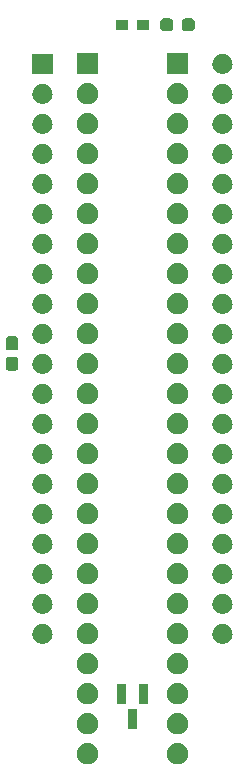
<source format=gbr>
G04 #@! TF.GenerationSoftware,KiCad,Pcbnew,8.0.4+dfsg-1*
G04 #@! TF.CreationDate,2024-12-10T11:11:48+09:00*
G04 #@! TF.ProjectId,bionic-z80,62696f6e-6963-42d7-9a38-302e6b696361,3*
G04 #@! TF.SameCoordinates,Original*
G04 #@! TF.FileFunction,Soldermask,Top*
G04 #@! TF.FilePolarity,Negative*
%FSLAX46Y46*%
G04 Gerber Fmt 4.6, Leading zero omitted, Abs format (unit mm)*
G04 Created by KiCad (PCBNEW 8.0.4+dfsg-1) date 2024-12-10 11:11:48*
%MOMM*%
%LPD*%
G01*
G04 APERTURE LIST*
G04 APERTURE END LIST*
G36*
X109934265Y-132599000D02*
G01*
X109984699Y-132599000D01*
X110028251Y-132608257D01*
X110066624Y-132612037D01*
X110114832Y-132626660D01*
X110169958Y-132638378D01*
X110205230Y-132654082D01*
X110236468Y-132663558D01*
X110286107Y-132690090D01*
X110342982Y-132715413D01*
X110369426Y-132734626D01*
X110392988Y-132747220D01*
X110441052Y-132786665D01*
X110496208Y-132826738D01*
X110514114Y-132846625D01*
X110530185Y-132859814D01*
X110573372Y-132912438D01*
X110622939Y-132967488D01*
X110633352Y-132985524D01*
X110642779Y-132997011D01*
X110677655Y-133062259D01*
X110717638Y-133131512D01*
X110722236Y-133145665D01*
X110726441Y-133153531D01*
X110749611Y-133229915D01*
X110776166Y-133311640D01*
X110777101Y-133320536D01*
X110777962Y-133323375D01*
X110786352Y-133408555D01*
X110795963Y-133500000D01*
X110786351Y-133591451D01*
X110777962Y-133676624D01*
X110777101Y-133679461D01*
X110776166Y-133688360D01*
X110749607Y-133770098D01*
X110726441Y-133846468D01*
X110722237Y-133854331D01*
X110717638Y-133868488D01*
X110677648Y-133937752D01*
X110642779Y-134002988D01*
X110633354Y-134014472D01*
X110622939Y-134032512D01*
X110573363Y-134087571D01*
X110530185Y-134140185D01*
X110514118Y-134153370D01*
X110496208Y-134173262D01*
X110441041Y-134213342D01*
X110392988Y-134252779D01*
X110369431Y-134265370D01*
X110342982Y-134284587D01*
X110286095Y-134309914D01*
X110236468Y-134336441D01*
X110205237Y-134345914D01*
X110169958Y-134361622D01*
X110114821Y-134373341D01*
X110066624Y-134387962D01*
X110028260Y-134391740D01*
X109984699Y-134401000D01*
X109934255Y-134401000D01*
X109890000Y-134405359D01*
X109845745Y-134401000D01*
X109795301Y-134401000D01*
X109751740Y-134391740D01*
X109713375Y-134387962D01*
X109665175Y-134373340D01*
X109610042Y-134361622D01*
X109574764Y-134345915D01*
X109543531Y-134336441D01*
X109493898Y-134309911D01*
X109437018Y-134284587D01*
X109410570Y-134265372D01*
X109387011Y-134252779D01*
X109338949Y-134213336D01*
X109283792Y-134173262D01*
X109265884Y-134153373D01*
X109249814Y-134140185D01*
X109206625Y-134087559D01*
X109157061Y-134032512D01*
X109146648Y-134014476D01*
X109137220Y-134002988D01*
X109102338Y-133937729D01*
X109062362Y-133868488D01*
X109057763Y-133854336D01*
X109053558Y-133846468D01*
X109030377Y-133770052D01*
X109003834Y-133688360D01*
X109002899Y-133679466D01*
X109002037Y-133676624D01*
X108993632Y-133591300D01*
X108984037Y-133500000D01*
X108993632Y-133408707D01*
X109002037Y-133323375D01*
X109002899Y-133320531D01*
X109003834Y-133311640D01*
X109030373Y-133229961D01*
X109053558Y-133153531D01*
X109057764Y-133145660D01*
X109062362Y-133131512D01*
X109102331Y-133062282D01*
X109137220Y-132997011D01*
X109146649Y-132985520D01*
X109157061Y-132967488D01*
X109206616Y-132912451D01*
X109249814Y-132859814D01*
X109265888Y-132846622D01*
X109283792Y-132826738D01*
X109338936Y-132786673D01*
X109387011Y-132747220D01*
X109410579Y-132734622D01*
X109437019Y-132715413D01*
X109493883Y-132690095D01*
X109543531Y-132663558D01*
X109574771Y-132654081D01*
X109610042Y-132638378D01*
X109665164Y-132626661D01*
X109713375Y-132612037D01*
X109751748Y-132608257D01*
X109795301Y-132599000D01*
X109845735Y-132599000D01*
X109890000Y-132594640D01*
X109934265Y-132599000D01*
G37*
G36*
X117554265Y-132599000D02*
G01*
X117604699Y-132599000D01*
X117648251Y-132608257D01*
X117686624Y-132612037D01*
X117734832Y-132626660D01*
X117789958Y-132638378D01*
X117825230Y-132654082D01*
X117856468Y-132663558D01*
X117906107Y-132690090D01*
X117962982Y-132715413D01*
X117989426Y-132734626D01*
X118012988Y-132747220D01*
X118061052Y-132786665D01*
X118116208Y-132826738D01*
X118134114Y-132846625D01*
X118150185Y-132859814D01*
X118193372Y-132912438D01*
X118242939Y-132967488D01*
X118253352Y-132985524D01*
X118262779Y-132997011D01*
X118297655Y-133062259D01*
X118337638Y-133131512D01*
X118342236Y-133145665D01*
X118346441Y-133153531D01*
X118369611Y-133229915D01*
X118396166Y-133311640D01*
X118397101Y-133320536D01*
X118397962Y-133323375D01*
X118406352Y-133408555D01*
X118415963Y-133500000D01*
X118406351Y-133591451D01*
X118397962Y-133676624D01*
X118397101Y-133679461D01*
X118396166Y-133688360D01*
X118369607Y-133770098D01*
X118346441Y-133846468D01*
X118342237Y-133854331D01*
X118337638Y-133868488D01*
X118297648Y-133937752D01*
X118262779Y-134002988D01*
X118253354Y-134014472D01*
X118242939Y-134032512D01*
X118193363Y-134087571D01*
X118150185Y-134140185D01*
X118134118Y-134153370D01*
X118116208Y-134173262D01*
X118061041Y-134213342D01*
X118012988Y-134252779D01*
X117989431Y-134265370D01*
X117962982Y-134284587D01*
X117906095Y-134309914D01*
X117856468Y-134336441D01*
X117825237Y-134345914D01*
X117789958Y-134361622D01*
X117734821Y-134373341D01*
X117686624Y-134387962D01*
X117648260Y-134391740D01*
X117604699Y-134401000D01*
X117554255Y-134401000D01*
X117510000Y-134405359D01*
X117465745Y-134401000D01*
X117415301Y-134401000D01*
X117371740Y-134391740D01*
X117333375Y-134387962D01*
X117285175Y-134373340D01*
X117230042Y-134361622D01*
X117194764Y-134345915D01*
X117163531Y-134336441D01*
X117113898Y-134309911D01*
X117057018Y-134284587D01*
X117030570Y-134265372D01*
X117007011Y-134252779D01*
X116958949Y-134213336D01*
X116903792Y-134173262D01*
X116885884Y-134153373D01*
X116869814Y-134140185D01*
X116826625Y-134087559D01*
X116777061Y-134032512D01*
X116766648Y-134014476D01*
X116757220Y-134002988D01*
X116722338Y-133937729D01*
X116682362Y-133868488D01*
X116677763Y-133854336D01*
X116673558Y-133846468D01*
X116650377Y-133770052D01*
X116623834Y-133688360D01*
X116622899Y-133679466D01*
X116622037Y-133676624D01*
X116613632Y-133591300D01*
X116604037Y-133500000D01*
X116613632Y-133408707D01*
X116622037Y-133323375D01*
X116622899Y-133320531D01*
X116623834Y-133311640D01*
X116650373Y-133229961D01*
X116673558Y-133153531D01*
X116677764Y-133145660D01*
X116682362Y-133131512D01*
X116722331Y-133062282D01*
X116757220Y-132997011D01*
X116766649Y-132985520D01*
X116777061Y-132967488D01*
X116826616Y-132912451D01*
X116869814Y-132859814D01*
X116885888Y-132846622D01*
X116903792Y-132826738D01*
X116958936Y-132786673D01*
X117007011Y-132747220D01*
X117030579Y-132734622D01*
X117057019Y-132715413D01*
X117113883Y-132690095D01*
X117163531Y-132663558D01*
X117194771Y-132654081D01*
X117230042Y-132638378D01*
X117285164Y-132626661D01*
X117333375Y-132612037D01*
X117371748Y-132608257D01*
X117415301Y-132599000D01*
X117465735Y-132599000D01*
X117510000Y-132594640D01*
X117554265Y-132599000D01*
G37*
G36*
X109934265Y-130059000D02*
G01*
X109984699Y-130059000D01*
X110028251Y-130068257D01*
X110066624Y-130072037D01*
X110114832Y-130086660D01*
X110169958Y-130098378D01*
X110205230Y-130114082D01*
X110236468Y-130123558D01*
X110286107Y-130150090D01*
X110342982Y-130175413D01*
X110369426Y-130194626D01*
X110392988Y-130207220D01*
X110441052Y-130246665D01*
X110496208Y-130286738D01*
X110514114Y-130306625D01*
X110530185Y-130319814D01*
X110573372Y-130372438D01*
X110622939Y-130427488D01*
X110633352Y-130445524D01*
X110642779Y-130457011D01*
X110677655Y-130522259D01*
X110717638Y-130591512D01*
X110722236Y-130605665D01*
X110726441Y-130613531D01*
X110749611Y-130689915D01*
X110776166Y-130771640D01*
X110777101Y-130780536D01*
X110777962Y-130783375D01*
X110786352Y-130868555D01*
X110795963Y-130960000D01*
X110786351Y-131051451D01*
X110777962Y-131136624D01*
X110777101Y-131139461D01*
X110776166Y-131148360D01*
X110749607Y-131230098D01*
X110726441Y-131306468D01*
X110722237Y-131314331D01*
X110717638Y-131328488D01*
X110677648Y-131397752D01*
X110642779Y-131462988D01*
X110633354Y-131474472D01*
X110622939Y-131492512D01*
X110573363Y-131547571D01*
X110530185Y-131600185D01*
X110514118Y-131613370D01*
X110496208Y-131633262D01*
X110441041Y-131673342D01*
X110392988Y-131712779D01*
X110369431Y-131725370D01*
X110342982Y-131744587D01*
X110286095Y-131769914D01*
X110236468Y-131796441D01*
X110205237Y-131805914D01*
X110169958Y-131821622D01*
X110114821Y-131833341D01*
X110066624Y-131847962D01*
X110028260Y-131851740D01*
X109984699Y-131861000D01*
X109934255Y-131861000D01*
X109890000Y-131865359D01*
X109845745Y-131861000D01*
X109795301Y-131861000D01*
X109751740Y-131851740D01*
X109713375Y-131847962D01*
X109665175Y-131833340D01*
X109610042Y-131821622D01*
X109574764Y-131805915D01*
X109543531Y-131796441D01*
X109493898Y-131769911D01*
X109437018Y-131744587D01*
X109410570Y-131725372D01*
X109387011Y-131712779D01*
X109338949Y-131673336D01*
X109283792Y-131633262D01*
X109265884Y-131613373D01*
X109249814Y-131600185D01*
X109206625Y-131547559D01*
X109157061Y-131492512D01*
X109146648Y-131474476D01*
X109137220Y-131462988D01*
X109102338Y-131397729D01*
X109062362Y-131328488D01*
X109057763Y-131314336D01*
X109053558Y-131306468D01*
X109030377Y-131230052D01*
X109003834Y-131148360D01*
X109002899Y-131139466D01*
X109002037Y-131136624D01*
X108993632Y-131051300D01*
X108984037Y-130960000D01*
X108993632Y-130868707D01*
X109002037Y-130783375D01*
X109002899Y-130780531D01*
X109003834Y-130771640D01*
X109030373Y-130689961D01*
X109053558Y-130613531D01*
X109057764Y-130605660D01*
X109062362Y-130591512D01*
X109102331Y-130522282D01*
X109137220Y-130457011D01*
X109146649Y-130445520D01*
X109157061Y-130427488D01*
X109206616Y-130372451D01*
X109249814Y-130319814D01*
X109265888Y-130306622D01*
X109283792Y-130286738D01*
X109338936Y-130246673D01*
X109387011Y-130207220D01*
X109410579Y-130194622D01*
X109437019Y-130175413D01*
X109493883Y-130150095D01*
X109543531Y-130123558D01*
X109574771Y-130114081D01*
X109610042Y-130098378D01*
X109665164Y-130086661D01*
X109713375Y-130072037D01*
X109751748Y-130068257D01*
X109795301Y-130059000D01*
X109845735Y-130059000D01*
X109890000Y-130054640D01*
X109934265Y-130059000D01*
G37*
G36*
X117554265Y-130059000D02*
G01*
X117604699Y-130059000D01*
X117648251Y-130068257D01*
X117686624Y-130072037D01*
X117734832Y-130086660D01*
X117789958Y-130098378D01*
X117825230Y-130114082D01*
X117856468Y-130123558D01*
X117906107Y-130150090D01*
X117962982Y-130175413D01*
X117989426Y-130194626D01*
X118012988Y-130207220D01*
X118061052Y-130246665D01*
X118116208Y-130286738D01*
X118134114Y-130306625D01*
X118150185Y-130319814D01*
X118193372Y-130372438D01*
X118242939Y-130427488D01*
X118253352Y-130445524D01*
X118262779Y-130457011D01*
X118297655Y-130522259D01*
X118337638Y-130591512D01*
X118342236Y-130605665D01*
X118346441Y-130613531D01*
X118369611Y-130689915D01*
X118396166Y-130771640D01*
X118397101Y-130780536D01*
X118397962Y-130783375D01*
X118406352Y-130868555D01*
X118415963Y-130960000D01*
X118406351Y-131051451D01*
X118397962Y-131136624D01*
X118397101Y-131139461D01*
X118396166Y-131148360D01*
X118369607Y-131230098D01*
X118346441Y-131306468D01*
X118342237Y-131314331D01*
X118337638Y-131328488D01*
X118297648Y-131397752D01*
X118262779Y-131462988D01*
X118253354Y-131474472D01*
X118242939Y-131492512D01*
X118193363Y-131547571D01*
X118150185Y-131600185D01*
X118134118Y-131613370D01*
X118116208Y-131633262D01*
X118061041Y-131673342D01*
X118012988Y-131712779D01*
X117989431Y-131725370D01*
X117962982Y-131744587D01*
X117906095Y-131769914D01*
X117856468Y-131796441D01*
X117825237Y-131805914D01*
X117789958Y-131821622D01*
X117734821Y-131833341D01*
X117686624Y-131847962D01*
X117648260Y-131851740D01*
X117604699Y-131861000D01*
X117554255Y-131861000D01*
X117510000Y-131865359D01*
X117465745Y-131861000D01*
X117415301Y-131861000D01*
X117371740Y-131851740D01*
X117333375Y-131847962D01*
X117285175Y-131833340D01*
X117230042Y-131821622D01*
X117194764Y-131805915D01*
X117163531Y-131796441D01*
X117113898Y-131769911D01*
X117057018Y-131744587D01*
X117030570Y-131725372D01*
X117007011Y-131712779D01*
X116958949Y-131673336D01*
X116903792Y-131633262D01*
X116885884Y-131613373D01*
X116869814Y-131600185D01*
X116826625Y-131547559D01*
X116777061Y-131492512D01*
X116766648Y-131474476D01*
X116757220Y-131462988D01*
X116722338Y-131397729D01*
X116682362Y-131328488D01*
X116677763Y-131314336D01*
X116673558Y-131306468D01*
X116650377Y-131230052D01*
X116623834Y-131148360D01*
X116622899Y-131139466D01*
X116622037Y-131136624D01*
X116613632Y-131051300D01*
X116604037Y-130960000D01*
X116613632Y-130868707D01*
X116622037Y-130783375D01*
X116622899Y-130780531D01*
X116623834Y-130771640D01*
X116650373Y-130689961D01*
X116673558Y-130613531D01*
X116677764Y-130605660D01*
X116682362Y-130591512D01*
X116722331Y-130522282D01*
X116757220Y-130457011D01*
X116766649Y-130445520D01*
X116777061Y-130427488D01*
X116826616Y-130372451D01*
X116869814Y-130319814D01*
X116885888Y-130306622D01*
X116903792Y-130286738D01*
X116958936Y-130246673D01*
X117007011Y-130207220D01*
X117030579Y-130194622D01*
X117057019Y-130175413D01*
X117113883Y-130150095D01*
X117163531Y-130123558D01*
X117194771Y-130114081D01*
X117230042Y-130098378D01*
X117285164Y-130086661D01*
X117333375Y-130072037D01*
X117371748Y-130068257D01*
X117415301Y-130059000D01*
X117465735Y-130059000D01*
X117510000Y-130054640D01*
X117554265Y-130059000D01*
G37*
G36*
X114050099Y-129718159D02*
G01*
X114066969Y-129729431D01*
X114078241Y-129746301D01*
X114081199Y-129761178D01*
X114081200Y-131396823D01*
X114078241Y-131411699D01*
X114066969Y-131428569D01*
X114050099Y-131439841D01*
X114035222Y-131442799D01*
X113364777Y-131442800D01*
X113349901Y-131439841D01*
X113333031Y-131428569D01*
X113321759Y-131411699D01*
X113318801Y-131396823D01*
X113318800Y-131396820D01*
X113318800Y-129761177D01*
X113321759Y-129746300D01*
X113333031Y-129729431D01*
X113349898Y-129718160D01*
X113349900Y-129718159D01*
X113349901Y-129718159D01*
X113354882Y-129717168D01*
X113364779Y-129715200D01*
X114035222Y-129715200D01*
X114035223Y-129715200D01*
X114050099Y-129718159D01*
G37*
G36*
X109934265Y-127519000D02*
G01*
X109984699Y-127519000D01*
X110028251Y-127528257D01*
X110066624Y-127532037D01*
X110114832Y-127546660D01*
X110169958Y-127558378D01*
X110205230Y-127574082D01*
X110236468Y-127583558D01*
X110286107Y-127610090D01*
X110342982Y-127635413D01*
X110369426Y-127654626D01*
X110392988Y-127667220D01*
X110441052Y-127706665D01*
X110496208Y-127746738D01*
X110514114Y-127766625D01*
X110530185Y-127779814D01*
X110573372Y-127832438D01*
X110622939Y-127887488D01*
X110633352Y-127905524D01*
X110642779Y-127917011D01*
X110677655Y-127982259D01*
X110717638Y-128051512D01*
X110722236Y-128065665D01*
X110726441Y-128073531D01*
X110749611Y-128149915D01*
X110776166Y-128231640D01*
X110777101Y-128240536D01*
X110777962Y-128243375D01*
X110786352Y-128328555D01*
X110795963Y-128420000D01*
X110786351Y-128511451D01*
X110777962Y-128596624D01*
X110777101Y-128599461D01*
X110776166Y-128608360D01*
X110749607Y-128690098D01*
X110726441Y-128766468D01*
X110722237Y-128774331D01*
X110717638Y-128788488D01*
X110677648Y-128857752D01*
X110642779Y-128922988D01*
X110633354Y-128934472D01*
X110622939Y-128952512D01*
X110573363Y-129007571D01*
X110530185Y-129060185D01*
X110514118Y-129073370D01*
X110496208Y-129093262D01*
X110441041Y-129133342D01*
X110392988Y-129172779D01*
X110369431Y-129185370D01*
X110342982Y-129204587D01*
X110286095Y-129229914D01*
X110236468Y-129256441D01*
X110205237Y-129265914D01*
X110169958Y-129281622D01*
X110114821Y-129293341D01*
X110066624Y-129307962D01*
X110028260Y-129311740D01*
X109984699Y-129321000D01*
X109934255Y-129321000D01*
X109890000Y-129325359D01*
X109845745Y-129321000D01*
X109795301Y-129321000D01*
X109751740Y-129311740D01*
X109713375Y-129307962D01*
X109665175Y-129293340D01*
X109610042Y-129281622D01*
X109574764Y-129265915D01*
X109543531Y-129256441D01*
X109493898Y-129229911D01*
X109437018Y-129204587D01*
X109410570Y-129185372D01*
X109387011Y-129172779D01*
X109338949Y-129133336D01*
X109283792Y-129093262D01*
X109265884Y-129073373D01*
X109249814Y-129060185D01*
X109206625Y-129007559D01*
X109157061Y-128952512D01*
X109146648Y-128934476D01*
X109137220Y-128922988D01*
X109102338Y-128857729D01*
X109062362Y-128788488D01*
X109057763Y-128774336D01*
X109053558Y-128766468D01*
X109030377Y-128690052D01*
X109003834Y-128608360D01*
X109002899Y-128599466D01*
X109002037Y-128596624D01*
X108993632Y-128511300D01*
X108984037Y-128420000D01*
X108993632Y-128328707D01*
X109002037Y-128243375D01*
X109002899Y-128240531D01*
X109003834Y-128231640D01*
X109030373Y-128149961D01*
X109053558Y-128073531D01*
X109057764Y-128065660D01*
X109062362Y-128051512D01*
X109102331Y-127982282D01*
X109137220Y-127917011D01*
X109146649Y-127905520D01*
X109157061Y-127887488D01*
X109206616Y-127832451D01*
X109249814Y-127779814D01*
X109265888Y-127766622D01*
X109283792Y-127746738D01*
X109338936Y-127706673D01*
X109387011Y-127667220D01*
X109410579Y-127654622D01*
X109437019Y-127635413D01*
X109493883Y-127610095D01*
X109543531Y-127583558D01*
X109574771Y-127574081D01*
X109610042Y-127558378D01*
X109665164Y-127546661D01*
X109713375Y-127532037D01*
X109751748Y-127528257D01*
X109795301Y-127519000D01*
X109845735Y-127519000D01*
X109890000Y-127514640D01*
X109934265Y-127519000D01*
G37*
G36*
X117554265Y-127519000D02*
G01*
X117604699Y-127519000D01*
X117648251Y-127528257D01*
X117686624Y-127532037D01*
X117734832Y-127546660D01*
X117789958Y-127558378D01*
X117825230Y-127574082D01*
X117856468Y-127583558D01*
X117906107Y-127610090D01*
X117962982Y-127635413D01*
X117989426Y-127654626D01*
X118012988Y-127667220D01*
X118061052Y-127706665D01*
X118116208Y-127746738D01*
X118134114Y-127766625D01*
X118150185Y-127779814D01*
X118193372Y-127832438D01*
X118242939Y-127887488D01*
X118253352Y-127905524D01*
X118262779Y-127917011D01*
X118297655Y-127982259D01*
X118337638Y-128051512D01*
X118342236Y-128065665D01*
X118346441Y-128073531D01*
X118369611Y-128149915D01*
X118396166Y-128231640D01*
X118397101Y-128240536D01*
X118397962Y-128243375D01*
X118406352Y-128328555D01*
X118415963Y-128420000D01*
X118406351Y-128511451D01*
X118397962Y-128596624D01*
X118397101Y-128599461D01*
X118396166Y-128608360D01*
X118369607Y-128690098D01*
X118346441Y-128766468D01*
X118342237Y-128774331D01*
X118337638Y-128788488D01*
X118297648Y-128857752D01*
X118262779Y-128922988D01*
X118253354Y-128934472D01*
X118242939Y-128952512D01*
X118193363Y-129007571D01*
X118150185Y-129060185D01*
X118134118Y-129073370D01*
X118116208Y-129093262D01*
X118061041Y-129133342D01*
X118012988Y-129172779D01*
X117989431Y-129185370D01*
X117962982Y-129204587D01*
X117906095Y-129229914D01*
X117856468Y-129256441D01*
X117825237Y-129265914D01*
X117789958Y-129281622D01*
X117734821Y-129293341D01*
X117686624Y-129307962D01*
X117648260Y-129311740D01*
X117604699Y-129321000D01*
X117554255Y-129321000D01*
X117510000Y-129325359D01*
X117465745Y-129321000D01*
X117415301Y-129321000D01*
X117371740Y-129311740D01*
X117333375Y-129307962D01*
X117285175Y-129293340D01*
X117230042Y-129281622D01*
X117194764Y-129265915D01*
X117163531Y-129256441D01*
X117113898Y-129229911D01*
X117057018Y-129204587D01*
X117030570Y-129185372D01*
X117007011Y-129172779D01*
X116958949Y-129133336D01*
X116903792Y-129093262D01*
X116885884Y-129073373D01*
X116869814Y-129060185D01*
X116826625Y-129007559D01*
X116777061Y-128952512D01*
X116766648Y-128934476D01*
X116757220Y-128922988D01*
X116722338Y-128857729D01*
X116682362Y-128788488D01*
X116677763Y-128774336D01*
X116673558Y-128766468D01*
X116650377Y-128690052D01*
X116623834Y-128608360D01*
X116622899Y-128599466D01*
X116622037Y-128596624D01*
X116613632Y-128511300D01*
X116604037Y-128420000D01*
X116613632Y-128328707D01*
X116622037Y-128243375D01*
X116622899Y-128240531D01*
X116623834Y-128231640D01*
X116650373Y-128149961D01*
X116673558Y-128073531D01*
X116677764Y-128065660D01*
X116682362Y-128051512D01*
X116722331Y-127982282D01*
X116757220Y-127917011D01*
X116766649Y-127905520D01*
X116777061Y-127887488D01*
X116826616Y-127832451D01*
X116869814Y-127779814D01*
X116885888Y-127766622D01*
X116903792Y-127746738D01*
X116958936Y-127706673D01*
X117007011Y-127667220D01*
X117030579Y-127654622D01*
X117057019Y-127635413D01*
X117113883Y-127610095D01*
X117163531Y-127583558D01*
X117194771Y-127574081D01*
X117230042Y-127558378D01*
X117285164Y-127546661D01*
X117333375Y-127532037D01*
X117371748Y-127528257D01*
X117415301Y-127519000D01*
X117465735Y-127519000D01*
X117510000Y-127514640D01*
X117554265Y-127519000D01*
G37*
G36*
X113100098Y-127586159D02*
G01*
X113116968Y-127597431D01*
X113128240Y-127614301D01*
X113131198Y-127629178D01*
X113131199Y-129264823D01*
X113128240Y-129279699D01*
X113116968Y-129296569D01*
X113100098Y-129307841D01*
X113085221Y-129310799D01*
X112414776Y-129310800D01*
X112399900Y-129307841D01*
X112383030Y-129296569D01*
X112371758Y-129279699D01*
X112368800Y-129264823D01*
X112368799Y-129264820D01*
X112368799Y-127629177D01*
X112371758Y-127614300D01*
X112383030Y-127597431D01*
X112399897Y-127586160D01*
X112399899Y-127586159D01*
X112399900Y-127586159D01*
X112404881Y-127585168D01*
X112414778Y-127583200D01*
X113085221Y-127583200D01*
X113085222Y-127583200D01*
X113100098Y-127586159D01*
G37*
G36*
X115000100Y-127586159D02*
G01*
X115016970Y-127597431D01*
X115028242Y-127614301D01*
X115031200Y-127629178D01*
X115031201Y-129264823D01*
X115028242Y-129279699D01*
X115016970Y-129296569D01*
X115000100Y-129307841D01*
X114985223Y-129310799D01*
X114314778Y-129310800D01*
X114299902Y-129307841D01*
X114283032Y-129296569D01*
X114271760Y-129279699D01*
X114268802Y-129264823D01*
X114268801Y-129264820D01*
X114268801Y-127629177D01*
X114271760Y-127614300D01*
X114283032Y-127597431D01*
X114299899Y-127586160D01*
X114299901Y-127586159D01*
X114299902Y-127586159D01*
X114304883Y-127585168D01*
X114314780Y-127583200D01*
X114985223Y-127583200D01*
X114985224Y-127583200D01*
X115000100Y-127586159D01*
G37*
G36*
X109934265Y-124979000D02*
G01*
X109984699Y-124979000D01*
X110028251Y-124988257D01*
X110066624Y-124992037D01*
X110114832Y-125006660D01*
X110169958Y-125018378D01*
X110205230Y-125034082D01*
X110236468Y-125043558D01*
X110286107Y-125070090D01*
X110342982Y-125095413D01*
X110369426Y-125114626D01*
X110392988Y-125127220D01*
X110441052Y-125166665D01*
X110496208Y-125206738D01*
X110514114Y-125226625D01*
X110530185Y-125239814D01*
X110573372Y-125292438D01*
X110622939Y-125347488D01*
X110633352Y-125365524D01*
X110642779Y-125377011D01*
X110677655Y-125442259D01*
X110717638Y-125511512D01*
X110722236Y-125525665D01*
X110726441Y-125533531D01*
X110749611Y-125609915D01*
X110776166Y-125691640D01*
X110777101Y-125700536D01*
X110777962Y-125703375D01*
X110786352Y-125788555D01*
X110795963Y-125880000D01*
X110786351Y-125971451D01*
X110777962Y-126056624D01*
X110777101Y-126059461D01*
X110776166Y-126068360D01*
X110749607Y-126150098D01*
X110726441Y-126226468D01*
X110722237Y-126234331D01*
X110717638Y-126248488D01*
X110677648Y-126317752D01*
X110642779Y-126382988D01*
X110633354Y-126394472D01*
X110622939Y-126412512D01*
X110573363Y-126467571D01*
X110530185Y-126520185D01*
X110514118Y-126533370D01*
X110496208Y-126553262D01*
X110441041Y-126593342D01*
X110392988Y-126632779D01*
X110369431Y-126645370D01*
X110342982Y-126664587D01*
X110286095Y-126689914D01*
X110236468Y-126716441D01*
X110205237Y-126725914D01*
X110169958Y-126741622D01*
X110114821Y-126753341D01*
X110066624Y-126767962D01*
X110028260Y-126771740D01*
X109984699Y-126781000D01*
X109934255Y-126781000D01*
X109890000Y-126785359D01*
X109845745Y-126781000D01*
X109795301Y-126781000D01*
X109751740Y-126771740D01*
X109713375Y-126767962D01*
X109665175Y-126753340D01*
X109610042Y-126741622D01*
X109574764Y-126725915D01*
X109543531Y-126716441D01*
X109493898Y-126689911D01*
X109437018Y-126664587D01*
X109410570Y-126645372D01*
X109387011Y-126632779D01*
X109338949Y-126593336D01*
X109283792Y-126553262D01*
X109265884Y-126533373D01*
X109249814Y-126520185D01*
X109206625Y-126467559D01*
X109157061Y-126412512D01*
X109146648Y-126394476D01*
X109137220Y-126382988D01*
X109102338Y-126317729D01*
X109062362Y-126248488D01*
X109057763Y-126234336D01*
X109053558Y-126226468D01*
X109030377Y-126150052D01*
X109003834Y-126068360D01*
X109002899Y-126059466D01*
X109002037Y-126056624D01*
X108993632Y-125971300D01*
X108984037Y-125880000D01*
X108993632Y-125788707D01*
X109002037Y-125703375D01*
X109002899Y-125700531D01*
X109003834Y-125691640D01*
X109030373Y-125609961D01*
X109053558Y-125533531D01*
X109057764Y-125525660D01*
X109062362Y-125511512D01*
X109102331Y-125442282D01*
X109137220Y-125377011D01*
X109146649Y-125365520D01*
X109157061Y-125347488D01*
X109206616Y-125292451D01*
X109249814Y-125239814D01*
X109265888Y-125226622D01*
X109283792Y-125206738D01*
X109338936Y-125166673D01*
X109387011Y-125127220D01*
X109410579Y-125114622D01*
X109437019Y-125095413D01*
X109493883Y-125070095D01*
X109543531Y-125043558D01*
X109574771Y-125034081D01*
X109610042Y-125018378D01*
X109665164Y-125006661D01*
X109713375Y-124992037D01*
X109751748Y-124988257D01*
X109795301Y-124979000D01*
X109845735Y-124979000D01*
X109890000Y-124974640D01*
X109934265Y-124979000D01*
G37*
G36*
X117554265Y-124979000D02*
G01*
X117604699Y-124979000D01*
X117648251Y-124988257D01*
X117686624Y-124992037D01*
X117734832Y-125006660D01*
X117789958Y-125018378D01*
X117825230Y-125034082D01*
X117856468Y-125043558D01*
X117906107Y-125070090D01*
X117962982Y-125095413D01*
X117989426Y-125114626D01*
X118012988Y-125127220D01*
X118061052Y-125166665D01*
X118116208Y-125206738D01*
X118134114Y-125226625D01*
X118150185Y-125239814D01*
X118193372Y-125292438D01*
X118242939Y-125347488D01*
X118253352Y-125365524D01*
X118262779Y-125377011D01*
X118297655Y-125442259D01*
X118337638Y-125511512D01*
X118342236Y-125525665D01*
X118346441Y-125533531D01*
X118369611Y-125609915D01*
X118396166Y-125691640D01*
X118397101Y-125700536D01*
X118397962Y-125703375D01*
X118406352Y-125788555D01*
X118415963Y-125880000D01*
X118406351Y-125971451D01*
X118397962Y-126056624D01*
X118397101Y-126059461D01*
X118396166Y-126068360D01*
X118369607Y-126150098D01*
X118346441Y-126226468D01*
X118342237Y-126234331D01*
X118337638Y-126248488D01*
X118297648Y-126317752D01*
X118262779Y-126382988D01*
X118253354Y-126394472D01*
X118242939Y-126412512D01*
X118193363Y-126467571D01*
X118150185Y-126520185D01*
X118134118Y-126533370D01*
X118116208Y-126553262D01*
X118061041Y-126593342D01*
X118012988Y-126632779D01*
X117989431Y-126645370D01*
X117962982Y-126664587D01*
X117906095Y-126689914D01*
X117856468Y-126716441D01*
X117825237Y-126725914D01*
X117789958Y-126741622D01*
X117734821Y-126753341D01*
X117686624Y-126767962D01*
X117648260Y-126771740D01*
X117604699Y-126781000D01*
X117554255Y-126781000D01*
X117510000Y-126785359D01*
X117465745Y-126781000D01*
X117415301Y-126781000D01*
X117371740Y-126771740D01*
X117333375Y-126767962D01*
X117285175Y-126753340D01*
X117230042Y-126741622D01*
X117194764Y-126725915D01*
X117163531Y-126716441D01*
X117113898Y-126689911D01*
X117057018Y-126664587D01*
X117030570Y-126645372D01*
X117007011Y-126632779D01*
X116958949Y-126593336D01*
X116903792Y-126553262D01*
X116885884Y-126533373D01*
X116869814Y-126520185D01*
X116826625Y-126467559D01*
X116777061Y-126412512D01*
X116766648Y-126394476D01*
X116757220Y-126382988D01*
X116722338Y-126317729D01*
X116682362Y-126248488D01*
X116677763Y-126234336D01*
X116673558Y-126226468D01*
X116650377Y-126150052D01*
X116623834Y-126068360D01*
X116622899Y-126059466D01*
X116622037Y-126056624D01*
X116613632Y-125971300D01*
X116604037Y-125880000D01*
X116613632Y-125788707D01*
X116622037Y-125703375D01*
X116622899Y-125700531D01*
X116623834Y-125691640D01*
X116650373Y-125609961D01*
X116673558Y-125533531D01*
X116677764Y-125525660D01*
X116682362Y-125511512D01*
X116722331Y-125442282D01*
X116757220Y-125377011D01*
X116766649Y-125365520D01*
X116777061Y-125347488D01*
X116826616Y-125292451D01*
X116869814Y-125239814D01*
X116885888Y-125226622D01*
X116903792Y-125206738D01*
X116958936Y-125166673D01*
X117007011Y-125127220D01*
X117030579Y-125114622D01*
X117057019Y-125095413D01*
X117113883Y-125070095D01*
X117163531Y-125043558D01*
X117194771Y-125034081D01*
X117230042Y-125018378D01*
X117285164Y-125006661D01*
X117333375Y-124992037D01*
X117371748Y-124988257D01*
X117415301Y-124979000D01*
X117465735Y-124979000D01*
X117510000Y-124974640D01*
X117554265Y-124979000D01*
G37*
G36*
X109934265Y-122439000D02*
G01*
X109984699Y-122439000D01*
X110028251Y-122448257D01*
X110066624Y-122452037D01*
X110114832Y-122466660D01*
X110169958Y-122478378D01*
X110205230Y-122494082D01*
X110236468Y-122503558D01*
X110286107Y-122530090D01*
X110342982Y-122555413D01*
X110369426Y-122574626D01*
X110392988Y-122587220D01*
X110441052Y-122626665D01*
X110496208Y-122666738D01*
X110514114Y-122686625D01*
X110530185Y-122699814D01*
X110573372Y-122752438D01*
X110622939Y-122807488D01*
X110633352Y-122825524D01*
X110642779Y-122837011D01*
X110677655Y-122902259D01*
X110717638Y-122971512D01*
X110722236Y-122985665D01*
X110726441Y-122993531D01*
X110749611Y-123069915D01*
X110776166Y-123151640D01*
X110777101Y-123160536D01*
X110777962Y-123163375D01*
X110786352Y-123248555D01*
X110795963Y-123340000D01*
X110786351Y-123431451D01*
X110777962Y-123516624D01*
X110777101Y-123519461D01*
X110776166Y-123528360D01*
X110749607Y-123610098D01*
X110726441Y-123686468D01*
X110722237Y-123694331D01*
X110717638Y-123708488D01*
X110677648Y-123777752D01*
X110642779Y-123842988D01*
X110633354Y-123854472D01*
X110622939Y-123872512D01*
X110573363Y-123927571D01*
X110530185Y-123980185D01*
X110514118Y-123993370D01*
X110496208Y-124013262D01*
X110441041Y-124053342D01*
X110392988Y-124092779D01*
X110369431Y-124105370D01*
X110342982Y-124124587D01*
X110286095Y-124149914D01*
X110236468Y-124176441D01*
X110205237Y-124185914D01*
X110169958Y-124201622D01*
X110114821Y-124213341D01*
X110066624Y-124227962D01*
X110028260Y-124231740D01*
X109984699Y-124241000D01*
X109934255Y-124241000D01*
X109890000Y-124245359D01*
X109845745Y-124241000D01*
X109795301Y-124241000D01*
X109751740Y-124231740D01*
X109713375Y-124227962D01*
X109665175Y-124213340D01*
X109610042Y-124201622D01*
X109574764Y-124185915D01*
X109543531Y-124176441D01*
X109493898Y-124149911D01*
X109437018Y-124124587D01*
X109410570Y-124105372D01*
X109387011Y-124092779D01*
X109338949Y-124053336D01*
X109283792Y-124013262D01*
X109265884Y-123993373D01*
X109249814Y-123980185D01*
X109206625Y-123927559D01*
X109157061Y-123872512D01*
X109146648Y-123854476D01*
X109137220Y-123842988D01*
X109102338Y-123777729D01*
X109062362Y-123708488D01*
X109057763Y-123694336D01*
X109053558Y-123686468D01*
X109030377Y-123610052D01*
X109003834Y-123528360D01*
X109002899Y-123519466D01*
X109002037Y-123516624D01*
X108993632Y-123431300D01*
X108984037Y-123340000D01*
X108993632Y-123248707D01*
X109002037Y-123163375D01*
X109002899Y-123160531D01*
X109003834Y-123151640D01*
X109030373Y-123069961D01*
X109053558Y-122993531D01*
X109057764Y-122985660D01*
X109062362Y-122971512D01*
X109102331Y-122902282D01*
X109137220Y-122837011D01*
X109146649Y-122825520D01*
X109157061Y-122807488D01*
X109206616Y-122752451D01*
X109249814Y-122699814D01*
X109265888Y-122686622D01*
X109283792Y-122666738D01*
X109338936Y-122626673D01*
X109387011Y-122587220D01*
X109410579Y-122574622D01*
X109437019Y-122555413D01*
X109493883Y-122530095D01*
X109543531Y-122503558D01*
X109574771Y-122494081D01*
X109610042Y-122478378D01*
X109665164Y-122466661D01*
X109713375Y-122452037D01*
X109751748Y-122448257D01*
X109795301Y-122439000D01*
X109845735Y-122439000D01*
X109890000Y-122434640D01*
X109934265Y-122439000D01*
G37*
G36*
X117554265Y-122439000D02*
G01*
X117604699Y-122439000D01*
X117648251Y-122448257D01*
X117686624Y-122452037D01*
X117734832Y-122466660D01*
X117789958Y-122478378D01*
X117825230Y-122494082D01*
X117856468Y-122503558D01*
X117906107Y-122530090D01*
X117962982Y-122555413D01*
X117989426Y-122574626D01*
X118012988Y-122587220D01*
X118061052Y-122626665D01*
X118116208Y-122666738D01*
X118134114Y-122686625D01*
X118150185Y-122699814D01*
X118193372Y-122752438D01*
X118242939Y-122807488D01*
X118253352Y-122825524D01*
X118262779Y-122837011D01*
X118297655Y-122902259D01*
X118337638Y-122971512D01*
X118342236Y-122985665D01*
X118346441Y-122993531D01*
X118369611Y-123069915D01*
X118396166Y-123151640D01*
X118397101Y-123160536D01*
X118397962Y-123163375D01*
X118406352Y-123248555D01*
X118415963Y-123340000D01*
X118406351Y-123431451D01*
X118397962Y-123516624D01*
X118397101Y-123519461D01*
X118396166Y-123528360D01*
X118369607Y-123610098D01*
X118346441Y-123686468D01*
X118342237Y-123694331D01*
X118337638Y-123708488D01*
X118297648Y-123777752D01*
X118262779Y-123842988D01*
X118253354Y-123854472D01*
X118242939Y-123872512D01*
X118193363Y-123927571D01*
X118150185Y-123980185D01*
X118134118Y-123993370D01*
X118116208Y-124013262D01*
X118061041Y-124053342D01*
X118012988Y-124092779D01*
X117989431Y-124105370D01*
X117962982Y-124124587D01*
X117906095Y-124149914D01*
X117856468Y-124176441D01*
X117825237Y-124185914D01*
X117789958Y-124201622D01*
X117734821Y-124213341D01*
X117686624Y-124227962D01*
X117648260Y-124231740D01*
X117604699Y-124241000D01*
X117554255Y-124241000D01*
X117510000Y-124245359D01*
X117465745Y-124241000D01*
X117415301Y-124241000D01*
X117371740Y-124231740D01*
X117333375Y-124227962D01*
X117285175Y-124213340D01*
X117230042Y-124201622D01*
X117194764Y-124185915D01*
X117163531Y-124176441D01*
X117113898Y-124149911D01*
X117057018Y-124124587D01*
X117030570Y-124105372D01*
X117007011Y-124092779D01*
X116958949Y-124053336D01*
X116903792Y-124013262D01*
X116885884Y-123993373D01*
X116869814Y-123980185D01*
X116826625Y-123927559D01*
X116777061Y-123872512D01*
X116766648Y-123854476D01*
X116757220Y-123842988D01*
X116722338Y-123777729D01*
X116682362Y-123708488D01*
X116677763Y-123694336D01*
X116673558Y-123686468D01*
X116650377Y-123610052D01*
X116623834Y-123528360D01*
X116622899Y-123519466D01*
X116622037Y-123516624D01*
X116613632Y-123431300D01*
X116604037Y-123340000D01*
X116613632Y-123248707D01*
X116622037Y-123163375D01*
X116622899Y-123160531D01*
X116623834Y-123151640D01*
X116650373Y-123069961D01*
X116673558Y-122993531D01*
X116677764Y-122985660D01*
X116682362Y-122971512D01*
X116722331Y-122902282D01*
X116757220Y-122837011D01*
X116766649Y-122825520D01*
X116777061Y-122807488D01*
X116826616Y-122752451D01*
X116869814Y-122699814D01*
X116885888Y-122686622D01*
X116903792Y-122666738D01*
X116958936Y-122626673D01*
X117007011Y-122587220D01*
X117030579Y-122574622D01*
X117057019Y-122555413D01*
X117113883Y-122530095D01*
X117163531Y-122503558D01*
X117194771Y-122494081D01*
X117230042Y-122478378D01*
X117285164Y-122466661D01*
X117333375Y-122452037D01*
X117371748Y-122448257D01*
X117415301Y-122439000D01*
X117465735Y-122439000D01*
X117510000Y-122434640D01*
X117554265Y-122439000D01*
G37*
G36*
X106121810Y-122489000D02*
G01*
X106169444Y-122489000D01*
X106210578Y-122497743D01*
X106246822Y-122501313D01*
X106292354Y-122515125D01*
X106344422Y-122526192D01*
X106377738Y-122541025D01*
X106407242Y-122549975D01*
X106454128Y-122575036D01*
X106507844Y-122598952D01*
X106532818Y-122617097D01*
X106555076Y-122628994D01*
X106600476Y-122666253D01*
X106652567Y-122704100D01*
X106669482Y-122722886D01*
X106684658Y-122735341D01*
X106725443Y-122785037D01*
X106772266Y-122837039D01*
X106782100Y-122854073D01*
X106791005Y-122864923D01*
X106823944Y-122926549D01*
X106861710Y-122991960D01*
X106866054Y-123005329D01*
X106870024Y-123012757D01*
X106891908Y-123084901D01*
X106916989Y-123162092D01*
X106917872Y-123170493D01*
X106918686Y-123173177D01*
X106926610Y-123253632D01*
X106935688Y-123340000D01*
X106926609Y-123426375D01*
X106918686Y-123506822D01*
X106917872Y-123509504D01*
X106916989Y-123517908D01*
X106891903Y-123595112D01*
X106870024Y-123667242D01*
X106866054Y-123674667D01*
X106861710Y-123688040D01*
X106823937Y-123753463D01*
X106791005Y-123815076D01*
X106782102Y-123825923D01*
X106772266Y-123842961D01*
X106725434Y-123894972D01*
X106684658Y-123944658D01*
X106669486Y-123957109D01*
X106652567Y-123975900D01*
X106600465Y-124013754D01*
X106555076Y-124051005D01*
X106532823Y-124062899D01*
X106507844Y-124081048D01*
X106454117Y-124104968D01*
X106407242Y-124130024D01*
X106377745Y-124138971D01*
X106344422Y-124153808D01*
X106292343Y-124164877D01*
X106246822Y-124178686D01*
X106210587Y-124182254D01*
X106169444Y-124191000D01*
X106121799Y-124191000D01*
X106080000Y-124195117D01*
X106038200Y-124191000D01*
X105990556Y-124191000D01*
X105949413Y-124182255D01*
X105913177Y-124178686D01*
X105867652Y-124164876D01*
X105815578Y-124153808D01*
X105782256Y-124138972D01*
X105752757Y-124130024D01*
X105705876Y-124104965D01*
X105652156Y-124081048D01*
X105627179Y-124062901D01*
X105604923Y-124051005D01*
X105559525Y-124013747D01*
X105507433Y-123975900D01*
X105490516Y-123957112D01*
X105475341Y-123944658D01*
X105434554Y-123894960D01*
X105387734Y-123842961D01*
X105377899Y-123825927D01*
X105368994Y-123815076D01*
X105336048Y-123753439D01*
X105298290Y-123688040D01*
X105293946Y-123674672D01*
X105289975Y-123667242D01*
X105268081Y-123595065D01*
X105243011Y-123517908D01*
X105242128Y-123509509D01*
X105241313Y-123506822D01*
X105233374Y-123426224D01*
X105224312Y-123340000D01*
X105233373Y-123253783D01*
X105241313Y-123173177D01*
X105242128Y-123170488D01*
X105243011Y-123162092D01*
X105268076Y-123084948D01*
X105289975Y-123012757D01*
X105293947Y-123005325D01*
X105298290Y-122991960D01*
X105336041Y-122926572D01*
X105368994Y-122864923D01*
X105377901Y-122854069D01*
X105387734Y-122837039D01*
X105434545Y-122785049D01*
X105475341Y-122735341D01*
X105490520Y-122722883D01*
X105507433Y-122704100D01*
X105559515Y-122666259D01*
X105604923Y-122628994D01*
X105627184Y-122617094D01*
X105652156Y-122598952D01*
X105705865Y-122575038D01*
X105752757Y-122549975D01*
X105782264Y-122541024D01*
X105815578Y-122526192D01*
X105867641Y-122515125D01*
X105913177Y-122501313D01*
X105949422Y-122497743D01*
X105990556Y-122489000D01*
X106038190Y-122489000D01*
X106080000Y-122484882D01*
X106121810Y-122489000D01*
G37*
G36*
X121361810Y-122489000D02*
G01*
X121409444Y-122489000D01*
X121450578Y-122497743D01*
X121486822Y-122501313D01*
X121532354Y-122515125D01*
X121584422Y-122526192D01*
X121617738Y-122541025D01*
X121647242Y-122549975D01*
X121694128Y-122575036D01*
X121747844Y-122598952D01*
X121772818Y-122617097D01*
X121795076Y-122628994D01*
X121840476Y-122666253D01*
X121892567Y-122704100D01*
X121909482Y-122722886D01*
X121924658Y-122735341D01*
X121965443Y-122785037D01*
X122012266Y-122837039D01*
X122022100Y-122854073D01*
X122031005Y-122864923D01*
X122063944Y-122926549D01*
X122101710Y-122991960D01*
X122106054Y-123005329D01*
X122110024Y-123012757D01*
X122131908Y-123084901D01*
X122156989Y-123162092D01*
X122157872Y-123170493D01*
X122158686Y-123173177D01*
X122166610Y-123253632D01*
X122175688Y-123340000D01*
X122166609Y-123426375D01*
X122158686Y-123506822D01*
X122157872Y-123509504D01*
X122156989Y-123517908D01*
X122131903Y-123595112D01*
X122110024Y-123667242D01*
X122106054Y-123674667D01*
X122101710Y-123688040D01*
X122063937Y-123753463D01*
X122031005Y-123815076D01*
X122022102Y-123825923D01*
X122012266Y-123842961D01*
X121965434Y-123894972D01*
X121924658Y-123944658D01*
X121909486Y-123957109D01*
X121892567Y-123975900D01*
X121840465Y-124013754D01*
X121795076Y-124051005D01*
X121772823Y-124062899D01*
X121747844Y-124081048D01*
X121694117Y-124104968D01*
X121647242Y-124130024D01*
X121617745Y-124138971D01*
X121584422Y-124153808D01*
X121532343Y-124164877D01*
X121486822Y-124178686D01*
X121450587Y-124182254D01*
X121409444Y-124191000D01*
X121361799Y-124191000D01*
X121320000Y-124195117D01*
X121278200Y-124191000D01*
X121230556Y-124191000D01*
X121189413Y-124182255D01*
X121153177Y-124178686D01*
X121107652Y-124164876D01*
X121055578Y-124153808D01*
X121022256Y-124138972D01*
X120992757Y-124130024D01*
X120945876Y-124104965D01*
X120892156Y-124081048D01*
X120867179Y-124062901D01*
X120844923Y-124051005D01*
X120799525Y-124013747D01*
X120747433Y-123975900D01*
X120730516Y-123957112D01*
X120715341Y-123944658D01*
X120674554Y-123894960D01*
X120627734Y-123842961D01*
X120617899Y-123825927D01*
X120608994Y-123815076D01*
X120576048Y-123753439D01*
X120538290Y-123688040D01*
X120533946Y-123674672D01*
X120529975Y-123667242D01*
X120508081Y-123595065D01*
X120483011Y-123517908D01*
X120482128Y-123509509D01*
X120481313Y-123506822D01*
X120473374Y-123426224D01*
X120464312Y-123340000D01*
X120473373Y-123253783D01*
X120481313Y-123173177D01*
X120482128Y-123170488D01*
X120483011Y-123162092D01*
X120508076Y-123084948D01*
X120529975Y-123012757D01*
X120533947Y-123005325D01*
X120538290Y-122991960D01*
X120576041Y-122926572D01*
X120608994Y-122864923D01*
X120617901Y-122854069D01*
X120627734Y-122837039D01*
X120674545Y-122785049D01*
X120715341Y-122735341D01*
X120730520Y-122722883D01*
X120747433Y-122704100D01*
X120799515Y-122666259D01*
X120844923Y-122628994D01*
X120867184Y-122617094D01*
X120892156Y-122598952D01*
X120945865Y-122575038D01*
X120992757Y-122549975D01*
X121022264Y-122541024D01*
X121055578Y-122526192D01*
X121107641Y-122515125D01*
X121153177Y-122501313D01*
X121189422Y-122497743D01*
X121230556Y-122489000D01*
X121278190Y-122489000D01*
X121320000Y-122484882D01*
X121361810Y-122489000D01*
G37*
G36*
X109934265Y-119899000D02*
G01*
X109984699Y-119899000D01*
X110028251Y-119908257D01*
X110066624Y-119912037D01*
X110114832Y-119926660D01*
X110169958Y-119938378D01*
X110205230Y-119954082D01*
X110236468Y-119963558D01*
X110286107Y-119990090D01*
X110342982Y-120015413D01*
X110369426Y-120034626D01*
X110392988Y-120047220D01*
X110441052Y-120086665D01*
X110496208Y-120126738D01*
X110514114Y-120146625D01*
X110530185Y-120159814D01*
X110573372Y-120212438D01*
X110622939Y-120267488D01*
X110633352Y-120285524D01*
X110642779Y-120297011D01*
X110677655Y-120362259D01*
X110717638Y-120431512D01*
X110722236Y-120445665D01*
X110726441Y-120453531D01*
X110749611Y-120529915D01*
X110776166Y-120611640D01*
X110777101Y-120620536D01*
X110777962Y-120623375D01*
X110786352Y-120708555D01*
X110795963Y-120800000D01*
X110786351Y-120891451D01*
X110777962Y-120976624D01*
X110777101Y-120979461D01*
X110776166Y-120988360D01*
X110749607Y-121070098D01*
X110726441Y-121146468D01*
X110722237Y-121154331D01*
X110717638Y-121168488D01*
X110677648Y-121237752D01*
X110642779Y-121302988D01*
X110633354Y-121314472D01*
X110622939Y-121332512D01*
X110573363Y-121387571D01*
X110530185Y-121440185D01*
X110514118Y-121453370D01*
X110496208Y-121473262D01*
X110441041Y-121513342D01*
X110392988Y-121552779D01*
X110369431Y-121565370D01*
X110342982Y-121584587D01*
X110286095Y-121609914D01*
X110236468Y-121636441D01*
X110205237Y-121645914D01*
X110169958Y-121661622D01*
X110114821Y-121673341D01*
X110066624Y-121687962D01*
X110028260Y-121691740D01*
X109984699Y-121701000D01*
X109934255Y-121701000D01*
X109890000Y-121705359D01*
X109845745Y-121701000D01*
X109795301Y-121701000D01*
X109751740Y-121691740D01*
X109713375Y-121687962D01*
X109665175Y-121673340D01*
X109610042Y-121661622D01*
X109574764Y-121645915D01*
X109543531Y-121636441D01*
X109493898Y-121609911D01*
X109437018Y-121584587D01*
X109410570Y-121565372D01*
X109387011Y-121552779D01*
X109338949Y-121513336D01*
X109283792Y-121473262D01*
X109265884Y-121453373D01*
X109249814Y-121440185D01*
X109206625Y-121387559D01*
X109157061Y-121332512D01*
X109146648Y-121314476D01*
X109137220Y-121302988D01*
X109102338Y-121237729D01*
X109062362Y-121168488D01*
X109057763Y-121154336D01*
X109053558Y-121146468D01*
X109030377Y-121070052D01*
X109003834Y-120988360D01*
X109002899Y-120979466D01*
X109002037Y-120976624D01*
X108993632Y-120891300D01*
X108984037Y-120800000D01*
X108993632Y-120708707D01*
X109002037Y-120623375D01*
X109002899Y-120620531D01*
X109003834Y-120611640D01*
X109030373Y-120529961D01*
X109053558Y-120453531D01*
X109057764Y-120445660D01*
X109062362Y-120431512D01*
X109102331Y-120362282D01*
X109137220Y-120297011D01*
X109146649Y-120285520D01*
X109157061Y-120267488D01*
X109206616Y-120212451D01*
X109249814Y-120159814D01*
X109265888Y-120146622D01*
X109283792Y-120126738D01*
X109338936Y-120086673D01*
X109387011Y-120047220D01*
X109410579Y-120034622D01*
X109437019Y-120015413D01*
X109493883Y-119990095D01*
X109543531Y-119963558D01*
X109574771Y-119954081D01*
X109610042Y-119938378D01*
X109665164Y-119926661D01*
X109713375Y-119912037D01*
X109751748Y-119908257D01*
X109795301Y-119899000D01*
X109845735Y-119899000D01*
X109890000Y-119894640D01*
X109934265Y-119899000D01*
G37*
G36*
X117554265Y-119899000D02*
G01*
X117604699Y-119899000D01*
X117648251Y-119908257D01*
X117686624Y-119912037D01*
X117734832Y-119926660D01*
X117789958Y-119938378D01*
X117825230Y-119954082D01*
X117856468Y-119963558D01*
X117906107Y-119990090D01*
X117962982Y-120015413D01*
X117989426Y-120034626D01*
X118012988Y-120047220D01*
X118061052Y-120086665D01*
X118116208Y-120126738D01*
X118134114Y-120146625D01*
X118150185Y-120159814D01*
X118193372Y-120212438D01*
X118242939Y-120267488D01*
X118253352Y-120285524D01*
X118262779Y-120297011D01*
X118297655Y-120362259D01*
X118337638Y-120431512D01*
X118342236Y-120445665D01*
X118346441Y-120453531D01*
X118369611Y-120529915D01*
X118396166Y-120611640D01*
X118397101Y-120620536D01*
X118397962Y-120623375D01*
X118406352Y-120708555D01*
X118415963Y-120800000D01*
X118406351Y-120891451D01*
X118397962Y-120976624D01*
X118397101Y-120979461D01*
X118396166Y-120988360D01*
X118369607Y-121070098D01*
X118346441Y-121146468D01*
X118342237Y-121154331D01*
X118337638Y-121168488D01*
X118297648Y-121237752D01*
X118262779Y-121302988D01*
X118253354Y-121314472D01*
X118242939Y-121332512D01*
X118193363Y-121387571D01*
X118150185Y-121440185D01*
X118134118Y-121453370D01*
X118116208Y-121473262D01*
X118061041Y-121513342D01*
X118012988Y-121552779D01*
X117989431Y-121565370D01*
X117962982Y-121584587D01*
X117906095Y-121609914D01*
X117856468Y-121636441D01*
X117825237Y-121645914D01*
X117789958Y-121661622D01*
X117734821Y-121673341D01*
X117686624Y-121687962D01*
X117648260Y-121691740D01*
X117604699Y-121701000D01*
X117554255Y-121701000D01*
X117510000Y-121705359D01*
X117465745Y-121701000D01*
X117415301Y-121701000D01*
X117371740Y-121691740D01*
X117333375Y-121687962D01*
X117285175Y-121673340D01*
X117230042Y-121661622D01*
X117194764Y-121645915D01*
X117163531Y-121636441D01*
X117113898Y-121609911D01*
X117057018Y-121584587D01*
X117030570Y-121565372D01*
X117007011Y-121552779D01*
X116958949Y-121513336D01*
X116903792Y-121473262D01*
X116885884Y-121453373D01*
X116869814Y-121440185D01*
X116826625Y-121387559D01*
X116777061Y-121332512D01*
X116766648Y-121314476D01*
X116757220Y-121302988D01*
X116722338Y-121237729D01*
X116682362Y-121168488D01*
X116677763Y-121154336D01*
X116673558Y-121146468D01*
X116650377Y-121070052D01*
X116623834Y-120988360D01*
X116622899Y-120979466D01*
X116622037Y-120976624D01*
X116613632Y-120891300D01*
X116604037Y-120800000D01*
X116613632Y-120708707D01*
X116622037Y-120623375D01*
X116622899Y-120620531D01*
X116623834Y-120611640D01*
X116650373Y-120529961D01*
X116673558Y-120453531D01*
X116677764Y-120445660D01*
X116682362Y-120431512D01*
X116722331Y-120362282D01*
X116757220Y-120297011D01*
X116766649Y-120285520D01*
X116777061Y-120267488D01*
X116826616Y-120212451D01*
X116869814Y-120159814D01*
X116885888Y-120146622D01*
X116903792Y-120126738D01*
X116958936Y-120086673D01*
X117007011Y-120047220D01*
X117030579Y-120034622D01*
X117057019Y-120015413D01*
X117113883Y-119990095D01*
X117163531Y-119963558D01*
X117194771Y-119954081D01*
X117230042Y-119938378D01*
X117285164Y-119926661D01*
X117333375Y-119912037D01*
X117371748Y-119908257D01*
X117415301Y-119899000D01*
X117465735Y-119899000D01*
X117510000Y-119894640D01*
X117554265Y-119899000D01*
G37*
G36*
X106121810Y-119949000D02*
G01*
X106169444Y-119949000D01*
X106210578Y-119957743D01*
X106246822Y-119961313D01*
X106292354Y-119975125D01*
X106344422Y-119986192D01*
X106377738Y-120001025D01*
X106407242Y-120009975D01*
X106454128Y-120035036D01*
X106507844Y-120058952D01*
X106532818Y-120077097D01*
X106555076Y-120088994D01*
X106600476Y-120126253D01*
X106652567Y-120164100D01*
X106669482Y-120182886D01*
X106684658Y-120195341D01*
X106725443Y-120245037D01*
X106772266Y-120297039D01*
X106782100Y-120314073D01*
X106791005Y-120324923D01*
X106823944Y-120386549D01*
X106861710Y-120451960D01*
X106866054Y-120465329D01*
X106870024Y-120472757D01*
X106891908Y-120544901D01*
X106916989Y-120622092D01*
X106917872Y-120630493D01*
X106918686Y-120633177D01*
X106926610Y-120713632D01*
X106935688Y-120800000D01*
X106926609Y-120886375D01*
X106918686Y-120966822D01*
X106917872Y-120969504D01*
X106916989Y-120977908D01*
X106891903Y-121055112D01*
X106870024Y-121127242D01*
X106866054Y-121134667D01*
X106861710Y-121148040D01*
X106823937Y-121213463D01*
X106791005Y-121275076D01*
X106782102Y-121285923D01*
X106772266Y-121302961D01*
X106725434Y-121354972D01*
X106684658Y-121404658D01*
X106669486Y-121417109D01*
X106652567Y-121435900D01*
X106600465Y-121473754D01*
X106555076Y-121511005D01*
X106532823Y-121522899D01*
X106507844Y-121541048D01*
X106454117Y-121564968D01*
X106407242Y-121590024D01*
X106377745Y-121598971D01*
X106344422Y-121613808D01*
X106292343Y-121624877D01*
X106246822Y-121638686D01*
X106210587Y-121642254D01*
X106169444Y-121651000D01*
X106121799Y-121651000D01*
X106080000Y-121655117D01*
X106038200Y-121651000D01*
X105990556Y-121651000D01*
X105949413Y-121642255D01*
X105913177Y-121638686D01*
X105867652Y-121624876D01*
X105815578Y-121613808D01*
X105782256Y-121598972D01*
X105752757Y-121590024D01*
X105705876Y-121564965D01*
X105652156Y-121541048D01*
X105627179Y-121522901D01*
X105604923Y-121511005D01*
X105559525Y-121473747D01*
X105507433Y-121435900D01*
X105490516Y-121417112D01*
X105475341Y-121404658D01*
X105434554Y-121354960D01*
X105387734Y-121302961D01*
X105377899Y-121285927D01*
X105368994Y-121275076D01*
X105336048Y-121213439D01*
X105298290Y-121148040D01*
X105293946Y-121134672D01*
X105289975Y-121127242D01*
X105268081Y-121055065D01*
X105243011Y-120977908D01*
X105242128Y-120969509D01*
X105241313Y-120966822D01*
X105233374Y-120886224D01*
X105224312Y-120800000D01*
X105233373Y-120713783D01*
X105241313Y-120633177D01*
X105242128Y-120630488D01*
X105243011Y-120622092D01*
X105268076Y-120544948D01*
X105289975Y-120472757D01*
X105293947Y-120465325D01*
X105298290Y-120451960D01*
X105336041Y-120386572D01*
X105368994Y-120324923D01*
X105377901Y-120314069D01*
X105387734Y-120297039D01*
X105434545Y-120245049D01*
X105475341Y-120195341D01*
X105490520Y-120182883D01*
X105507433Y-120164100D01*
X105559515Y-120126259D01*
X105604923Y-120088994D01*
X105627184Y-120077094D01*
X105652156Y-120058952D01*
X105705865Y-120035038D01*
X105752757Y-120009975D01*
X105782264Y-120001024D01*
X105815578Y-119986192D01*
X105867641Y-119975125D01*
X105913177Y-119961313D01*
X105949422Y-119957743D01*
X105990556Y-119949000D01*
X106038190Y-119949000D01*
X106080000Y-119944882D01*
X106121810Y-119949000D01*
G37*
G36*
X121361810Y-119949000D02*
G01*
X121409444Y-119949000D01*
X121450578Y-119957743D01*
X121486822Y-119961313D01*
X121532354Y-119975125D01*
X121584422Y-119986192D01*
X121617738Y-120001025D01*
X121647242Y-120009975D01*
X121694128Y-120035036D01*
X121747844Y-120058952D01*
X121772818Y-120077097D01*
X121795076Y-120088994D01*
X121840476Y-120126253D01*
X121892567Y-120164100D01*
X121909482Y-120182886D01*
X121924658Y-120195341D01*
X121965443Y-120245037D01*
X122012266Y-120297039D01*
X122022100Y-120314073D01*
X122031005Y-120324923D01*
X122063944Y-120386549D01*
X122101710Y-120451960D01*
X122106054Y-120465329D01*
X122110024Y-120472757D01*
X122131908Y-120544901D01*
X122156989Y-120622092D01*
X122157872Y-120630493D01*
X122158686Y-120633177D01*
X122166610Y-120713632D01*
X122175688Y-120800000D01*
X122166609Y-120886375D01*
X122158686Y-120966822D01*
X122157872Y-120969504D01*
X122156989Y-120977908D01*
X122131903Y-121055112D01*
X122110024Y-121127242D01*
X122106054Y-121134667D01*
X122101710Y-121148040D01*
X122063937Y-121213463D01*
X122031005Y-121275076D01*
X122022102Y-121285923D01*
X122012266Y-121302961D01*
X121965434Y-121354972D01*
X121924658Y-121404658D01*
X121909486Y-121417109D01*
X121892567Y-121435900D01*
X121840465Y-121473754D01*
X121795076Y-121511005D01*
X121772823Y-121522899D01*
X121747844Y-121541048D01*
X121694117Y-121564968D01*
X121647242Y-121590024D01*
X121617745Y-121598971D01*
X121584422Y-121613808D01*
X121532343Y-121624877D01*
X121486822Y-121638686D01*
X121450587Y-121642254D01*
X121409444Y-121651000D01*
X121361799Y-121651000D01*
X121320000Y-121655117D01*
X121278200Y-121651000D01*
X121230556Y-121651000D01*
X121189413Y-121642255D01*
X121153177Y-121638686D01*
X121107652Y-121624876D01*
X121055578Y-121613808D01*
X121022256Y-121598972D01*
X120992757Y-121590024D01*
X120945876Y-121564965D01*
X120892156Y-121541048D01*
X120867179Y-121522901D01*
X120844923Y-121511005D01*
X120799525Y-121473747D01*
X120747433Y-121435900D01*
X120730516Y-121417112D01*
X120715341Y-121404658D01*
X120674554Y-121354960D01*
X120627734Y-121302961D01*
X120617899Y-121285927D01*
X120608994Y-121275076D01*
X120576048Y-121213439D01*
X120538290Y-121148040D01*
X120533946Y-121134672D01*
X120529975Y-121127242D01*
X120508081Y-121055065D01*
X120483011Y-120977908D01*
X120482128Y-120969509D01*
X120481313Y-120966822D01*
X120473374Y-120886224D01*
X120464312Y-120800000D01*
X120473373Y-120713783D01*
X120481313Y-120633177D01*
X120482128Y-120630488D01*
X120483011Y-120622092D01*
X120508076Y-120544948D01*
X120529975Y-120472757D01*
X120533947Y-120465325D01*
X120538290Y-120451960D01*
X120576041Y-120386572D01*
X120608994Y-120324923D01*
X120617901Y-120314069D01*
X120627734Y-120297039D01*
X120674545Y-120245049D01*
X120715341Y-120195341D01*
X120730520Y-120182883D01*
X120747433Y-120164100D01*
X120799515Y-120126259D01*
X120844923Y-120088994D01*
X120867184Y-120077094D01*
X120892156Y-120058952D01*
X120945865Y-120035038D01*
X120992757Y-120009975D01*
X121022264Y-120001024D01*
X121055578Y-119986192D01*
X121107641Y-119975125D01*
X121153177Y-119961313D01*
X121189422Y-119957743D01*
X121230556Y-119949000D01*
X121278190Y-119949000D01*
X121320000Y-119944882D01*
X121361810Y-119949000D01*
G37*
G36*
X109934265Y-117359000D02*
G01*
X109984699Y-117359000D01*
X110028251Y-117368257D01*
X110066624Y-117372037D01*
X110114832Y-117386660D01*
X110169958Y-117398378D01*
X110205230Y-117414082D01*
X110236468Y-117423558D01*
X110286107Y-117450090D01*
X110342982Y-117475413D01*
X110369426Y-117494626D01*
X110392988Y-117507220D01*
X110441052Y-117546665D01*
X110496208Y-117586738D01*
X110514114Y-117606625D01*
X110530185Y-117619814D01*
X110573372Y-117672438D01*
X110622939Y-117727488D01*
X110633352Y-117745524D01*
X110642779Y-117757011D01*
X110677655Y-117822259D01*
X110717638Y-117891512D01*
X110722236Y-117905665D01*
X110726441Y-117913531D01*
X110749611Y-117989915D01*
X110776166Y-118071640D01*
X110777101Y-118080536D01*
X110777962Y-118083375D01*
X110786352Y-118168555D01*
X110795963Y-118260000D01*
X110786351Y-118351451D01*
X110777962Y-118436624D01*
X110777101Y-118439461D01*
X110776166Y-118448360D01*
X110749607Y-118530098D01*
X110726441Y-118606468D01*
X110722237Y-118614331D01*
X110717638Y-118628488D01*
X110677648Y-118697752D01*
X110642779Y-118762988D01*
X110633354Y-118774472D01*
X110622939Y-118792512D01*
X110573363Y-118847571D01*
X110530185Y-118900185D01*
X110514118Y-118913370D01*
X110496208Y-118933262D01*
X110441041Y-118973342D01*
X110392988Y-119012779D01*
X110369431Y-119025370D01*
X110342982Y-119044587D01*
X110286095Y-119069914D01*
X110236468Y-119096441D01*
X110205237Y-119105914D01*
X110169958Y-119121622D01*
X110114821Y-119133341D01*
X110066624Y-119147962D01*
X110028260Y-119151740D01*
X109984699Y-119161000D01*
X109934255Y-119161000D01*
X109890000Y-119165359D01*
X109845745Y-119161000D01*
X109795301Y-119161000D01*
X109751740Y-119151740D01*
X109713375Y-119147962D01*
X109665175Y-119133340D01*
X109610042Y-119121622D01*
X109574764Y-119105915D01*
X109543531Y-119096441D01*
X109493898Y-119069911D01*
X109437018Y-119044587D01*
X109410570Y-119025372D01*
X109387011Y-119012779D01*
X109338949Y-118973336D01*
X109283792Y-118933262D01*
X109265884Y-118913373D01*
X109249814Y-118900185D01*
X109206625Y-118847559D01*
X109157061Y-118792512D01*
X109146648Y-118774476D01*
X109137220Y-118762988D01*
X109102338Y-118697729D01*
X109062362Y-118628488D01*
X109057763Y-118614336D01*
X109053558Y-118606468D01*
X109030377Y-118530052D01*
X109003834Y-118448360D01*
X109002899Y-118439466D01*
X109002037Y-118436624D01*
X108993632Y-118351300D01*
X108984037Y-118260000D01*
X108993632Y-118168707D01*
X109002037Y-118083375D01*
X109002899Y-118080531D01*
X109003834Y-118071640D01*
X109030373Y-117989961D01*
X109053558Y-117913531D01*
X109057764Y-117905660D01*
X109062362Y-117891512D01*
X109102331Y-117822282D01*
X109137220Y-117757011D01*
X109146649Y-117745520D01*
X109157061Y-117727488D01*
X109206616Y-117672451D01*
X109249814Y-117619814D01*
X109265888Y-117606622D01*
X109283792Y-117586738D01*
X109338936Y-117546673D01*
X109387011Y-117507220D01*
X109410579Y-117494622D01*
X109437019Y-117475413D01*
X109493883Y-117450095D01*
X109543531Y-117423558D01*
X109574771Y-117414081D01*
X109610042Y-117398378D01*
X109665164Y-117386661D01*
X109713375Y-117372037D01*
X109751748Y-117368257D01*
X109795301Y-117359000D01*
X109845735Y-117359000D01*
X109890000Y-117354640D01*
X109934265Y-117359000D01*
G37*
G36*
X117554265Y-117359000D02*
G01*
X117604699Y-117359000D01*
X117648251Y-117368257D01*
X117686624Y-117372037D01*
X117734832Y-117386660D01*
X117789958Y-117398378D01*
X117825230Y-117414082D01*
X117856468Y-117423558D01*
X117906107Y-117450090D01*
X117962982Y-117475413D01*
X117989426Y-117494626D01*
X118012988Y-117507220D01*
X118061052Y-117546665D01*
X118116208Y-117586738D01*
X118134114Y-117606625D01*
X118150185Y-117619814D01*
X118193372Y-117672438D01*
X118242939Y-117727488D01*
X118253352Y-117745524D01*
X118262779Y-117757011D01*
X118297655Y-117822259D01*
X118337638Y-117891512D01*
X118342236Y-117905665D01*
X118346441Y-117913531D01*
X118369611Y-117989915D01*
X118396166Y-118071640D01*
X118397101Y-118080536D01*
X118397962Y-118083375D01*
X118406352Y-118168555D01*
X118415963Y-118260000D01*
X118406351Y-118351451D01*
X118397962Y-118436624D01*
X118397101Y-118439461D01*
X118396166Y-118448360D01*
X118369607Y-118530098D01*
X118346441Y-118606468D01*
X118342237Y-118614331D01*
X118337638Y-118628488D01*
X118297648Y-118697752D01*
X118262779Y-118762988D01*
X118253354Y-118774472D01*
X118242939Y-118792512D01*
X118193363Y-118847571D01*
X118150185Y-118900185D01*
X118134118Y-118913370D01*
X118116208Y-118933262D01*
X118061041Y-118973342D01*
X118012988Y-119012779D01*
X117989431Y-119025370D01*
X117962982Y-119044587D01*
X117906095Y-119069914D01*
X117856468Y-119096441D01*
X117825237Y-119105914D01*
X117789958Y-119121622D01*
X117734821Y-119133341D01*
X117686624Y-119147962D01*
X117648260Y-119151740D01*
X117604699Y-119161000D01*
X117554255Y-119161000D01*
X117510000Y-119165359D01*
X117465745Y-119161000D01*
X117415301Y-119161000D01*
X117371740Y-119151740D01*
X117333375Y-119147962D01*
X117285175Y-119133340D01*
X117230042Y-119121622D01*
X117194764Y-119105915D01*
X117163531Y-119096441D01*
X117113898Y-119069911D01*
X117057018Y-119044587D01*
X117030570Y-119025372D01*
X117007011Y-119012779D01*
X116958949Y-118973336D01*
X116903792Y-118933262D01*
X116885884Y-118913373D01*
X116869814Y-118900185D01*
X116826625Y-118847559D01*
X116777061Y-118792512D01*
X116766648Y-118774476D01*
X116757220Y-118762988D01*
X116722338Y-118697729D01*
X116682362Y-118628488D01*
X116677763Y-118614336D01*
X116673558Y-118606468D01*
X116650377Y-118530052D01*
X116623834Y-118448360D01*
X116622899Y-118439466D01*
X116622037Y-118436624D01*
X116613632Y-118351300D01*
X116604037Y-118260000D01*
X116613632Y-118168707D01*
X116622037Y-118083375D01*
X116622899Y-118080531D01*
X116623834Y-118071640D01*
X116650373Y-117989961D01*
X116673558Y-117913531D01*
X116677764Y-117905660D01*
X116682362Y-117891512D01*
X116722331Y-117822282D01*
X116757220Y-117757011D01*
X116766649Y-117745520D01*
X116777061Y-117727488D01*
X116826616Y-117672451D01*
X116869814Y-117619814D01*
X116885888Y-117606622D01*
X116903792Y-117586738D01*
X116958936Y-117546673D01*
X117007011Y-117507220D01*
X117030579Y-117494622D01*
X117057019Y-117475413D01*
X117113883Y-117450095D01*
X117163531Y-117423558D01*
X117194771Y-117414081D01*
X117230042Y-117398378D01*
X117285164Y-117386661D01*
X117333375Y-117372037D01*
X117371748Y-117368257D01*
X117415301Y-117359000D01*
X117465735Y-117359000D01*
X117510000Y-117354640D01*
X117554265Y-117359000D01*
G37*
G36*
X106121810Y-117409000D02*
G01*
X106169444Y-117409000D01*
X106210578Y-117417743D01*
X106246822Y-117421313D01*
X106292354Y-117435125D01*
X106344422Y-117446192D01*
X106377738Y-117461025D01*
X106407242Y-117469975D01*
X106454128Y-117495036D01*
X106507844Y-117518952D01*
X106532818Y-117537097D01*
X106555076Y-117548994D01*
X106600476Y-117586253D01*
X106652567Y-117624100D01*
X106669482Y-117642886D01*
X106684658Y-117655341D01*
X106725443Y-117705037D01*
X106772266Y-117757039D01*
X106782100Y-117774073D01*
X106791005Y-117784923D01*
X106823944Y-117846549D01*
X106861710Y-117911960D01*
X106866054Y-117925329D01*
X106870024Y-117932757D01*
X106891908Y-118004901D01*
X106916989Y-118082092D01*
X106917872Y-118090493D01*
X106918686Y-118093177D01*
X106926610Y-118173632D01*
X106935688Y-118260000D01*
X106926609Y-118346375D01*
X106918686Y-118426822D01*
X106917872Y-118429504D01*
X106916989Y-118437908D01*
X106891903Y-118515112D01*
X106870024Y-118587242D01*
X106866054Y-118594667D01*
X106861710Y-118608040D01*
X106823937Y-118673463D01*
X106791005Y-118735076D01*
X106782102Y-118745923D01*
X106772266Y-118762961D01*
X106725434Y-118814972D01*
X106684658Y-118864658D01*
X106669486Y-118877109D01*
X106652567Y-118895900D01*
X106600465Y-118933754D01*
X106555076Y-118971005D01*
X106532823Y-118982899D01*
X106507844Y-119001048D01*
X106454117Y-119024968D01*
X106407242Y-119050024D01*
X106377745Y-119058971D01*
X106344422Y-119073808D01*
X106292343Y-119084877D01*
X106246822Y-119098686D01*
X106210587Y-119102254D01*
X106169444Y-119111000D01*
X106121799Y-119111000D01*
X106080000Y-119115117D01*
X106038200Y-119111000D01*
X105990556Y-119111000D01*
X105949413Y-119102255D01*
X105913177Y-119098686D01*
X105867652Y-119084876D01*
X105815578Y-119073808D01*
X105782256Y-119058972D01*
X105752757Y-119050024D01*
X105705876Y-119024965D01*
X105652156Y-119001048D01*
X105627179Y-118982901D01*
X105604923Y-118971005D01*
X105559525Y-118933747D01*
X105507433Y-118895900D01*
X105490516Y-118877112D01*
X105475341Y-118864658D01*
X105434554Y-118814960D01*
X105387734Y-118762961D01*
X105377899Y-118745927D01*
X105368994Y-118735076D01*
X105336048Y-118673439D01*
X105298290Y-118608040D01*
X105293946Y-118594672D01*
X105289975Y-118587242D01*
X105268081Y-118515065D01*
X105243011Y-118437908D01*
X105242128Y-118429509D01*
X105241313Y-118426822D01*
X105233374Y-118346224D01*
X105224312Y-118260000D01*
X105233373Y-118173783D01*
X105241313Y-118093177D01*
X105242128Y-118090488D01*
X105243011Y-118082092D01*
X105268076Y-118004948D01*
X105289975Y-117932757D01*
X105293947Y-117925325D01*
X105298290Y-117911960D01*
X105336041Y-117846572D01*
X105368994Y-117784923D01*
X105377901Y-117774069D01*
X105387734Y-117757039D01*
X105434545Y-117705049D01*
X105475341Y-117655341D01*
X105490520Y-117642883D01*
X105507433Y-117624100D01*
X105559515Y-117586259D01*
X105604923Y-117548994D01*
X105627184Y-117537094D01*
X105652156Y-117518952D01*
X105705865Y-117495038D01*
X105752757Y-117469975D01*
X105782264Y-117461024D01*
X105815578Y-117446192D01*
X105867641Y-117435125D01*
X105913177Y-117421313D01*
X105949422Y-117417743D01*
X105990556Y-117409000D01*
X106038190Y-117409000D01*
X106080000Y-117404882D01*
X106121810Y-117409000D01*
G37*
G36*
X121361810Y-117409000D02*
G01*
X121409444Y-117409000D01*
X121450578Y-117417743D01*
X121486822Y-117421313D01*
X121532354Y-117435125D01*
X121584422Y-117446192D01*
X121617738Y-117461025D01*
X121647242Y-117469975D01*
X121694128Y-117495036D01*
X121747844Y-117518952D01*
X121772818Y-117537097D01*
X121795076Y-117548994D01*
X121840476Y-117586253D01*
X121892567Y-117624100D01*
X121909482Y-117642886D01*
X121924658Y-117655341D01*
X121965443Y-117705037D01*
X122012266Y-117757039D01*
X122022100Y-117774073D01*
X122031005Y-117784923D01*
X122063944Y-117846549D01*
X122101710Y-117911960D01*
X122106054Y-117925329D01*
X122110024Y-117932757D01*
X122131908Y-118004901D01*
X122156989Y-118082092D01*
X122157872Y-118090493D01*
X122158686Y-118093177D01*
X122166610Y-118173632D01*
X122175688Y-118260000D01*
X122166609Y-118346375D01*
X122158686Y-118426822D01*
X122157872Y-118429504D01*
X122156989Y-118437908D01*
X122131903Y-118515112D01*
X122110024Y-118587242D01*
X122106054Y-118594667D01*
X122101710Y-118608040D01*
X122063937Y-118673463D01*
X122031005Y-118735076D01*
X122022102Y-118745923D01*
X122012266Y-118762961D01*
X121965434Y-118814972D01*
X121924658Y-118864658D01*
X121909486Y-118877109D01*
X121892567Y-118895900D01*
X121840465Y-118933754D01*
X121795076Y-118971005D01*
X121772823Y-118982899D01*
X121747844Y-119001048D01*
X121694117Y-119024968D01*
X121647242Y-119050024D01*
X121617745Y-119058971D01*
X121584422Y-119073808D01*
X121532343Y-119084877D01*
X121486822Y-119098686D01*
X121450587Y-119102254D01*
X121409444Y-119111000D01*
X121361799Y-119111000D01*
X121320000Y-119115117D01*
X121278200Y-119111000D01*
X121230556Y-119111000D01*
X121189413Y-119102255D01*
X121153177Y-119098686D01*
X121107652Y-119084876D01*
X121055578Y-119073808D01*
X121022256Y-119058972D01*
X120992757Y-119050024D01*
X120945876Y-119024965D01*
X120892156Y-119001048D01*
X120867179Y-118982901D01*
X120844923Y-118971005D01*
X120799525Y-118933747D01*
X120747433Y-118895900D01*
X120730516Y-118877112D01*
X120715341Y-118864658D01*
X120674554Y-118814960D01*
X120627734Y-118762961D01*
X120617899Y-118745927D01*
X120608994Y-118735076D01*
X120576048Y-118673439D01*
X120538290Y-118608040D01*
X120533946Y-118594672D01*
X120529975Y-118587242D01*
X120508081Y-118515065D01*
X120483011Y-118437908D01*
X120482128Y-118429509D01*
X120481313Y-118426822D01*
X120473374Y-118346224D01*
X120464312Y-118260000D01*
X120473373Y-118173783D01*
X120481313Y-118093177D01*
X120482128Y-118090488D01*
X120483011Y-118082092D01*
X120508076Y-118004948D01*
X120529975Y-117932757D01*
X120533947Y-117925325D01*
X120538290Y-117911960D01*
X120576041Y-117846572D01*
X120608994Y-117784923D01*
X120617901Y-117774069D01*
X120627734Y-117757039D01*
X120674545Y-117705049D01*
X120715341Y-117655341D01*
X120730520Y-117642883D01*
X120747433Y-117624100D01*
X120799515Y-117586259D01*
X120844923Y-117548994D01*
X120867184Y-117537094D01*
X120892156Y-117518952D01*
X120945865Y-117495038D01*
X120992757Y-117469975D01*
X121022264Y-117461024D01*
X121055578Y-117446192D01*
X121107641Y-117435125D01*
X121153177Y-117421313D01*
X121189422Y-117417743D01*
X121230556Y-117409000D01*
X121278190Y-117409000D01*
X121320000Y-117404882D01*
X121361810Y-117409000D01*
G37*
G36*
X109934265Y-114819000D02*
G01*
X109984699Y-114819000D01*
X110028251Y-114828257D01*
X110066624Y-114832037D01*
X110114832Y-114846660D01*
X110169958Y-114858378D01*
X110205230Y-114874082D01*
X110236468Y-114883558D01*
X110286107Y-114910090D01*
X110342982Y-114935413D01*
X110369426Y-114954626D01*
X110392988Y-114967220D01*
X110441052Y-115006665D01*
X110496208Y-115046738D01*
X110514114Y-115066625D01*
X110530185Y-115079814D01*
X110573372Y-115132438D01*
X110622939Y-115187488D01*
X110633352Y-115205524D01*
X110642779Y-115217011D01*
X110677655Y-115282259D01*
X110717638Y-115351512D01*
X110722236Y-115365665D01*
X110726441Y-115373531D01*
X110749611Y-115449915D01*
X110776166Y-115531640D01*
X110777101Y-115540536D01*
X110777962Y-115543375D01*
X110786352Y-115628555D01*
X110795963Y-115720000D01*
X110786351Y-115811451D01*
X110777962Y-115896624D01*
X110777101Y-115899461D01*
X110776166Y-115908360D01*
X110749607Y-115990098D01*
X110726441Y-116066468D01*
X110722237Y-116074331D01*
X110717638Y-116088488D01*
X110677648Y-116157752D01*
X110642779Y-116222988D01*
X110633354Y-116234472D01*
X110622939Y-116252512D01*
X110573363Y-116307571D01*
X110530185Y-116360185D01*
X110514118Y-116373370D01*
X110496208Y-116393262D01*
X110441041Y-116433342D01*
X110392988Y-116472779D01*
X110369431Y-116485370D01*
X110342982Y-116504587D01*
X110286095Y-116529914D01*
X110236468Y-116556441D01*
X110205237Y-116565914D01*
X110169958Y-116581622D01*
X110114821Y-116593341D01*
X110066624Y-116607962D01*
X110028260Y-116611740D01*
X109984699Y-116621000D01*
X109934255Y-116621000D01*
X109890000Y-116625359D01*
X109845745Y-116621000D01*
X109795301Y-116621000D01*
X109751740Y-116611740D01*
X109713375Y-116607962D01*
X109665175Y-116593340D01*
X109610042Y-116581622D01*
X109574764Y-116565915D01*
X109543531Y-116556441D01*
X109493898Y-116529911D01*
X109437018Y-116504587D01*
X109410570Y-116485372D01*
X109387011Y-116472779D01*
X109338949Y-116433336D01*
X109283792Y-116393262D01*
X109265884Y-116373373D01*
X109249814Y-116360185D01*
X109206625Y-116307559D01*
X109157061Y-116252512D01*
X109146648Y-116234476D01*
X109137220Y-116222988D01*
X109102338Y-116157729D01*
X109062362Y-116088488D01*
X109057763Y-116074336D01*
X109053558Y-116066468D01*
X109030377Y-115990052D01*
X109003834Y-115908360D01*
X109002899Y-115899466D01*
X109002037Y-115896624D01*
X108993632Y-115811300D01*
X108984037Y-115720000D01*
X108993632Y-115628707D01*
X109002037Y-115543375D01*
X109002899Y-115540531D01*
X109003834Y-115531640D01*
X109030373Y-115449961D01*
X109053558Y-115373531D01*
X109057764Y-115365660D01*
X109062362Y-115351512D01*
X109102331Y-115282282D01*
X109137220Y-115217011D01*
X109146649Y-115205520D01*
X109157061Y-115187488D01*
X109206616Y-115132451D01*
X109249814Y-115079814D01*
X109265888Y-115066622D01*
X109283792Y-115046738D01*
X109338936Y-115006673D01*
X109387011Y-114967220D01*
X109410579Y-114954622D01*
X109437019Y-114935413D01*
X109493883Y-114910095D01*
X109543531Y-114883558D01*
X109574771Y-114874081D01*
X109610042Y-114858378D01*
X109665164Y-114846661D01*
X109713375Y-114832037D01*
X109751748Y-114828257D01*
X109795301Y-114819000D01*
X109845735Y-114819000D01*
X109890000Y-114814640D01*
X109934265Y-114819000D01*
G37*
G36*
X117554265Y-114819000D02*
G01*
X117604699Y-114819000D01*
X117648251Y-114828257D01*
X117686624Y-114832037D01*
X117734832Y-114846660D01*
X117789958Y-114858378D01*
X117825230Y-114874082D01*
X117856468Y-114883558D01*
X117906107Y-114910090D01*
X117962982Y-114935413D01*
X117989426Y-114954626D01*
X118012988Y-114967220D01*
X118061052Y-115006665D01*
X118116208Y-115046738D01*
X118134114Y-115066625D01*
X118150185Y-115079814D01*
X118193372Y-115132438D01*
X118242939Y-115187488D01*
X118253352Y-115205524D01*
X118262779Y-115217011D01*
X118297655Y-115282259D01*
X118337638Y-115351512D01*
X118342236Y-115365665D01*
X118346441Y-115373531D01*
X118369611Y-115449915D01*
X118396166Y-115531640D01*
X118397101Y-115540536D01*
X118397962Y-115543375D01*
X118406352Y-115628555D01*
X118415963Y-115720000D01*
X118406351Y-115811451D01*
X118397962Y-115896624D01*
X118397101Y-115899461D01*
X118396166Y-115908360D01*
X118369607Y-115990098D01*
X118346441Y-116066468D01*
X118342237Y-116074331D01*
X118337638Y-116088488D01*
X118297648Y-116157752D01*
X118262779Y-116222988D01*
X118253354Y-116234472D01*
X118242939Y-116252512D01*
X118193363Y-116307571D01*
X118150185Y-116360185D01*
X118134118Y-116373370D01*
X118116208Y-116393262D01*
X118061041Y-116433342D01*
X118012988Y-116472779D01*
X117989431Y-116485370D01*
X117962982Y-116504587D01*
X117906095Y-116529914D01*
X117856468Y-116556441D01*
X117825237Y-116565914D01*
X117789958Y-116581622D01*
X117734821Y-116593341D01*
X117686624Y-116607962D01*
X117648260Y-116611740D01*
X117604699Y-116621000D01*
X117554255Y-116621000D01*
X117510000Y-116625359D01*
X117465745Y-116621000D01*
X117415301Y-116621000D01*
X117371740Y-116611740D01*
X117333375Y-116607962D01*
X117285175Y-116593340D01*
X117230042Y-116581622D01*
X117194764Y-116565915D01*
X117163531Y-116556441D01*
X117113898Y-116529911D01*
X117057018Y-116504587D01*
X117030570Y-116485372D01*
X117007011Y-116472779D01*
X116958949Y-116433336D01*
X116903792Y-116393262D01*
X116885884Y-116373373D01*
X116869814Y-116360185D01*
X116826625Y-116307559D01*
X116777061Y-116252512D01*
X116766648Y-116234476D01*
X116757220Y-116222988D01*
X116722338Y-116157729D01*
X116682362Y-116088488D01*
X116677763Y-116074336D01*
X116673558Y-116066468D01*
X116650377Y-115990052D01*
X116623834Y-115908360D01*
X116622899Y-115899466D01*
X116622037Y-115896624D01*
X116613632Y-115811300D01*
X116604037Y-115720000D01*
X116613632Y-115628707D01*
X116622037Y-115543375D01*
X116622899Y-115540531D01*
X116623834Y-115531640D01*
X116650373Y-115449961D01*
X116673558Y-115373531D01*
X116677764Y-115365660D01*
X116682362Y-115351512D01*
X116722331Y-115282282D01*
X116757220Y-115217011D01*
X116766649Y-115205520D01*
X116777061Y-115187488D01*
X116826616Y-115132451D01*
X116869814Y-115079814D01*
X116885888Y-115066622D01*
X116903792Y-115046738D01*
X116958936Y-115006673D01*
X117007011Y-114967220D01*
X117030579Y-114954622D01*
X117057019Y-114935413D01*
X117113883Y-114910095D01*
X117163531Y-114883558D01*
X117194771Y-114874081D01*
X117230042Y-114858378D01*
X117285164Y-114846661D01*
X117333375Y-114832037D01*
X117371748Y-114828257D01*
X117415301Y-114819000D01*
X117465735Y-114819000D01*
X117510000Y-114814640D01*
X117554265Y-114819000D01*
G37*
G36*
X106121810Y-114869000D02*
G01*
X106169444Y-114869000D01*
X106210578Y-114877743D01*
X106246822Y-114881313D01*
X106292354Y-114895125D01*
X106344422Y-114906192D01*
X106377738Y-114921025D01*
X106407242Y-114929975D01*
X106454128Y-114955036D01*
X106507844Y-114978952D01*
X106532818Y-114997097D01*
X106555076Y-115008994D01*
X106600476Y-115046253D01*
X106652567Y-115084100D01*
X106669482Y-115102886D01*
X106684658Y-115115341D01*
X106725443Y-115165037D01*
X106772266Y-115217039D01*
X106782100Y-115234073D01*
X106791005Y-115244923D01*
X106823944Y-115306549D01*
X106861710Y-115371960D01*
X106866054Y-115385329D01*
X106870024Y-115392757D01*
X106891908Y-115464901D01*
X106916989Y-115542092D01*
X106917872Y-115550493D01*
X106918686Y-115553177D01*
X106926610Y-115633632D01*
X106935688Y-115720000D01*
X106926609Y-115806375D01*
X106918686Y-115886822D01*
X106917872Y-115889504D01*
X106916989Y-115897908D01*
X106891903Y-115975112D01*
X106870024Y-116047242D01*
X106866054Y-116054667D01*
X106861710Y-116068040D01*
X106823937Y-116133463D01*
X106791005Y-116195076D01*
X106782102Y-116205923D01*
X106772266Y-116222961D01*
X106725434Y-116274972D01*
X106684658Y-116324658D01*
X106669486Y-116337109D01*
X106652567Y-116355900D01*
X106600465Y-116393754D01*
X106555076Y-116431005D01*
X106532823Y-116442899D01*
X106507844Y-116461048D01*
X106454117Y-116484968D01*
X106407242Y-116510024D01*
X106377745Y-116518971D01*
X106344422Y-116533808D01*
X106292343Y-116544877D01*
X106246822Y-116558686D01*
X106210587Y-116562254D01*
X106169444Y-116571000D01*
X106121799Y-116571000D01*
X106080000Y-116575117D01*
X106038200Y-116571000D01*
X105990556Y-116571000D01*
X105949413Y-116562255D01*
X105913177Y-116558686D01*
X105867652Y-116544876D01*
X105815578Y-116533808D01*
X105782256Y-116518972D01*
X105752757Y-116510024D01*
X105705876Y-116484965D01*
X105652156Y-116461048D01*
X105627179Y-116442901D01*
X105604923Y-116431005D01*
X105559525Y-116393747D01*
X105507433Y-116355900D01*
X105490516Y-116337112D01*
X105475341Y-116324658D01*
X105434554Y-116274960D01*
X105387734Y-116222961D01*
X105377899Y-116205927D01*
X105368994Y-116195076D01*
X105336048Y-116133439D01*
X105298290Y-116068040D01*
X105293946Y-116054672D01*
X105289975Y-116047242D01*
X105268081Y-115975065D01*
X105243011Y-115897908D01*
X105242128Y-115889509D01*
X105241313Y-115886822D01*
X105233374Y-115806224D01*
X105224312Y-115720000D01*
X105233373Y-115633783D01*
X105241313Y-115553177D01*
X105242128Y-115550488D01*
X105243011Y-115542092D01*
X105268076Y-115464948D01*
X105289975Y-115392757D01*
X105293947Y-115385325D01*
X105298290Y-115371960D01*
X105336041Y-115306572D01*
X105368994Y-115244923D01*
X105377901Y-115234069D01*
X105387734Y-115217039D01*
X105434545Y-115165049D01*
X105475341Y-115115341D01*
X105490520Y-115102883D01*
X105507433Y-115084100D01*
X105559515Y-115046259D01*
X105604923Y-115008994D01*
X105627184Y-114997094D01*
X105652156Y-114978952D01*
X105705865Y-114955038D01*
X105752757Y-114929975D01*
X105782264Y-114921024D01*
X105815578Y-114906192D01*
X105867641Y-114895125D01*
X105913177Y-114881313D01*
X105949422Y-114877743D01*
X105990556Y-114869000D01*
X106038190Y-114869000D01*
X106080000Y-114864882D01*
X106121810Y-114869000D01*
G37*
G36*
X121361810Y-114869000D02*
G01*
X121409444Y-114869000D01*
X121450578Y-114877743D01*
X121486822Y-114881313D01*
X121532354Y-114895125D01*
X121584422Y-114906192D01*
X121617738Y-114921025D01*
X121647242Y-114929975D01*
X121694128Y-114955036D01*
X121747844Y-114978952D01*
X121772818Y-114997097D01*
X121795076Y-115008994D01*
X121840476Y-115046253D01*
X121892567Y-115084100D01*
X121909482Y-115102886D01*
X121924658Y-115115341D01*
X121965443Y-115165037D01*
X122012266Y-115217039D01*
X122022100Y-115234073D01*
X122031005Y-115244923D01*
X122063944Y-115306549D01*
X122101710Y-115371960D01*
X122106054Y-115385329D01*
X122110024Y-115392757D01*
X122131908Y-115464901D01*
X122156989Y-115542092D01*
X122157872Y-115550493D01*
X122158686Y-115553177D01*
X122166610Y-115633632D01*
X122175688Y-115720000D01*
X122166609Y-115806375D01*
X122158686Y-115886822D01*
X122157872Y-115889504D01*
X122156989Y-115897908D01*
X122131903Y-115975112D01*
X122110024Y-116047242D01*
X122106054Y-116054667D01*
X122101710Y-116068040D01*
X122063937Y-116133463D01*
X122031005Y-116195076D01*
X122022102Y-116205923D01*
X122012266Y-116222961D01*
X121965434Y-116274972D01*
X121924658Y-116324658D01*
X121909486Y-116337109D01*
X121892567Y-116355900D01*
X121840465Y-116393754D01*
X121795076Y-116431005D01*
X121772823Y-116442899D01*
X121747844Y-116461048D01*
X121694117Y-116484968D01*
X121647242Y-116510024D01*
X121617745Y-116518971D01*
X121584422Y-116533808D01*
X121532343Y-116544877D01*
X121486822Y-116558686D01*
X121450587Y-116562254D01*
X121409444Y-116571000D01*
X121361799Y-116571000D01*
X121320000Y-116575117D01*
X121278200Y-116571000D01*
X121230556Y-116571000D01*
X121189413Y-116562255D01*
X121153177Y-116558686D01*
X121107652Y-116544876D01*
X121055578Y-116533808D01*
X121022256Y-116518972D01*
X120992757Y-116510024D01*
X120945876Y-116484965D01*
X120892156Y-116461048D01*
X120867179Y-116442901D01*
X120844923Y-116431005D01*
X120799525Y-116393747D01*
X120747433Y-116355900D01*
X120730516Y-116337112D01*
X120715341Y-116324658D01*
X120674554Y-116274960D01*
X120627734Y-116222961D01*
X120617899Y-116205927D01*
X120608994Y-116195076D01*
X120576048Y-116133439D01*
X120538290Y-116068040D01*
X120533946Y-116054672D01*
X120529975Y-116047242D01*
X120508081Y-115975065D01*
X120483011Y-115897908D01*
X120482128Y-115889509D01*
X120481313Y-115886822D01*
X120473374Y-115806224D01*
X120464312Y-115720000D01*
X120473373Y-115633783D01*
X120481313Y-115553177D01*
X120482128Y-115550488D01*
X120483011Y-115542092D01*
X120508076Y-115464948D01*
X120529975Y-115392757D01*
X120533947Y-115385325D01*
X120538290Y-115371960D01*
X120576041Y-115306572D01*
X120608994Y-115244923D01*
X120617901Y-115234069D01*
X120627734Y-115217039D01*
X120674545Y-115165049D01*
X120715341Y-115115341D01*
X120730520Y-115102883D01*
X120747433Y-115084100D01*
X120799515Y-115046259D01*
X120844923Y-115008994D01*
X120867184Y-114997094D01*
X120892156Y-114978952D01*
X120945865Y-114955038D01*
X120992757Y-114929975D01*
X121022264Y-114921024D01*
X121055578Y-114906192D01*
X121107641Y-114895125D01*
X121153177Y-114881313D01*
X121189422Y-114877743D01*
X121230556Y-114869000D01*
X121278190Y-114869000D01*
X121320000Y-114864882D01*
X121361810Y-114869000D01*
G37*
G36*
X109934265Y-112279000D02*
G01*
X109984699Y-112279000D01*
X110028251Y-112288257D01*
X110066624Y-112292037D01*
X110114832Y-112306660D01*
X110169958Y-112318378D01*
X110205230Y-112334082D01*
X110236468Y-112343558D01*
X110286107Y-112370090D01*
X110342982Y-112395413D01*
X110369426Y-112414626D01*
X110392988Y-112427220D01*
X110441052Y-112466665D01*
X110496208Y-112506738D01*
X110514114Y-112526625D01*
X110530185Y-112539814D01*
X110573372Y-112592438D01*
X110622939Y-112647488D01*
X110633352Y-112665524D01*
X110642779Y-112677011D01*
X110677655Y-112742259D01*
X110717638Y-112811512D01*
X110722236Y-112825665D01*
X110726441Y-112833531D01*
X110749611Y-112909915D01*
X110776166Y-112991640D01*
X110777101Y-113000536D01*
X110777962Y-113003375D01*
X110786352Y-113088555D01*
X110795963Y-113180000D01*
X110786351Y-113271451D01*
X110777962Y-113356624D01*
X110777101Y-113359461D01*
X110776166Y-113368360D01*
X110749607Y-113450098D01*
X110726441Y-113526468D01*
X110722237Y-113534331D01*
X110717638Y-113548488D01*
X110677648Y-113617752D01*
X110642779Y-113682988D01*
X110633354Y-113694472D01*
X110622939Y-113712512D01*
X110573363Y-113767571D01*
X110530185Y-113820185D01*
X110514118Y-113833370D01*
X110496208Y-113853262D01*
X110441041Y-113893342D01*
X110392988Y-113932779D01*
X110369431Y-113945370D01*
X110342982Y-113964587D01*
X110286095Y-113989914D01*
X110236468Y-114016441D01*
X110205237Y-114025914D01*
X110169958Y-114041622D01*
X110114821Y-114053341D01*
X110066624Y-114067962D01*
X110028260Y-114071740D01*
X109984699Y-114081000D01*
X109934255Y-114081000D01*
X109890000Y-114085359D01*
X109845745Y-114081000D01*
X109795301Y-114081000D01*
X109751740Y-114071740D01*
X109713375Y-114067962D01*
X109665175Y-114053340D01*
X109610042Y-114041622D01*
X109574764Y-114025915D01*
X109543531Y-114016441D01*
X109493898Y-113989911D01*
X109437018Y-113964587D01*
X109410570Y-113945372D01*
X109387011Y-113932779D01*
X109338949Y-113893336D01*
X109283792Y-113853262D01*
X109265884Y-113833373D01*
X109249814Y-113820185D01*
X109206625Y-113767559D01*
X109157061Y-113712512D01*
X109146648Y-113694476D01*
X109137220Y-113682988D01*
X109102338Y-113617729D01*
X109062362Y-113548488D01*
X109057763Y-113534336D01*
X109053558Y-113526468D01*
X109030377Y-113450052D01*
X109003834Y-113368360D01*
X109002899Y-113359466D01*
X109002037Y-113356624D01*
X108993632Y-113271300D01*
X108984037Y-113180000D01*
X108993632Y-113088707D01*
X109002037Y-113003375D01*
X109002899Y-113000531D01*
X109003834Y-112991640D01*
X109030373Y-112909961D01*
X109053558Y-112833531D01*
X109057764Y-112825660D01*
X109062362Y-112811512D01*
X109102331Y-112742282D01*
X109137220Y-112677011D01*
X109146649Y-112665520D01*
X109157061Y-112647488D01*
X109206616Y-112592451D01*
X109249814Y-112539814D01*
X109265888Y-112526622D01*
X109283792Y-112506738D01*
X109338936Y-112466673D01*
X109387011Y-112427220D01*
X109410579Y-112414622D01*
X109437019Y-112395413D01*
X109493883Y-112370095D01*
X109543531Y-112343558D01*
X109574771Y-112334081D01*
X109610042Y-112318378D01*
X109665164Y-112306661D01*
X109713375Y-112292037D01*
X109751748Y-112288257D01*
X109795301Y-112279000D01*
X109845735Y-112279000D01*
X109890000Y-112274640D01*
X109934265Y-112279000D01*
G37*
G36*
X117554265Y-112279000D02*
G01*
X117604699Y-112279000D01*
X117648251Y-112288257D01*
X117686624Y-112292037D01*
X117734832Y-112306660D01*
X117789958Y-112318378D01*
X117825230Y-112334082D01*
X117856468Y-112343558D01*
X117906107Y-112370090D01*
X117962982Y-112395413D01*
X117989426Y-112414626D01*
X118012988Y-112427220D01*
X118061052Y-112466665D01*
X118116208Y-112506738D01*
X118134114Y-112526625D01*
X118150185Y-112539814D01*
X118193372Y-112592438D01*
X118242939Y-112647488D01*
X118253352Y-112665524D01*
X118262779Y-112677011D01*
X118297655Y-112742259D01*
X118337638Y-112811512D01*
X118342236Y-112825665D01*
X118346441Y-112833531D01*
X118369611Y-112909915D01*
X118396166Y-112991640D01*
X118397101Y-113000536D01*
X118397962Y-113003375D01*
X118406352Y-113088555D01*
X118415963Y-113180000D01*
X118406351Y-113271451D01*
X118397962Y-113356624D01*
X118397101Y-113359461D01*
X118396166Y-113368360D01*
X118369607Y-113450098D01*
X118346441Y-113526468D01*
X118342237Y-113534331D01*
X118337638Y-113548488D01*
X118297648Y-113617752D01*
X118262779Y-113682988D01*
X118253354Y-113694472D01*
X118242939Y-113712512D01*
X118193363Y-113767571D01*
X118150185Y-113820185D01*
X118134118Y-113833370D01*
X118116208Y-113853262D01*
X118061041Y-113893342D01*
X118012988Y-113932779D01*
X117989431Y-113945370D01*
X117962982Y-113964587D01*
X117906095Y-113989914D01*
X117856468Y-114016441D01*
X117825237Y-114025914D01*
X117789958Y-114041622D01*
X117734821Y-114053341D01*
X117686624Y-114067962D01*
X117648260Y-114071740D01*
X117604699Y-114081000D01*
X117554255Y-114081000D01*
X117510000Y-114085359D01*
X117465745Y-114081000D01*
X117415301Y-114081000D01*
X117371740Y-114071740D01*
X117333375Y-114067962D01*
X117285175Y-114053340D01*
X117230042Y-114041622D01*
X117194764Y-114025915D01*
X117163531Y-114016441D01*
X117113898Y-113989911D01*
X117057018Y-113964587D01*
X117030570Y-113945372D01*
X117007011Y-113932779D01*
X116958949Y-113893336D01*
X116903792Y-113853262D01*
X116885884Y-113833373D01*
X116869814Y-113820185D01*
X116826625Y-113767559D01*
X116777061Y-113712512D01*
X116766648Y-113694476D01*
X116757220Y-113682988D01*
X116722338Y-113617729D01*
X116682362Y-113548488D01*
X116677763Y-113534336D01*
X116673558Y-113526468D01*
X116650377Y-113450052D01*
X116623834Y-113368360D01*
X116622899Y-113359466D01*
X116622037Y-113356624D01*
X116613632Y-113271300D01*
X116604037Y-113180000D01*
X116613632Y-113088707D01*
X116622037Y-113003375D01*
X116622899Y-113000531D01*
X116623834Y-112991640D01*
X116650373Y-112909961D01*
X116673558Y-112833531D01*
X116677764Y-112825660D01*
X116682362Y-112811512D01*
X116722331Y-112742282D01*
X116757220Y-112677011D01*
X116766649Y-112665520D01*
X116777061Y-112647488D01*
X116826616Y-112592451D01*
X116869814Y-112539814D01*
X116885888Y-112526622D01*
X116903792Y-112506738D01*
X116958936Y-112466673D01*
X117007011Y-112427220D01*
X117030579Y-112414622D01*
X117057019Y-112395413D01*
X117113883Y-112370095D01*
X117163531Y-112343558D01*
X117194771Y-112334081D01*
X117230042Y-112318378D01*
X117285164Y-112306661D01*
X117333375Y-112292037D01*
X117371748Y-112288257D01*
X117415301Y-112279000D01*
X117465735Y-112279000D01*
X117510000Y-112274640D01*
X117554265Y-112279000D01*
G37*
G36*
X106121810Y-112329000D02*
G01*
X106169444Y-112329000D01*
X106210578Y-112337743D01*
X106246822Y-112341313D01*
X106292354Y-112355125D01*
X106344422Y-112366192D01*
X106377738Y-112381025D01*
X106407242Y-112389975D01*
X106454128Y-112415036D01*
X106507844Y-112438952D01*
X106532818Y-112457097D01*
X106555076Y-112468994D01*
X106600476Y-112506253D01*
X106652567Y-112544100D01*
X106669482Y-112562886D01*
X106684658Y-112575341D01*
X106725443Y-112625037D01*
X106772266Y-112677039D01*
X106782100Y-112694073D01*
X106791005Y-112704923D01*
X106823944Y-112766549D01*
X106861710Y-112831960D01*
X106866054Y-112845329D01*
X106870024Y-112852757D01*
X106891908Y-112924901D01*
X106916989Y-113002092D01*
X106917872Y-113010493D01*
X106918686Y-113013177D01*
X106926610Y-113093632D01*
X106935688Y-113180000D01*
X106926609Y-113266375D01*
X106918686Y-113346822D01*
X106917872Y-113349504D01*
X106916989Y-113357908D01*
X106891903Y-113435112D01*
X106870024Y-113507242D01*
X106866054Y-113514667D01*
X106861710Y-113528040D01*
X106823937Y-113593463D01*
X106791005Y-113655076D01*
X106782102Y-113665923D01*
X106772266Y-113682961D01*
X106725434Y-113734972D01*
X106684658Y-113784658D01*
X106669486Y-113797109D01*
X106652567Y-113815900D01*
X106600465Y-113853754D01*
X106555076Y-113891005D01*
X106532823Y-113902899D01*
X106507844Y-113921048D01*
X106454117Y-113944968D01*
X106407242Y-113970024D01*
X106377745Y-113978971D01*
X106344422Y-113993808D01*
X106292343Y-114004877D01*
X106246822Y-114018686D01*
X106210587Y-114022254D01*
X106169444Y-114031000D01*
X106121799Y-114031000D01*
X106080000Y-114035117D01*
X106038200Y-114031000D01*
X105990556Y-114031000D01*
X105949413Y-114022255D01*
X105913177Y-114018686D01*
X105867652Y-114004876D01*
X105815578Y-113993808D01*
X105782256Y-113978972D01*
X105752757Y-113970024D01*
X105705876Y-113944965D01*
X105652156Y-113921048D01*
X105627179Y-113902901D01*
X105604923Y-113891005D01*
X105559525Y-113853747D01*
X105507433Y-113815900D01*
X105490516Y-113797112D01*
X105475341Y-113784658D01*
X105434554Y-113734960D01*
X105387734Y-113682961D01*
X105377899Y-113665927D01*
X105368994Y-113655076D01*
X105336048Y-113593439D01*
X105298290Y-113528040D01*
X105293946Y-113514672D01*
X105289975Y-113507242D01*
X105268081Y-113435065D01*
X105243011Y-113357908D01*
X105242128Y-113349509D01*
X105241313Y-113346822D01*
X105233374Y-113266224D01*
X105224312Y-113180000D01*
X105233373Y-113093783D01*
X105241313Y-113013177D01*
X105242128Y-113010488D01*
X105243011Y-113002092D01*
X105268076Y-112924948D01*
X105289975Y-112852757D01*
X105293947Y-112845325D01*
X105298290Y-112831960D01*
X105336041Y-112766572D01*
X105368994Y-112704923D01*
X105377901Y-112694069D01*
X105387734Y-112677039D01*
X105434545Y-112625049D01*
X105475341Y-112575341D01*
X105490520Y-112562883D01*
X105507433Y-112544100D01*
X105559515Y-112506259D01*
X105604923Y-112468994D01*
X105627184Y-112457094D01*
X105652156Y-112438952D01*
X105705865Y-112415038D01*
X105752757Y-112389975D01*
X105782264Y-112381024D01*
X105815578Y-112366192D01*
X105867641Y-112355125D01*
X105913177Y-112341313D01*
X105949422Y-112337743D01*
X105990556Y-112329000D01*
X106038190Y-112329000D01*
X106080000Y-112324882D01*
X106121810Y-112329000D01*
G37*
G36*
X121361810Y-112329000D02*
G01*
X121409444Y-112329000D01*
X121450578Y-112337743D01*
X121486822Y-112341313D01*
X121532354Y-112355125D01*
X121584422Y-112366192D01*
X121617738Y-112381025D01*
X121647242Y-112389975D01*
X121694128Y-112415036D01*
X121747844Y-112438952D01*
X121772818Y-112457097D01*
X121795076Y-112468994D01*
X121840476Y-112506253D01*
X121892567Y-112544100D01*
X121909482Y-112562886D01*
X121924658Y-112575341D01*
X121965443Y-112625037D01*
X122012266Y-112677039D01*
X122022100Y-112694073D01*
X122031005Y-112704923D01*
X122063944Y-112766549D01*
X122101710Y-112831960D01*
X122106054Y-112845329D01*
X122110024Y-112852757D01*
X122131908Y-112924901D01*
X122156989Y-113002092D01*
X122157872Y-113010493D01*
X122158686Y-113013177D01*
X122166610Y-113093632D01*
X122175688Y-113180000D01*
X122166609Y-113266375D01*
X122158686Y-113346822D01*
X122157872Y-113349504D01*
X122156989Y-113357908D01*
X122131903Y-113435112D01*
X122110024Y-113507242D01*
X122106054Y-113514667D01*
X122101710Y-113528040D01*
X122063937Y-113593463D01*
X122031005Y-113655076D01*
X122022102Y-113665923D01*
X122012266Y-113682961D01*
X121965434Y-113734972D01*
X121924658Y-113784658D01*
X121909486Y-113797109D01*
X121892567Y-113815900D01*
X121840465Y-113853754D01*
X121795076Y-113891005D01*
X121772823Y-113902899D01*
X121747844Y-113921048D01*
X121694117Y-113944968D01*
X121647242Y-113970024D01*
X121617745Y-113978971D01*
X121584422Y-113993808D01*
X121532343Y-114004877D01*
X121486822Y-114018686D01*
X121450587Y-114022254D01*
X121409444Y-114031000D01*
X121361799Y-114031000D01*
X121320000Y-114035117D01*
X121278200Y-114031000D01*
X121230556Y-114031000D01*
X121189413Y-114022255D01*
X121153177Y-114018686D01*
X121107652Y-114004876D01*
X121055578Y-113993808D01*
X121022256Y-113978972D01*
X120992757Y-113970024D01*
X120945876Y-113944965D01*
X120892156Y-113921048D01*
X120867179Y-113902901D01*
X120844923Y-113891005D01*
X120799525Y-113853747D01*
X120747433Y-113815900D01*
X120730516Y-113797112D01*
X120715341Y-113784658D01*
X120674554Y-113734960D01*
X120627734Y-113682961D01*
X120617899Y-113665927D01*
X120608994Y-113655076D01*
X120576048Y-113593439D01*
X120538290Y-113528040D01*
X120533946Y-113514672D01*
X120529975Y-113507242D01*
X120508081Y-113435065D01*
X120483011Y-113357908D01*
X120482128Y-113349509D01*
X120481313Y-113346822D01*
X120473374Y-113266224D01*
X120464312Y-113180000D01*
X120473373Y-113093783D01*
X120481313Y-113013177D01*
X120482128Y-113010488D01*
X120483011Y-113002092D01*
X120508076Y-112924948D01*
X120529975Y-112852757D01*
X120533947Y-112845325D01*
X120538290Y-112831960D01*
X120576041Y-112766572D01*
X120608994Y-112704923D01*
X120617901Y-112694069D01*
X120627734Y-112677039D01*
X120674545Y-112625049D01*
X120715341Y-112575341D01*
X120730520Y-112562883D01*
X120747433Y-112544100D01*
X120799515Y-112506259D01*
X120844923Y-112468994D01*
X120867184Y-112457094D01*
X120892156Y-112438952D01*
X120945865Y-112415038D01*
X120992757Y-112389975D01*
X121022264Y-112381024D01*
X121055578Y-112366192D01*
X121107641Y-112355125D01*
X121153177Y-112341313D01*
X121189422Y-112337743D01*
X121230556Y-112329000D01*
X121278190Y-112329000D01*
X121320000Y-112324882D01*
X121361810Y-112329000D01*
G37*
G36*
X109934265Y-109739000D02*
G01*
X109984699Y-109739000D01*
X110028251Y-109748257D01*
X110066624Y-109752037D01*
X110114832Y-109766660D01*
X110169958Y-109778378D01*
X110205230Y-109794082D01*
X110236468Y-109803558D01*
X110286107Y-109830090D01*
X110342982Y-109855413D01*
X110369426Y-109874626D01*
X110392988Y-109887220D01*
X110441052Y-109926665D01*
X110496208Y-109966738D01*
X110514114Y-109986625D01*
X110530185Y-109999814D01*
X110573372Y-110052438D01*
X110622939Y-110107488D01*
X110633352Y-110125524D01*
X110642779Y-110137011D01*
X110677655Y-110202259D01*
X110717638Y-110271512D01*
X110722236Y-110285665D01*
X110726441Y-110293531D01*
X110749611Y-110369915D01*
X110776166Y-110451640D01*
X110777101Y-110460536D01*
X110777962Y-110463375D01*
X110786352Y-110548555D01*
X110795963Y-110640000D01*
X110786351Y-110731451D01*
X110777962Y-110816624D01*
X110777101Y-110819461D01*
X110776166Y-110828360D01*
X110749607Y-110910098D01*
X110726441Y-110986468D01*
X110722237Y-110994331D01*
X110717638Y-111008488D01*
X110677648Y-111077752D01*
X110642779Y-111142988D01*
X110633354Y-111154472D01*
X110622939Y-111172512D01*
X110573363Y-111227571D01*
X110530185Y-111280185D01*
X110514118Y-111293370D01*
X110496208Y-111313262D01*
X110441041Y-111353342D01*
X110392988Y-111392779D01*
X110369431Y-111405370D01*
X110342982Y-111424587D01*
X110286095Y-111449914D01*
X110236468Y-111476441D01*
X110205237Y-111485914D01*
X110169958Y-111501622D01*
X110114821Y-111513341D01*
X110066624Y-111527962D01*
X110028260Y-111531740D01*
X109984699Y-111541000D01*
X109934255Y-111541000D01*
X109890000Y-111545359D01*
X109845745Y-111541000D01*
X109795301Y-111541000D01*
X109751740Y-111531740D01*
X109713375Y-111527962D01*
X109665175Y-111513340D01*
X109610042Y-111501622D01*
X109574764Y-111485915D01*
X109543531Y-111476441D01*
X109493898Y-111449911D01*
X109437018Y-111424587D01*
X109410570Y-111405372D01*
X109387011Y-111392779D01*
X109338949Y-111353336D01*
X109283792Y-111313262D01*
X109265884Y-111293373D01*
X109249814Y-111280185D01*
X109206625Y-111227559D01*
X109157061Y-111172512D01*
X109146648Y-111154476D01*
X109137220Y-111142988D01*
X109102338Y-111077729D01*
X109062362Y-111008488D01*
X109057763Y-110994336D01*
X109053558Y-110986468D01*
X109030377Y-110910052D01*
X109003834Y-110828360D01*
X109002899Y-110819466D01*
X109002037Y-110816624D01*
X108993632Y-110731300D01*
X108984037Y-110640000D01*
X108993632Y-110548707D01*
X109002037Y-110463375D01*
X109002899Y-110460531D01*
X109003834Y-110451640D01*
X109030373Y-110369961D01*
X109053558Y-110293531D01*
X109057764Y-110285660D01*
X109062362Y-110271512D01*
X109102331Y-110202282D01*
X109137220Y-110137011D01*
X109146649Y-110125520D01*
X109157061Y-110107488D01*
X109206616Y-110052451D01*
X109249814Y-109999814D01*
X109265888Y-109986622D01*
X109283792Y-109966738D01*
X109338936Y-109926673D01*
X109387011Y-109887220D01*
X109410579Y-109874622D01*
X109437019Y-109855413D01*
X109493883Y-109830095D01*
X109543531Y-109803558D01*
X109574771Y-109794081D01*
X109610042Y-109778378D01*
X109665164Y-109766661D01*
X109713375Y-109752037D01*
X109751748Y-109748257D01*
X109795301Y-109739000D01*
X109845735Y-109739000D01*
X109890000Y-109734640D01*
X109934265Y-109739000D01*
G37*
G36*
X117554265Y-109739000D02*
G01*
X117604699Y-109739000D01*
X117648251Y-109748257D01*
X117686624Y-109752037D01*
X117734832Y-109766660D01*
X117789958Y-109778378D01*
X117825230Y-109794082D01*
X117856468Y-109803558D01*
X117906107Y-109830090D01*
X117962982Y-109855413D01*
X117989426Y-109874626D01*
X118012988Y-109887220D01*
X118061052Y-109926665D01*
X118116208Y-109966738D01*
X118134114Y-109986625D01*
X118150185Y-109999814D01*
X118193372Y-110052438D01*
X118242939Y-110107488D01*
X118253352Y-110125524D01*
X118262779Y-110137011D01*
X118297655Y-110202259D01*
X118337638Y-110271512D01*
X118342236Y-110285665D01*
X118346441Y-110293531D01*
X118369611Y-110369915D01*
X118396166Y-110451640D01*
X118397101Y-110460536D01*
X118397962Y-110463375D01*
X118406352Y-110548555D01*
X118415963Y-110640000D01*
X118406351Y-110731451D01*
X118397962Y-110816624D01*
X118397101Y-110819461D01*
X118396166Y-110828360D01*
X118369607Y-110910098D01*
X118346441Y-110986468D01*
X118342237Y-110994331D01*
X118337638Y-111008488D01*
X118297648Y-111077752D01*
X118262779Y-111142988D01*
X118253354Y-111154472D01*
X118242939Y-111172512D01*
X118193363Y-111227571D01*
X118150185Y-111280185D01*
X118134118Y-111293370D01*
X118116208Y-111313262D01*
X118061041Y-111353342D01*
X118012988Y-111392779D01*
X117989431Y-111405370D01*
X117962982Y-111424587D01*
X117906095Y-111449914D01*
X117856468Y-111476441D01*
X117825237Y-111485914D01*
X117789958Y-111501622D01*
X117734821Y-111513341D01*
X117686624Y-111527962D01*
X117648260Y-111531740D01*
X117604699Y-111541000D01*
X117554255Y-111541000D01*
X117510000Y-111545359D01*
X117465745Y-111541000D01*
X117415301Y-111541000D01*
X117371740Y-111531740D01*
X117333375Y-111527962D01*
X117285175Y-111513340D01*
X117230042Y-111501622D01*
X117194764Y-111485915D01*
X117163531Y-111476441D01*
X117113898Y-111449911D01*
X117057018Y-111424587D01*
X117030570Y-111405372D01*
X117007011Y-111392779D01*
X116958949Y-111353336D01*
X116903792Y-111313262D01*
X116885884Y-111293373D01*
X116869814Y-111280185D01*
X116826625Y-111227559D01*
X116777061Y-111172512D01*
X116766648Y-111154476D01*
X116757220Y-111142988D01*
X116722338Y-111077729D01*
X116682362Y-111008488D01*
X116677763Y-110994336D01*
X116673558Y-110986468D01*
X116650377Y-110910052D01*
X116623834Y-110828360D01*
X116622899Y-110819466D01*
X116622037Y-110816624D01*
X116613632Y-110731300D01*
X116604037Y-110640000D01*
X116613632Y-110548707D01*
X116622037Y-110463375D01*
X116622899Y-110460531D01*
X116623834Y-110451640D01*
X116650373Y-110369961D01*
X116673558Y-110293531D01*
X116677764Y-110285660D01*
X116682362Y-110271512D01*
X116722331Y-110202282D01*
X116757220Y-110137011D01*
X116766649Y-110125520D01*
X116777061Y-110107488D01*
X116826616Y-110052451D01*
X116869814Y-109999814D01*
X116885888Y-109986622D01*
X116903792Y-109966738D01*
X116958936Y-109926673D01*
X117007011Y-109887220D01*
X117030579Y-109874622D01*
X117057019Y-109855413D01*
X117113883Y-109830095D01*
X117163531Y-109803558D01*
X117194771Y-109794081D01*
X117230042Y-109778378D01*
X117285164Y-109766661D01*
X117333375Y-109752037D01*
X117371748Y-109748257D01*
X117415301Y-109739000D01*
X117465735Y-109739000D01*
X117510000Y-109734640D01*
X117554265Y-109739000D01*
G37*
G36*
X106121810Y-109789000D02*
G01*
X106169444Y-109789000D01*
X106210578Y-109797743D01*
X106246822Y-109801313D01*
X106292354Y-109815125D01*
X106344422Y-109826192D01*
X106377738Y-109841025D01*
X106407242Y-109849975D01*
X106454128Y-109875036D01*
X106507844Y-109898952D01*
X106532818Y-109917097D01*
X106555076Y-109928994D01*
X106600476Y-109966253D01*
X106652567Y-110004100D01*
X106669482Y-110022886D01*
X106684658Y-110035341D01*
X106725443Y-110085037D01*
X106772266Y-110137039D01*
X106782100Y-110154073D01*
X106791005Y-110164923D01*
X106823944Y-110226549D01*
X106861710Y-110291960D01*
X106866054Y-110305329D01*
X106870024Y-110312757D01*
X106891908Y-110384901D01*
X106916989Y-110462092D01*
X106917872Y-110470493D01*
X106918686Y-110473177D01*
X106926610Y-110553632D01*
X106935688Y-110640000D01*
X106926609Y-110726375D01*
X106918686Y-110806822D01*
X106917872Y-110809504D01*
X106916989Y-110817908D01*
X106891903Y-110895112D01*
X106870024Y-110967242D01*
X106866054Y-110974667D01*
X106861710Y-110988040D01*
X106823937Y-111053463D01*
X106791005Y-111115076D01*
X106782102Y-111125923D01*
X106772266Y-111142961D01*
X106725434Y-111194972D01*
X106684658Y-111244658D01*
X106669486Y-111257109D01*
X106652567Y-111275900D01*
X106600465Y-111313754D01*
X106555076Y-111351005D01*
X106532823Y-111362899D01*
X106507844Y-111381048D01*
X106454117Y-111404968D01*
X106407242Y-111430024D01*
X106377745Y-111438971D01*
X106344422Y-111453808D01*
X106292343Y-111464877D01*
X106246822Y-111478686D01*
X106210587Y-111482254D01*
X106169444Y-111491000D01*
X106121799Y-111491000D01*
X106080000Y-111495117D01*
X106038200Y-111491000D01*
X105990556Y-111491000D01*
X105949413Y-111482255D01*
X105913177Y-111478686D01*
X105867652Y-111464876D01*
X105815578Y-111453808D01*
X105782256Y-111438972D01*
X105752757Y-111430024D01*
X105705876Y-111404965D01*
X105652156Y-111381048D01*
X105627179Y-111362901D01*
X105604923Y-111351005D01*
X105559525Y-111313747D01*
X105507433Y-111275900D01*
X105490516Y-111257112D01*
X105475341Y-111244658D01*
X105434554Y-111194960D01*
X105387734Y-111142961D01*
X105377899Y-111125927D01*
X105368994Y-111115076D01*
X105336048Y-111053439D01*
X105298290Y-110988040D01*
X105293946Y-110974672D01*
X105289975Y-110967242D01*
X105268081Y-110895065D01*
X105243011Y-110817908D01*
X105242128Y-110809509D01*
X105241313Y-110806822D01*
X105233374Y-110726224D01*
X105224312Y-110640000D01*
X105233373Y-110553783D01*
X105241313Y-110473177D01*
X105242128Y-110470488D01*
X105243011Y-110462092D01*
X105268076Y-110384948D01*
X105289975Y-110312757D01*
X105293947Y-110305325D01*
X105298290Y-110291960D01*
X105336041Y-110226572D01*
X105368994Y-110164923D01*
X105377901Y-110154069D01*
X105387734Y-110137039D01*
X105434545Y-110085049D01*
X105475341Y-110035341D01*
X105490520Y-110022883D01*
X105507433Y-110004100D01*
X105559515Y-109966259D01*
X105604923Y-109928994D01*
X105627184Y-109917094D01*
X105652156Y-109898952D01*
X105705865Y-109875038D01*
X105752757Y-109849975D01*
X105782264Y-109841024D01*
X105815578Y-109826192D01*
X105867641Y-109815125D01*
X105913177Y-109801313D01*
X105949422Y-109797743D01*
X105990556Y-109789000D01*
X106038190Y-109789000D01*
X106080000Y-109784882D01*
X106121810Y-109789000D01*
G37*
G36*
X121361810Y-109789000D02*
G01*
X121409444Y-109789000D01*
X121450578Y-109797743D01*
X121486822Y-109801313D01*
X121532354Y-109815125D01*
X121584422Y-109826192D01*
X121617738Y-109841025D01*
X121647242Y-109849975D01*
X121694128Y-109875036D01*
X121747844Y-109898952D01*
X121772818Y-109917097D01*
X121795076Y-109928994D01*
X121840476Y-109966253D01*
X121892567Y-110004100D01*
X121909482Y-110022886D01*
X121924658Y-110035341D01*
X121965443Y-110085037D01*
X122012266Y-110137039D01*
X122022100Y-110154073D01*
X122031005Y-110164923D01*
X122063944Y-110226549D01*
X122101710Y-110291960D01*
X122106054Y-110305329D01*
X122110024Y-110312757D01*
X122131908Y-110384901D01*
X122156989Y-110462092D01*
X122157872Y-110470493D01*
X122158686Y-110473177D01*
X122166610Y-110553632D01*
X122175688Y-110640000D01*
X122166609Y-110726375D01*
X122158686Y-110806822D01*
X122157872Y-110809504D01*
X122156989Y-110817908D01*
X122131903Y-110895112D01*
X122110024Y-110967242D01*
X122106054Y-110974667D01*
X122101710Y-110988040D01*
X122063937Y-111053463D01*
X122031005Y-111115076D01*
X122022102Y-111125923D01*
X122012266Y-111142961D01*
X121965434Y-111194972D01*
X121924658Y-111244658D01*
X121909486Y-111257109D01*
X121892567Y-111275900D01*
X121840465Y-111313754D01*
X121795076Y-111351005D01*
X121772823Y-111362899D01*
X121747844Y-111381048D01*
X121694117Y-111404968D01*
X121647242Y-111430024D01*
X121617745Y-111438971D01*
X121584422Y-111453808D01*
X121532343Y-111464877D01*
X121486822Y-111478686D01*
X121450587Y-111482254D01*
X121409444Y-111491000D01*
X121361799Y-111491000D01*
X121320000Y-111495117D01*
X121278200Y-111491000D01*
X121230556Y-111491000D01*
X121189413Y-111482255D01*
X121153177Y-111478686D01*
X121107652Y-111464876D01*
X121055578Y-111453808D01*
X121022256Y-111438972D01*
X120992757Y-111430024D01*
X120945876Y-111404965D01*
X120892156Y-111381048D01*
X120867179Y-111362901D01*
X120844923Y-111351005D01*
X120799525Y-111313747D01*
X120747433Y-111275900D01*
X120730516Y-111257112D01*
X120715341Y-111244658D01*
X120674554Y-111194960D01*
X120627734Y-111142961D01*
X120617899Y-111125927D01*
X120608994Y-111115076D01*
X120576048Y-111053439D01*
X120538290Y-110988040D01*
X120533946Y-110974672D01*
X120529975Y-110967242D01*
X120508081Y-110895065D01*
X120483011Y-110817908D01*
X120482128Y-110809509D01*
X120481313Y-110806822D01*
X120473374Y-110726224D01*
X120464312Y-110640000D01*
X120473373Y-110553783D01*
X120481313Y-110473177D01*
X120482128Y-110470488D01*
X120483011Y-110462092D01*
X120508076Y-110384948D01*
X120529975Y-110312757D01*
X120533947Y-110305325D01*
X120538290Y-110291960D01*
X120576041Y-110226572D01*
X120608994Y-110164923D01*
X120617901Y-110154069D01*
X120627734Y-110137039D01*
X120674545Y-110085049D01*
X120715341Y-110035341D01*
X120730520Y-110022883D01*
X120747433Y-110004100D01*
X120799515Y-109966259D01*
X120844923Y-109928994D01*
X120867184Y-109917094D01*
X120892156Y-109898952D01*
X120945865Y-109875038D01*
X120992757Y-109849975D01*
X121022264Y-109841024D01*
X121055578Y-109826192D01*
X121107641Y-109815125D01*
X121153177Y-109801313D01*
X121189422Y-109797743D01*
X121230556Y-109789000D01*
X121278190Y-109789000D01*
X121320000Y-109784882D01*
X121361810Y-109789000D01*
G37*
G36*
X109934265Y-107199000D02*
G01*
X109984699Y-107199000D01*
X110028251Y-107208257D01*
X110066624Y-107212037D01*
X110114832Y-107226660D01*
X110169958Y-107238378D01*
X110205230Y-107254082D01*
X110236468Y-107263558D01*
X110286107Y-107290090D01*
X110342982Y-107315413D01*
X110369426Y-107334626D01*
X110392988Y-107347220D01*
X110441052Y-107386665D01*
X110496208Y-107426738D01*
X110514114Y-107446625D01*
X110530185Y-107459814D01*
X110573372Y-107512438D01*
X110622939Y-107567488D01*
X110633352Y-107585524D01*
X110642779Y-107597011D01*
X110677655Y-107662259D01*
X110717638Y-107731512D01*
X110722236Y-107745665D01*
X110726441Y-107753531D01*
X110749611Y-107829915D01*
X110776166Y-107911640D01*
X110777101Y-107920536D01*
X110777962Y-107923375D01*
X110786352Y-108008555D01*
X110795963Y-108100000D01*
X110786351Y-108191451D01*
X110777962Y-108276624D01*
X110777101Y-108279461D01*
X110776166Y-108288360D01*
X110749607Y-108370098D01*
X110726441Y-108446468D01*
X110722237Y-108454331D01*
X110717638Y-108468488D01*
X110677648Y-108537752D01*
X110642779Y-108602988D01*
X110633354Y-108614472D01*
X110622939Y-108632512D01*
X110573363Y-108687571D01*
X110530185Y-108740185D01*
X110514118Y-108753370D01*
X110496208Y-108773262D01*
X110441041Y-108813342D01*
X110392988Y-108852779D01*
X110369431Y-108865370D01*
X110342982Y-108884587D01*
X110286095Y-108909914D01*
X110236468Y-108936441D01*
X110205237Y-108945914D01*
X110169958Y-108961622D01*
X110114821Y-108973341D01*
X110066624Y-108987962D01*
X110028260Y-108991740D01*
X109984699Y-109001000D01*
X109934255Y-109001000D01*
X109890000Y-109005359D01*
X109845745Y-109001000D01*
X109795301Y-109001000D01*
X109751740Y-108991740D01*
X109713375Y-108987962D01*
X109665175Y-108973340D01*
X109610042Y-108961622D01*
X109574764Y-108945915D01*
X109543531Y-108936441D01*
X109493898Y-108909911D01*
X109437018Y-108884587D01*
X109410570Y-108865372D01*
X109387011Y-108852779D01*
X109338949Y-108813336D01*
X109283792Y-108773262D01*
X109265884Y-108753373D01*
X109249814Y-108740185D01*
X109206625Y-108687559D01*
X109157061Y-108632512D01*
X109146648Y-108614476D01*
X109137220Y-108602988D01*
X109102338Y-108537729D01*
X109062362Y-108468488D01*
X109057763Y-108454336D01*
X109053558Y-108446468D01*
X109030377Y-108370052D01*
X109003834Y-108288360D01*
X109002899Y-108279466D01*
X109002037Y-108276624D01*
X108993632Y-108191300D01*
X108984037Y-108100000D01*
X108993632Y-108008707D01*
X109002037Y-107923375D01*
X109002899Y-107920531D01*
X109003834Y-107911640D01*
X109030373Y-107829961D01*
X109053558Y-107753531D01*
X109057764Y-107745660D01*
X109062362Y-107731512D01*
X109102331Y-107662282D01*
X109137220Y-107597011D01*
X109146649Y-107585520D01*
X109157061Y-107567488D01*
X109206616Y-107512451D01*
X109249814Y-107459814D01*
X109265888Y-107446622D01*
X109283792Y-107426738D01*
X109338936Y-107386673D01*
X109387011Y-107347220D01*
X109410579Y-107334622D01*
X109437019Y-107315413D01*
X109493883Y-107290095D01*
X109543531Y-107263558D01*
X109574771Y-107254081D01*
X109610042Y-107238378D01*
X109665164Y-107226661D01*
X109713375Y-107212037D01*
X109751748Y-107208257D01*
X109795301Y-107199000D01*
X109845735Y-107199000D01*
X109890000Y-107194640D01*
X109934265Y-107199000D01*
G37*
G36*
X117554265Y-107199000D02*
G01*
X117604699Y-107199000D01*
X117648251Y-107208257D01*
X117686624Y-107212037D01*
X117734832Y-107226660D01*
X117789958Y-107238378D01*
X117825230Y-107254082D01*
X117856468Y-107263558D01*
X117906107Y-107290090D01*
X117962982Y-107315413D01*
X117989426Y-107334626D01*
X118012988Y-107347220D01*
X118061052Y-107386665D01*
X118116208Y-107426738D01*
X118134114Y-107446625D01*
X118150185Y-107459814D01*
X118193372Y-107512438D01*
X118242939Y-107567488D01*
X118253352Y-107585524D01*
X118262779Y-107597011D01*
X118297655Y-107662259D01*
X118337638Y-107731512D01*
X118342236Y-107745665D01*
X118346441Y-107753531D01*
X118369611Y-107829915D01*
X118396166Y-107911640D01*
X118397101Y-107920536D01*
X118397962Y-107923375D01*
X118406352Y-108008555D01*
X118415963Y-108100000D01*
X118406351Y-108191451D01*
X118397962Y-108276624D01*
X118397101Y-108279461D01*
X118396166Y-108288360D01*
X118369607Y-108370098D01*
X118346441Y-108446468D01*
X118342237Y-108454331D01*
X118337638Y-108468488D01*
X118297648Y-108537752D01*
X118262779Y-108602988D01*
X118253354Y-108614472D01*
X118242939Y-108632512D01*
X118193363Y-108687571D01*
X118150185Y-108740185D01*
X118134118Y-108753370D01*
X118116208Y-108773262D01*
X118061041Y-108813342D01*
X118012988Y-108852779D01*
X117989431Y-108865370D01*
X117962982Y-108884587D01*
X117906095Y-108909914D01*
X117856468Y-108936441D01*
X117825237Y-108945914D01*
X117789958Y-108961622D01*
X117734821Y-108973341D01*
X117686624Y-108987962D01*
X117648260Y-108991740D01*
X117604699Y-109001000D01*
X117554255Y-109001000D01*
X117510000Y-109005359D01*
X117465745Y-109001000D01*
X117415301Y-109001000D01*
X117371740Y-108991740D01*
X117333375Y-108987962D01*
X117285175Y-108973340D01*
X117230042Y-108961622D01*
X117194764Y-108945915D01*
X117163531Y-108936441D01*
X117113898Y-108909911D01*
X117057018Y-108884587D01*
X117030570Y-108865372D01*
X117007011Y-108852779D01*
X116958949Y-108813336D01*
X116903792Y-108773262D01*
X116885884Y-108753373D01*
X116869814Y-108740185D01*
X116826625Y-108687559D01*
X116777061Y-108632512D01*
X116766648Y-108614476D01*
X116757220Y-108602988D01*
X116722338Y-108537729D01*
X116682362Y-108468488D01*
X116677763Y-108454336D01*
X116673558Y-108446468D01*
X116650377Y-108370052D01*
X116623834Y-108288360D01*
X116622899Y-108279466D01*
X116622037Y-108276624D01*
X116613632Y-108191300D01*
X116604037Y-108100000D01*
X116613632Y-108008707D01*
X116622037Y-107923375D01*
X116622899Y-107920531D01*
X116623834Y-107911640D01*
X116650373Y-107829961D01*
X116673558Y-107753531D01*
X116677764Y-107745660D01*
X116682362Y-107731512D01*
X116722331Y-107662282D01*
X116757220Y-107597011D01*
X116766649Y-107585520D01*
X116777061Y-107567488D01*
X116826616Y-107512451D01*
X116869814Y-107459814D01*
X116885888Y-107446622D01*
X116903792Y-107426738D01*
X116958936Y-107386673D01*
X117007011Y-107347220D01*
X117030579Y-107334622D01*
X117057019Y-107315413D01*
X117113883Y-107290095D01*
X117163531Y-107263558D01*
X117194771Y-107254081D01*
X117230042Y-107238378D01*
X117285164Y-107226661D01*
X117333375Y-107212037D01*
X117371748Y-107208257D01*
X117415301Y-107199000D01*
X117465735Y-107199000D01*
X117510000Y-107194640D01*
X117554265Y-107199000D01*
G37*
G36*
X106121810Y-107249000D02*
G01*
X106169444Y-107249000D01*
X106210578Y-107257743D01*
X106246822Y-107261313D01*
X106292354Y-107275125D01*
X106344422Y-107286192D01*
X106377738Y-107301025D01*
X106407242Y-107309975D01*
X106454128Y-107335036D01*
X106507844Y-107358952D01*
X106532818Y-107377097D01*
X106555076Y-107388994D01*
X106600476Y-107426253D01*
X106652567Y-107464100D01*
X106669482Y-107482886D01*
X106684658Y-107495341D01*
X106725443Y-107545037D01*
X106772266Y-107597039D01*
X106782100Y-107614073D01*
X106791005Y-107624923D01*
X106823944Y-107686549D01*
X106861710Y-107751960D01*
X106866054Y-107765329D01*
X106870024Y-107772757D01*
X106891908Y-107844901D01*
X106916989Y-107922092D01*
X106917872Y-107930493D01*
X106918686Y-107933177D01*
X106926610Y-108013632D01*
X106935688Y-108100000D01*
X106926609Y-108186375D01*
X106918686Y-108266822D01*
X106917872Y-108269504D01*
X106916989Y-108277908D01*
X106891903Y-108355112D01*
X106870024Y-108427242D01*
X106866054Y-108434667D01*
X106861710Y-108448040D01*
X106823937Y-108513463D01*
X106791005Y-108575076D01*
X106782102Y-108585923D01*
X106772266Y-108602961D01*
X106725434Y-108654972D01*
X106684658Y-108704658D01*
X106669486Y-108717109D01*
X106652567Y-108735900D01*
X106600465Y-108773754D01*
X106555076Y-108811005D01*
X106532823Y-108822899D01*
X106507844Y-108841048D01*
X106454117Y-108864968D01*
X106407242Y-108890024D01*
X106377745Y-108898971D01*
X106344422Y-108913808D01*
X106292343Y-108924877D01*
X106246822Y-108938686D01*
X106210587Y-108942254D01*
X106169444Y-108951000D01*
X106121799Y-108951000D01*
X106080000Y-108955117D01*
X106038200Y-108951000D01*
X105990556Y-108951000D01*
X105949413Y-108942255D01*
X105913177Y-108938686D01*
X105867652Y-108924876D01*
X105815578Y-108913808D01*
X105782256Y-108898972D01*
X105752757Y-108890024D01*
X105705876Y-108864965D01*
X105652156Y-108841048D01*
X105627179Y-108822901D01*
X105604923Y-108811005D01*
X105559525Y-108773747D01*
X105507433Y-108735900D01*
X105490516Y-108717112D01*
X105475341Y-108704658D01*
X105434554Y-108654960D01*
X105387734Y-108602961D01*
X105377899Y-108585927D01*
X105368994Y-108575076D01*
X105336048Y-108513439D01*
X105298290Y-108448040D01*
X105293946Y-108434672D01*
X105289975Y-108427242D01*
X105268081Y-108355065D01*
X105243011Y-108277908D01*
X105242128Y-108269509D01*
X105241313Y-108266822D01*
X105233374Y-108186224D01*
X105224312Y-108100000D01*
X105233373Y-108013783D01*
X105241313Y-107933177D01*
X105242128Y-107930488D01*
X105243011Y-107922092D01*
X105268076Y-107844948D01*
X105289975Y-107772757D01*
X105293947Y-107765325D01*
X105298290Y-107751960D01*
X105336041Y-107686572D01*
X105368994Y-107624923D01*
X105377901Y-107614069D01*
X105387734Y-107597039D01*
X105434545Y-107545049D01*
X105475341Y-107495341D01*
X105490520Y-107482883D01*
X105507433Y-107464100D01*
X105559515Y-107426259D01*
X105604923Y-107388994D01*
X105627184Y-107377094D01*
X105652156Y-107358952D01*
X105705865Y-107335038D01*
X105752757Y-107309975D01*
X105782264Y-107301024D01*
X105815578Y-107286192D01*
X105867641Y-107275125D01*
X105913177Y-107261313D01*
X105949422Y-107257743D01*
X105990556Y-107249000D01*
X106038190Y-107249000D01*
X106080000Y-107244882D01*
X106121810Y-107249000D01*
G37*
G36*
X121361810Y-107249000D02*
G01*
X121409444Y-107249000D01*
X121450578Y-107257743D01*
X121486822Y-107261313D01*
X121532354Y-107275125D01*
X121584422Y-107286192D01*
X121617738Y-107301025D01*
X121647242Y-107309975D01*
X121694128Y-107335036D01*
X121747844Y-107358952D01*
X121772818Y-107377097D01*
X121795076Y-107388994D01*
X121840476Y-107426253D01*
X121892567Y-107464100D01*
X121909482Y-107482886D01*
X121924658Y-107495341D01*
X121965443Y-107545037D01*
X122012266Y-107597039D01*
X122022100Y-107614073D01*
X122031005Y-107624923D01*
X122063944Y-107686549D01*
X122101710Y-107751960D01*
X122106054Y-107765329D01*
X122110024Y-107772757D01*
X122131908Y-107844901D01*
X122156989Y-107922092D01*
X122157872Y-107930493D01*
X122158686Y-107933177D01*
X122166610Y-108013632D01*
X122175688Y-108100000D01*
X122166609Y-108186375D01*
X122158686Y-108266822D01*
X122157872Y-108269504D01*
X122156989Y-108277908D01*
X122131903Y-108355112D01*
X122110024Y-108427242D01*
X122106054Y-108434667D01*
X122101710Y-108448040D01*
X122063937Y-108513463D01*
X122031005Y-108575076D01*
X122022102Y-108585923D01*
X122012266Y-108602961D01*
X121965434Y-108654972D01*
X121924658Y-108704658D01*
X121909486Y-108717109D01*
X121892567Y-108735900D01*
X121840465Y-108773754D01*
X121795076Y-108811005D01*
X121772823Y-108822899D01*
X121747844Y-108841048D01*
X121694117Y-108864968D01*
X121647242Y-108890024D01*
X121617745Y-108898971D01*
X121584422Y-108913808D01*
X121532343Y-108924877D01*
X121486822Y-108938686D01*
X121450587Y-108942254D01*
X121409444Y-108951000D01*
X121361799Y-108951000D01*
X121320000Y-108955117D01*
X121278200Y-108951000D01*
X121230556Y-108951000D01*
X121189413Y-108942255D01*
X121153177Y-108938686D01*
X121107652Y-108924876D01*
X121055578Y-108913808D01*
X121022256Y-108898972D01*
X120992757Y-108890024D01*
X120945876Y-108864965D01*
X120892156Y-108841048D01*
X120867179Y-108822901D01*
X120844923Y-108811005D01*
X120799525Y-108773747D01*
X120747433Y-108735900D01*
X120730516Y-108717112D01*
X120715341Y-108704658D01*
X120674554Y-108654960D01*
X120627734Y-108602961D01*
X120617899Y-108585927D01*
X120608994Y-108575076D01*
X120576048Y-108513439D01*
X120538290Y-108448040D01*
X120533946Y-108434672D01*
X120529975Y-108427242D01*
X120508081Y-108355065D01*
X120483011Y-108277908D01*
X120482128Y-108269509D01*
X120481313Y-108266822D01*
X120473374Y-108186224D01*
X120464312Y-108100000D01*
X120473373Y-108013783D01*
X120481313Y-107933177D01*
X120482128Y-107930488D01*
X120483011Y-107922092D01*
X120508076Y-107844948D01*
X120529975Y-107772757D01*
X120533947Y-107765325D01*
X120538290Y-107751960D01*
X120576041Y-107686572D01*
X120608994Y-107624923D01*
X120617901Y-107614069D01*
X120627734Y-107597039D01*
X120674545Y-107545049D01*
X120715341Y-107495341D01*
X120730520Y-107482883D01*
X120747433Y-107464100D01*
X120799515Y-107426259D01*
X120844923Y-107388994D01*
X120867184Y-107377094D01*
X120892156Y-107358952D01*
X120945865Y-107335038D01*
X120992757Y-107309975D01*
X121022264Y-107301024D01*
X121055578Y-107286192D01*
X121107641Y-107275125D01*
X121153177Y-107261313D01*
X121189422Y-107257743D01*
X121230556Y-107249000D01*
X121278190Y-107249000D01*
X121320000Y-107244882D01*
X121361810Y-107249000D01*
G37*
G36*
X109934265Y-104659000D02*
G01*
X109984699Y-104659000D01*
X110028251Y-104668257D01*
X110066624Y-104672037D01*
X110114832Y-104686660D01*
X110169958Y-104698378D01*
X110205230Y-104714082D01*
X110236468Y-104723558D01*
X110286107Y-104750090D01*
X110342982Y-104775413D01*
X110369426Y-104794626D01*
X110392988Y-104807220D01*
X110441052Y-104846665D01*
X110496208Y-104886738D01*
X110514114Y-104906625D01*
X110530185Y-104919814D01*
X110573372Y-104972438D01*
X110622939Y-105027488D01*
X110633352Y-105045524D01*
X110642779Y-105057011D01*
X110677655Y-105122259D01*
X110717638Y-105191512D01*
X110722236Y-105205665D01*
X110726441Y-105213531D01*
X110749611Y-105289915D01*
X110776166Y-105371640D01*
X110777101Y-105380536D01*
X110777962Y-105383375D01*
X110786352Y-105468555D01*
X110795963Y-105560000D01*
X110786351Y-105651451D01*
X110777962Y-105736624D01*
X110777101Y-105739461D01*
X110776166Y-105748360D01*
X110749607Y-105830098D01*
X110726441Y-105906468D01*
X110722237Y-105914331D01*
X110717638Y-105928488D01*
X110677648Y-105997752D01*
X110642779Y-106062988D01*
X110633354Y-106074472D01*
X110622939Y-106092512D01*
X110573363Y-106147571D01*
X110530185Y-106200185D01*
X110514118Y-106213370D01*
X110496208Y-106233262D01*
X110441041Y-106273342D01*
X110392988Y-106312779D01*
X110369431Y-106325370D01*
X110342982Y-106344587D01*
X110286095Y-106369914D01*
X110236468Y-106396441D01*
X110205237Y-106405914D01*
X110169958Y-106421622D01*
X110114821Y-106433341D01*
X110066624Y-106447962D01*
X110028260Y-106451740D01*
X109984699Y-106461000D01*
X109934255Y-106461000D01*
X109890000Y-106465359D01*
X109845745Y-106461000D01*
X109795301Y-106461000D01*
X109751740Y-106451740D01*
X109713375Y-106447962D01*
X109665175Y-106433340D01*
X109610042Y-106421622D01*
X109574764Y-106405915D01*
X109543531Y-106396441D01*
X109493898Y-106369911D01*
X109437018Y-106344587D01*
X109410570Y-106325372D01*
X109387011Y-106312779D01*
X109338949Y-106273336D01*
X109283792Y-106233262D01*
X109265884Y-106213373D01*
X109249814Y-106200185D01*
X109206625Y-106147559D01*
X109157061Y-106092512D01*
X109146648Y-106074476D01*
X109137220Y-106062988D01*
X109102338Y-105997729D01*
X109062362Y-105928488D01*
X109057763Y-105914336D01*
X109053558Y-105906468D01*
X109030377Y-105830052D01*
X109003834Y-105748360D01*
X109002899Y-105739466D01*
X109002037Y-105736624D01*
X108993632Y-105651300D01*
X108984037Y-105560000D01*
X108993632Y-105468707D01*
X109002037Y-105383375D01*
X109002899Y-105380531D01*
X109003834Y-105371640D01*
X109030373Y-105289961D01*
X109053558Y-105213531D01*
X109057764Y-105205660D01*
X109062362Y-105191512D01*
X109102331Y-105122282D01*
X109137220Y-105057011D01*
X109146649Y-105045520D01*
X109157061Y-105027488D01*
X109206616Y-104972451D01*
X109249814Y-104919814D01*
X109265888Y-104906622D01*
X109283792Y-104886738D01*
X109338936Y-104846673D01*
X109387011Y-104807220D01*
X109410579Y-104794622D01*
X109437019Y-104775413D01*
X109493883Y-104750095D01*
X109543531Y-104723558D01*
X109574771Y-104714081D01*
X109610042Y-104698378D01*
X109665164Y-104686661D01*
X109713375Y-104672037D01*
X109751748Y-104668257D01*
X109795301Y-104659000D01*
X109845735Y-104659000D01*
X109890000Y-104654640D01*
X109934265Y-104659000D01*
G37*
G36*
X117554265Y-104659000D02*
G01*
X117604699Y-104659000D01*
X117648251Y-104668257D01*
X117686624Y-104672037D01*
X117734832Y-104686660D01*
X117789958Y-104698378D01*
X117825230Y-104714082D01*
X117856468Y-104723558D01*
X117906107Y-104750090D01*
X117962982Y-104775413D01*
X117989426Y-104794626D01*
X118012988Y-104807220D01*
X118061052Y-104846665D01*
X118116208Y-104886738D01*
X118134114Y-104906625D01*
X118150185Y-104919814D01*
X118193372Y-104972438D01*
X118242939Y-105027488D01*
X118253352Y-105045524D01*
X118262779Y-105057011D01*
X118297655Y-105122259D01*
X118337638Y-105191512D01*
X118342236Y-105205665D01*
X118346441Y-105213531D01*
X118369611Y-105289915D01*
X118396166Y-105371640D01*
X118397101Y-105380536D01*
X118397962Y-105383375D01*
X118406352Y-105468555D01*
X118415963Y-105560000D01*
X118406351Y-105651451D01*
X118397962Y-105736624D01*
X118397101Y-105739461D01*
X118396166Y-105748360D01*
X118369607Y-105830098D01*
X118346441Y-105906468D01*
X118342237Y-105914331D01*
X118337638Y-105928488D01*
X118297648Y-105997752D01*
X118262779Y-106062988D01*
X118253354Y-106074472D01*
X118242939Y-106092512D01*
X118193363Y-106147571D01*
X118150185Y-106200185D01*
X118134118Y-106213370D01*
X118116208Y-106233262D01*
X118061041Y-106273342D01*
X118012988Y-106312779D01*
X117989431Y-106325370D01*
X117962982Y-106344587D01*
X117906095Y-106369914D01*
X117856468Y-106396441D01*
X117825237Y-106405914D01*
X117789958Y-106421622D01*
X117734821Y-106433341D01*
X117686624Y-106447962D01*
X117648260Y-106451740D01*
X117604699Y-106461000D01*
X117554255Y-106461000D01*
X117510000Y-106465359D01*
X117465745Y-106461000D01*
X117415301Y-106461000D01*
X117371740Y-106451740D01*
X117333375Y-106447962D01*
X117285175Y-106433340D01*
X117230042Y-106421622D01*
X117194764Y-106405915D01*
X117163531Y-106396441D01*
X117113898Y-106369911D01*
X117057018Y-106344587D01*
X117030570Y-106325372D01*
X117007011Y-106312779D01*
X116958949Y-106273336D01*
X116903792Y-106233262D01*
X116885884Y-106213373D01*
X116869814Y-106200185D01*
X116826625Y-106147559D01*
X116777061Y-106092512D01*
X116766648Y-106074476D01*
X116757220Y-106062988D01*
X116722338Y-105997729D01*
X116682362Y-105928488D01*
X116677763Y-105914336D01*
X116673558Y-105906468D01*
X116650377Y-105830052D01*
X116623834Y-105748360D01*
X116622899Y-105739466D01*
X116622037Y-105736624D01*
X116613632Y-105651300D01*
X116604037Y-105560000D01*
X116613632Y-105468707D01*
X116622037Y-105383375D01*
X116622899Y-105380531D01*
X116623834Y-105371640D01*
X116650373Y-105289961D01*
X116673558Y-105213531D01*
X116677764Y-105205660D01*
X116682362Y-105191512D01*
X116722331Y-105122282D01*
X116757220Y-105057011D01*
X116766649Y-105045520D01*
X116777061Y-105027488D01*
X116826616Y-104972451D01*
X116869814Y-104919814D01*
X116885888Y-104906622D01*
X116903792Y-104886738D01*
X116958936Y-104846673D01*
X117007011Y-104807220D01*
X117030579Y-104794622D01*
X117057019Y-104775413D01*
X117113883Y-104750095D01*
X117163531Y-104723558D01*
X117194771Y-104714081D01*
X117230042Y-104698378D01*
X117285164Y-104686661D01*
X117333375Y-104672037D01*
X117371748Y-104668257D01*
X117415301Y-104659000D01*
X117465735Y-104659000D01*
X117510000Y-104654640D01*
X117554265Y-104659000D01*
G37*
G36*
X106121810Y-104709000D02*
G01*
X106169444Y-104709000D01*
X106210578Y-104717743D01*
X106246822Y-104721313D01*
X106292354Y-104735125D01*
X106344422Y-104746192D01*
X106377738Y-104761025D01*
X106407242Y-104769975D01*
X106454128Y-104795036D01*
X106507844Y-104818952D01*
X106532818Y-104837097D01*
X106555076Y-104848994D01*
X106600476Y-104886253D01*
X106652567Y-104924100D01*
X106669482Y-104942886D01*
X106684658Y-104955341D01*
X106725443Y-105005037D01*
X106772266Y-105057039D01*
X106782100Y-105074073D01*
X106791005Y-105084923D01*
X106823944Y-105146549D01*
X106861710Y-105211960D01*
X106866054Y-105225329D01*
X106870024Y-105232757D01*
X106891908Y-105304901D01*
X106916989Y-105382092D01*
X106917872Y-105390493D01*
X106918686Y-105393177D01*
X106926610Y-105473632D01*
X106935688Y-105560000D01*
X106926609Y-105646375D01*
X106918686Y-105726822D01*
X106917872Y-105729504D01*
X106916989Y-105737908D01*
X106891903Y-105815112D01*
X106870024Y-105887242D01*
X106866054Y-105894667D01*
X106861710Y-105908040D01*
X106823937Y-105973463D01*
X106791005Y-106035076D01*
X106782102Y-106045923D01*
X106772266Y-106062961D01*
X106725434Y-106114972D01*
X106684658Y-106164658D01*
X106669486Y-106177109D01*
X106652567Y-106195900D01*
X106600465Y-106233754D01*
X106555076Y-106271005D01*
X106532823Y-106282899D01*
X106507844Y-106301048D01*
X106454117Y-106324968D01*
X106407242Y-106350024D01*
X106377745Y-106358971D01*
X106344422Y-106373808D01*
X106292343Y-106384877D01*
X106246822Y-106398686D01*
X106210587Y-106402254D01*
X106169444Y-106411000D01*
X106121799Y-106411000D01*
X106080000Y-106415117D01*
X106038200Y-106411000D01*
X105990556Y-106411000D01*
X105949413Y-106402255D01*
X105913177Y-106398686D01*
X105867652Y-106384876D01*
X105815578Y-106373808D01*
X105782256Y-106358972D01*
X105752757Y-106350024D01*
X105705876Y-106324965D01*
X105652156Y-106301048D01*
X105627179Y-106282901D01*
X105604923Y-106271005D01*
X105559525Y-106233747D01*
X105507433Y-106195900D01*
X105490516Y-106177112D01*
X105475341Y-106164658D01*
X105434554Y-106114960D01*
X105387734Y-106062961D01*
X105377899Y-106045927D01*
X105368994Y-106035076D01*
X105336048Y-105973439D01*
X105298290Y-105908040D01*
X105293946Y-105894672D01*
X105289975Y-105887242D01*
X105268081Y-105815065D01*
X105243011Y-105737908D01*
X105242128Y-105729509D01*
X105241313Y-105726822D01*
X105233374Y-105646224D01*
X105224312Y-105560000D01*
X105233373Y-105473783D01*
X105241313Y-105393177D01*
X105242128Y-105390488D01*
X105243011Y-105382092D01*
X105268076Y-105304948D01*
X105289975Y-105232757D01*
X105293947Y-105225325D01*
X105298290Y-105211960D01*
X105336041Y-105146572D01*
X105368994Y-105084923D01*
X105377901Y-105074069D01*
X105387734Y-105057039D01*
X105434545Y-105005049D01*
X105475341Y-104955341D01*
X105490520Y-104942883D01*
X105507433Y-104924100D01*
X105559515Y-104886259D01*
X105604923Y-104848994D01*
X105627184Y-104837094D01*
X105652156Y-104818952D01*
X105705865Y-104795038D01*
X105752757Y-104769975D01*
X105782264Y-104761024D01*
X105815578Y-104746192D01*
X105867641Y-104735125D01*
X105913177Y-104721313D01*
X105949422Y-104717743D01*
X105990556Y-104709000D01*
X106038190Y-104709000D01*
X106080000Y-104704882D01*
X106121810Y-104709000D01*
G37*
G36*
X121361810Y-104709000D02*
G01*
X121409444Y-104709000D01*
X121450578Y-104717743D01*
X121486822Y-104721313D01*
X121532354Y-104735125D01*
X121584422Y-104746192D01*
X121617738Y-104761025D01*
X121647242Y-104769975D01*
X121694128Y-104795036D01*
X121747844Y-104818952D01*
X121772818Y-104837097D01*
X121795076Y-104848994D01*
X121840476Y-104886253D01*
X121892567Y-104924100D01*
X121909482Y-104942886D01*
X121924658Y-104955341D01*
X121965443Y-105005037D01*
X122012266Y-105057039D01*
X122022100Y-105074073D01*
X122031005Y-105084923D01*
X122063944Y-105146549D01*
X122101710Y-105211960D01*
X122106054Y-105225329D01*
X122110024Y-105232757D01*
X122131908Y-105304901D01*
X122156989Y-105382092D01*
X122157872Y-105390493D01*
X122158686Y-105393177D01*
X122166610Y-105473632D01*
X122175688Y-105560000D01*
X122166609Y-105646375D01*
X122158686Y-105726822D01*
X122157872Y-105729504D01*
X122156989Y-105737908D01*
X122131903Y-105815112D01*
X122110024Y-105887242D01*
X122106054Y-105894667D01*
X122101710Y-105908040D01*
X122063937Y-105973463D01*
X122031005Y-106035076D01*
X122022102Y-106045923D01*
X122012266Y-106062961D01*
X121965434Y-106114972D01*
X121924658Y-106164658D01*
X121909486Y-106177109D01*
X121892567Y-106195900D01*
X121840465Y-106233754D01*
X121795076Y-106271005D01*
X121772823Y-106282899D01*
X121747844Y-106301048D01*
X121694117Y-106324968D01*
X121647242Y-106350024D01*
X121617745Y-106358971D01*
X121584422Y-106373808D01*
X121532343Y-106384877D01*
X121486822Y-106398686D01*
X121450587Y-106402254D01*
X121409444Y-106411000D01*
X121361799Y-106411000D01*
X121320000Y-106415117D01*
X121278200Y-106411000D01*
X121230556Y-106411000D01*
X121189413Y-106402255D01*
X121153177Y-106398686D01*
X121107652Y-106384876D01*
X121055578Y-106373808D01*
X121022256Y-106358972D01*
X120992757Y-106350024D01*
X120945876Y-106324965D01*
X120892156Y-106301048D01*
X120867179Y-106282901D01*
X120844923Y-106271005D01*
X120799525Y-106233747D01*
X120747433Y-106195900D01*
X120730516Y-106177112D01*
X120715341Y-106164658D01*
X120674554Y-106114960D01*
X120627734Y-106062961D01*
X120617899Y-106045927D01*
X120608994Y-106035076D01*
X120576048Y-105973439D01*
X120538290Y-105908040D01*
X120533946Y-105894672D01*
X120529975Y-105887242D01*
X120508081Y-105815065D01*
X120483011Y-105737908D01*
X120482128Y-105729509D01*
X120481313Y-105726822D01*
X120473374Y-105646224D01*
X120464312Y-105560000D01*
X120473373Y-105473783D01*
X120481313Y-105393177D01*
X120482128Y-105390488D01*
X120483011Y-105382092D01*
X120508076Y-105304948D01*
X120529975Y-105232757D01*
X120533947Y-105225325D01*
X120538290Y-105211960D01*
X120576041Y-105146572D01*
X120608994Y-105084923D01*
X120617901Y-105074069D01*
X120627734Y-105057039D01*
X120674545Y-105005049D01*
X120715341Y-104955341D01*
X120730520Y-104942883D01*
X120747433Y-104924100D01*
X120799515Y-104886259D01*
X120844923Y-104848994D01*
X120867184Y-104837094D01*
X120892156Y-104818952D01*
X120945865Y-104795038D01*
X120992757Y-104769975D01*
X121022264Y-104761024D01*
X121055578Y-104746192D01*
X121107641Y-104735125D01*
X121153177Y-104721313D01*
X121189422Y-104717743D01*
X121230556Y-104709000D01*
X121278190Y-104709000D01*
X121320000Y-104704882D01*
X121361810Y-104709000D01*
G37*
G36*
X109934265Y-102119000D02*
G01*
X109984699Y-102119000D01*
X110028251Y-102128257D01*
X110066624Y-102132037D01*
X110114832Y-102146660D01*
X110169958Y-102158378D01*
X110205230Y-102174082D01*
X110236468Y-102183558D01*
X110286107Y-102210090D01*
X110342982Y-102235413D01*
X110369426Y-102254626D01*
X110392988Y-102267220D01*
X110441052Y-102306665D01*
X110496208Y-102346738D01*
X110514114Y-102366625D01*
X110530185Y-102379814D01*
X110573372Y-102432438D01*
X110622939Y-102487488D01*
X110633352Y-102505524D01*
X110642779Y-102517011D01*
X110677655Y-102582259D01*
X110717638Y-102651512D01*
X110722236Y-102665665D01*
X110726441Y-102673531D01*
X110749611Y-102749915D01*
X110776166Y-102831640D01*
X110777101Y-102840536D01*
X110777962Y-102843375D01*
X110786352Y-102928555D01*
X110795963Y-103020000D01*
X110786351Y-103111451D01*
X110777962Y-103196624D01*
X110777101Y-103199461D01*
X110776166Y-103208360D01*
X110749607Y-103290098D01*
X110726441Y-103366468D01*
X110722237Y-103374331D01*
X110717638Y-103388488D01*
X110677648Y-103457752D01*
X110642779Y-103522988D01*
X110633354Y-103534472D01*
X110622939Y-103552512D01*
X110573363Y-103607571D01*
X110530185Y-103660185D01*
X110514118Y-103673370D01*
X110496208Y-103693262D01*
X110441041Y-103733342D01*
X110392988Y-103772779D01*
X110369431Y-103785370D01*
X110342982Y-103804587D01*
X110286095Y-103829914D01*
X110236468Y-103856441D01*
X110205237Y-103865914D01*
X110169958Y-103881622D01*
X110114821Y-103893341D01*
X110066624Y-103907962D01*
X110028260Y-103911740D01*
X109984699Y-103921000D01*
X109934255Y-103921000D01*
X109890000Y-103925359D01*
X109845745Y-103921000D01*
X109795301Y-103921000D01*
X109751740Y-103911740D01*
X109713375Y-103907962D01*
X109665175Y-103893340D01*
X109610042Y-103881622D01*
X109574764Y-103865915D01*
X109543531Y-103856441D01*
X109493898Y-103829911D01*
X109437018Y-103804587D01*
X109410570Y-103785372D01*
X109387011Y-103772779D01*
X109338949Y-103733336D01*
X109283792Y-103693262D01*
X109265884Y-103673373D01*
X109249814Y-103660185D01*
X109206625Y-103607559D01*
X109157061Y-103552512D01*
X109146648Y-103534476D01*
X109137220Y-103522988D01*
X109102338Y-103457729D01*
X109062362Y-103388488D01*
X109057763Y-103374336D01*
X109053558Y-103366468D01*
X109030377Y-103290052D01*
X109003834Y-103208360D01*
X109002899Y-103199466D01*
X109002037Y-103196624D01*
X108993632Y-103111300D01*
X108984037Y-103020000D01*
X108993632Y-102928707D01*
X109002037Y-102843375D01*
X109002899Y-102840531D01*
X109003834Y-102831640D01*
X109030373Y-102749961D01*
X109053558Y-102673531D01*
X109057764Y-102665660D01*
X109062362Y-102651512D01*
X109102331Y-102582282D01*
X109137220Y-102517011D01*
X109146649Y-102505520D01*
X109157061Y-102487488D01*
X109206616Y-102432451D01*
X109249814Y-102379814D01*
X109265888Y-102366622D01*
X109283792Y-102346738D01*
X109338936Y-102306673D01*
X109387011Y-102267220D01*
X109410579Y-102254622D01*
X109437019Y-102235413D01*
X109493883Y-102210095D01*
X109543531Y-102183558D01*
X109574771Y-102174081D01*
X109610042Y-102158378D01*
X109665164Y-102146661D01*
X109713375Y-102132037D01*
X109751748Y-102128257D01*
X109795301Y-102119000D01*
X109845735Y-102119000D01*
X109890000Y-102114640D01*
X109934265Y-102119000D01*
G37*
G36*
X117554265Y-102119000D02*
G01*
X117604699Y-102119000D01*
X117648251Y-102128257D01*
X117686624Y-102132037D01*
X117734832Y-102146660D01*
X117789958Y-102158378D01*
X117825230Y-102174082D01*
X117856468Y-102183558D01*
X117906107Y-102210090D01*
X117962982Y-102235413D01*
X117989426Y-102254626D01*
X118012988Y-102267220D01*
X118061052Y-102306665D01*
X118116208Y-102346738D01*
X118134114Y-102366625D01*
X118150185Y-102379814D01*
X118193372Y-102432438D01*
X118242939Y-102487488D01*
X118253352Y-102505524D01*
X118262779Y-102517011D01*
X118297655Y-102582259D01*
X118337638Y-102651512D01*
X118342236Y-102665665D01*
X118346441Y-102673531D01*
X118369611Y-102749915D01*
X118396166Y-102831640D01*
X118397101Y-102840536D01*
X118397962Y-102843375D01*
X118406352Y-102928555D01*
X118415963Y-103020000D01*
X118406351Y-103111451D01*
X118397962Y-103196624D01*
X118397101Y-103199461D01*
X118396166Y-103208360D01*
X118369607Y-103290098D01*
X118346441Y-103366468D01*
X118342237Y-103374331D01*
X118337638Y-103388488D01*
X118297648Y-103457752D01*
X118262779Y-103522988D01*
X118253354Y-103534472D01*
X118242939Y-103552512D01*
X118193363Y-103607571D01*
X118150185Y-103660185D01*
X118134118Y-103673370D01*
X118116208Y-103693262D01*
X118061041Y-103733342D01*
X118012988Y-103772779D01*
X117989431Y-103785370D01*
X117962982Y-103804587D01*
X117906095Y-103829914D01*
X117856468Y-103856441D01*
X117825237Y-103865914D01*
X117789958Y-103881622D01*
X117734821Y-103893341D01*
X117686624Y-103907962D01*
X117648260Y-103911740D01*
X117604699Y-103921000D01*
X117554255Y-103921000D01*
X117510000Y-103925359D01*
X117465745Y-103921000D01*
X117415301Y-103921000D01*
X117371740Y-103911740D01*
X117333375Y-103907962D01*
X117285175Y-103893340D01*
X117230042Y-103881622D01*
X117194764Y-103865915D01*
X117163531Y-103856441D01*
X117113898Y-103829911D01*
X117057018Y-103804587D01*
X117030570Y-103785372D01*
X117007011Y-103772779D01*
X116958949Y-103733336D01*
X116903792Y-103693262D01*
X116885884Y-103673373D01*
X116869814Y-103660185D01*
X116826625Y-103607559D01*
X116777061Y-103552512D01*
X116766648Y-103534476D01*
X116757220Y-103522988D01*
X116722338Y-103457729D01*
X116682362Y-103388488D01*
X116677763Y-103374336D01*
X116673558Y-103366468D01*
X116650377Y-103290052D01*
X116623834Y-103208360D01*
X116622899Y-103199466D01*
X116622037Y-103196624D01*
X116613632Y-103111300D01*
X116604037Y-103020000D01*
X116613632Y-102928707D01*
X116622037Y-102843375D01*
X116622899Y-102840531D01*
X116623834Y-102831640D01*
X116650373Y-102749961D01*
X116673558Y-102673531D01*
X116677764Y-102665660D01*
X116682362Y-102651512D01*
X116722331Y-102582282D01*
X116757220Y-102517011D01*
X116766649Y-102505520D01*
X116777061Y-102487488D01*
X116826616Y-102432451D01*
X116869814Y-102379814D01*
X116885888Y-102366622D01*
X116903792Y-102346738D01*
X116958936Y-102306673D01*
X117007011Y-102267220D01*
X117030579Y-102254622D01*
X117057019Y-102235413D01*
X117113883Y-102210095D01*
X117163531Y-102183558D01*
X117194771Y-102174081D01*
X117230042Y-102158378D01*
X117285164Y-102146661D01*
X117333375Y-102132037D01*
X117371748Y-102128257D01*
X117415301Y-102119000D01*
X117465735Y-102119000D01*
X117510000Y-102114640D01*
X117554265Y-102119000D01*
G37*
G36*
X106121810Y-102169000D02*
G01*
X106169444Y-102169000D01*
X106210578Y-102177743D01*
X106246822Y-102181313D01*
X106292354Y-102195125D01*
X106344422Y-102206192D01*
X106377738Y-102221025D01*
X106407242Y-102229975D01*
X106454128Y-102255036D01*
X106507844Y-102278952D01*
X106532818Y-102297097D01*
X106555076Y-102308994D01*
X106600476Y-102346253D01*
X106652567Y-102384100D01*
X106669482Y-102402886D01*
X106684658Y-102415341D01*
X106725443Y-102465037D01*
X106772266Y-102517039D01*
X106782100Y-102534073D01*
X106791005Y-102544923D01*
X106823944Y-102606549D01*
X106861710Y-102671960D01*
X106866054Y-102685329D01*
X106870024Y-102692757D01*
X106891908Y-102764901D01*
X106916989Y-102842092D01*
X106917872Y-102850493D01*
X106918686Y-102853177D01*
X106926610Y-102933632D01*
X106935688Y-103020000D01*
X106926609Y-103106375D01*
X106918686Y-103186822D01*
X106917872Y-103189504D01*
X106916989Y-103197908D01*
X106891903Y-103275112D01*
X106870024Y-103347242D01*
X106866054Y-103354667D01*
X106861710Y-103368040D01*
X106823937Y-103433463D01*
X106791005Y-103495076D01*
X106782102Y-103505923D01*
X106772266Y-103522961D01*
X106725434Y-103574972D01*
X106684658Y-103624658D01*
X106669486Y-103637109D01*
X106652567Y-103655900D01*
X106600465Y-103693754D01*
X106555076Y-103731005D01*
X106532823Y-103742899D01*
X106507844Y-103761048D01*
X106454117Y-103784968D01*
X106407242Y-103810024D01*
X106377745Y-103818971D01*
X106344422Y-103833808D01*
X106292343Y-103844877D01*
X106246822Y-103858686D01*
X106210587Y-103862254D01*
X106169444Y-103871000D01*
X106121799Y-103871000D01*
X106080000Y-103875117D01*
X106038200Y-103871000D01*
X105990556Y-103871000D01*
X105949413Y-103862255D01*
X105913177Y-103858686D01*
X105867652Y-103844876D01*
X105815578Y-103833808D01*
X105782256Y-103818972D01*
X105752757Y-103810024D01*
X105705876Y-103784965D01*
X105652156Y-103761048D01*
X105627179Y-103742901D01*
X105604923Y-103731005D01*
X105559525Y-103693747D01*
X105507433Y-103655900D01*
X105490516Y-103637112D01*
X105475341Y-103624658D01*
X105434554Y-103574960D01*
X105387734Y-103522961D01*
X105377899Y-103505927D01*
X105368994Y-103495076D01*
X105336048Y-103433439D01*
X105298290Y-103368040D01*
X105293946Y-103354672D01*
X105289975Y-103347242D01*
X105268081Y-103275065D01*
X105243011Y-103197908D01*
X105242128Y-103189509D01*
X105241313Y-103186822D01*
X105233374Y-103106224D01*
X105224312Y-103020000D01*
X105233373Y-102933783D01*
X105241313Y-102853177D01*
X105242128Y-102850488D01*
X105243011Y-102842092D01*
X105268076Y-102764948D01*
X105289975Y-102692757D01*
X105293947Y-102685325D01*
X105298290Y-102671960D01*
X105336041Y-102606572D01*
X105368994Y-102544923D01*
X105377901Y-102534069D01*
X105387734Y-102517039D01*
X105434545Y-102465049D01*
X105475341Y-102415341D01*
X105490520Y-102402883D01*
X105507433Y-102384100D01*
X105559515Y-102346259D01*
X105604923Y-102308994D01*
X105627184Y-102297094D01*
X105652156Y-102278952D01*
X105705865Y-102255038D01*
X105752757Y-102229975D01*
X105782264Y-102221024D01*
X105815578Y-102206192D01*
X105867641Y-102195125D01*
X105913177Y-102181313D01*
X105949422Y-102177743D01*
X105990556Y-102169000D01*
X106038190Y-102169000D01*
X106080000Y-102164882D01*
X106121810Y-102169000D01*
G37*
G36*
X121361810Y-102169000D02*
G01*
X121409444Y-102169000D01*
X121450578Y-102177743D01*
X121486822Y-102181313D01*
X121532354Y-102195125D01*
X121584422Y-102206192D01*
X121617738Y-102221025D01*
X121647242Y-102229975D01*
X121694128Y-102255036D01*
X121747844Y-102278952D01*
X121772818Y-102297097D01*
X121795076Y-102308994D01*
X121840476Y-102346253D01*
X121892567Y-102384100D01*
X121909482Y-102402886D01*
X121924658Y-102415341D01*
X121965443Y-102465037D01*
X122012266Y-102517039D01*
X122022100Y-102534073D01*
X122031005Y-102544923D01*
X122063944Y-102606549D01*
X122101710Y-102671960D01*
X122106054Y-102685329D01*
X122110024Y-102692757D01*
X122131908Y-102764901D01*
X122156989Y-102842092D01*
X122157872Y-102850493D01*
X122158686Y-102853177D01*
X122166610Y-102933632D01*
X122175688Y-103020000D01*
X122166609Y-103106375D01*
X122158686Y-103186822D01*
X122157872Y-103189504D01*
X122156989Y-103197908D01*
X122131903Y-103275112D01*
X122110024Y-103347242D01*
X122106054Y-103354667D01*
X122101710Y-103368040D01*
X122063937Y-103433463D01*
X122031005Y-103495076D01*
X122022102Y-103505923D01*
X122012266Y-103522961D01*
X121965434Y-103574972D01*
X121924658Y-103624658D01*
X121909486Y-103637109D01*
X121892567Y-103655900D01*
X121840465Y-103693754D01*
X121795076Y-103731005D01*
X121772823Y-103742899D01*
X121747844Y-103761048D01*
X121694117Y-103784968D01*
X121647242Y-103810024D01*
X121617745Y-103818971D01*
X121584422Y-103833808D01*
X121532343Y-103844877D01*
X121486822Y-103858686D01*
X121450587Y-103862254D01*
X121409444Y-103871000D01*
X121361799Y-103871000D01*
X121320000Y-103875117D01*
X121278200Y-103871000D01*
X121230556Y-103871000D01*
X121189413Y-103862255D01*
X121153177Y-103858686D01*
X121107652Y-103844876D01*
X121055578Y-103833808D01*
X121022256Y-103818972D01*
X120992757Y-103810024D01*
X120945876Y-103784965D01*
X120892156Y-103761048D01*
X120867179Y-103742901D01*
X120844923Y-103731005D01*
X120799525Y-103693747D01*
X120747433Y-103655900D01*
X120730516Y-103637112D01*
X120715341Y-103624658D01*
X120674554Y-103574960D01*
X120627734Y-103522961D01*
X120617899Y-103505927D01*
X120608994Y-103495076D01*
X120576048Y-103433439D01*
X120538290Y-103368040D01*
X120533946Y-103354672D01*
X120529975Y-103347242D01*
X120508081Y-103275065D01*
X120483011Y-103197908D01*
X120482128Y-103189509D01*
X120481313Y-103186822D01*
X120473374Y-103106224D01*
X120464312Y-103020000D01*
X120473373Y-102933783D01*
X120481313Y-102853177D01*
X120482128Y-102850488D01*
X120483011Y-102842092D01*
X120508076Y-102764948D01*
X120529975Y-102692757D01*
X120533947Y-102685325D01*
X120538290Y-102671960D01*
X120576041Y-102606572D01*
X120608994Y-102544923D01*
X120617901Y-102534069D01*
X120627734Y-102517039D01*
X120674545Y-102465049D01*
X120715341Y-102415341D01*
X120730520Y-102402883D01*
X120747433Y-102384100D01*
X120799515Y-102346259D01*
X120844923Y-102308994D01*
X120867184Y-102297094D01*
X120892156Y-102278952D01*
X120945865Y-102255038D01*
X120992757Y-102229975D01*
X121022264Y-102221024D01*
X121055578Y-102206192D01*
X121107641Y-102195125D01*
X121153177Y-102181313D01*
X121189422Y-102177743D01*
X121230556Y-102169000D01*
X121278190Y-102169000D01*
X121320000Y-102164882D01*
X121361810Y-102169000D01*
G37*
G36*
X109934265Y-99579000D02*
G01*
X109984699Y-99579000D01*
X110028251Y-99588257D01*
X110066624Y-99592037D01*
X110114832Y-99606660D01*
X110169958Y-99618378D01*
X110205230Y-99634082D01*
X110236468Y-99643558D01*
X110286107Y-99670090D01*
X110342982Y-99695413D01*
X110369426Y-99714626D01*
X110392988Y-99727220D01*
X110441052Y-99766665D01*
X110496208Y-99806738D01*
X110514114Y-99826625D01*
X110530185Y-99839814D01*
X110573372Y-99892438D01*
X110622939Y-99947488D01*
X110633352Y-99965524D01*
X110642779Y-99977011D01*
X110677655Y-100042259D01*
X110717638Y-100111512D01*
X110722236Y-100125665D01*
X110726441Y-100133531D01*
X110749611Y-100209915D01*
X110776166Y-100291640D01*
X110777101Y-100300536D01*
X110777962Y-100303375D01*
X110786352Y-100388555D01*
X110795963Y-100480000D01*
X110786351Y-100571451D01*
X110777962Y-100656624D01*
X110777101Y-100659461D01*
X110776166Y-100668360D01*
X110749607Y-100750098D01*
X110726441Y-100826468D01*
X110722237Y-100834331D01*
X110717638Y-100848488D01*
X110677648Y-100917752D01*
X110642779Y-100982988D01*
X110633354Y-100994472D01*
X110622939Y-101012512D01*
X110573363Y-101067571D01*
X110530185Y-101120185D01*
X110514118Y-101133370D01*
X110496208Y-101153262D01*
X110441041Y-101193342D01*
X110392988Y-101232779D01*
X110369431Y-101245370D01*
X110342982Y-101264587D01*
X110286095Y-101289914D01*
X110236468Y-101316441D01*
X110205237Y-101325914D01*
X110169958Y-101341622D01*
X110114821Y-101353341D01*
X110066624Y-101367962D01*
X110028260Y-101371740D01*
X109984699Y-101381000D01*
X109934255Y-101381000D01*
X109890000Y-101385359D01*
X109845745Y-101381000D01*
X109795301Y-101381000D01*
X109751740Y-101371740D01*
X109713375Y-101367962D01*
X109665175Y-101353340D01*
X109610042Y-101341622D01*
X109574764Y-101325915D01*
X109543531Y-101316441D01*
X109493898Y-101289911D01*
X109437018Y-101264587D01*
X109410570Y-101245372D01*
X109387011Y-101232779D01*
X109338949Y-101193336D01*
X109283792Y-101153262D01*
X109265884Y-101133373D01*
X109249814Y-101120185D01*
X109206625Y-101067559D01*
X109157061Y-101012512D01*
X109146648Y-100994476D01*
X109137220Y-100982988D01*
X109102338Y-100917729D01*
X109062362Y-100848488D01*
X109057763Y-100834336D01*
X109053558Y-100826468D01*
X109030377Y-100750052D01*
X109003834Y-100668360D01*
X109002899Y-100659466D01*
X109002037Y-100656624D01*
X108993632Y-100571300D01*
X108984037Y-100480000D01*
X108993632Y-100388707D01*
X109002037Y-100303375D01*
X109002899Y-100300531D01*
X109003834Y-100291640D01*
X109030373Y-100209961D01*
X109053558Y-100133531D01*
X109057764Y-100125660D01*
X109062362Y-100111512D01*
X109102331Y-100042282D01*
X109137220Y-99977011D01*
X109146649Y-99965520D01*
X109157061Y-99947488D01*
X109206616Y-99892451D01*
X109249814Y-99839814D01*
X109265888Y-99826622D01*
X109283792Y-99806738D01*
X109338936Y-99766673D01*
X109387011Y-99727220D01*
X109410579Y-99714622D01*
X109437019Y-99695413D01*
X109493883Y-99670095D01*
X109543531Y-99643558D01*
X109574771Y-99634081D01*
X109610042Y-99618378D01*
X109665164Y-99606661D01*
X109713375Y-99592037D01*
X109751748Y-99588257D01*
X109795301Y-99579000D01*
X109845735Y-99579000D01*
X109890000Y-99574640D01*
X109934265Y-99579000D01*
G37*
G36*
X117554265Y-99579000D02*
G01*
X117604699Y-99579000D01*
X117648251Y-99588257D01*
X117686624Y-99592037D01*
X117734832Y-99606660D01*
X117789958Y-99618378D01*
X117825230Y-99634082D01*
X117856468Y-99643558D01*
X117906107Y-99670090D01*
X117962982Y-99695413D01*
X117989426Y-99714626D01*
X118012988Y-99727220D01*
X118061052Y-99766665D01*
X118116208Y-99806738D01*
X118134114Y-99826625D01*
X118150185Y-99839814D01*
X118193372Y-99892438D01*
X118242939Y-99947488D01*
X118253352Y-99965524D01*
X118262779Y-99977011D01*
X118297655Y-100042259D01*
X118337638Y-100111512D01*
X118342236Y-100125665D01*
X118346441Y-100133531D01*
X118369611Y-100209915D01*
X118396166Y-100291640D01*
X118397101Y-100300536D01*
X118397962Y-100303375D01*
X118406352Y-100388555D01*
X118415963Y-100480000D01*
X118406351Y-100571451D01*
X118397962Y-100656624D01*
X118397101Y-100659461D01*
X118396166Y-100668360D01*
X118369607Y-100750098D01*
X118346441Y-100826468D01*
X118342237Y-100834331D01*
X118337638Y-100848488D01*
X118297648Y-100917752D01*
X118262779Y-100982988D01*
X118253354Y-100994472D01*
X118242939Y-101012512D01*
X118193363Y-101067571D01*
X118150185Y-101120185D01*
X118134118Y-101133370D01*
X118116208Y-101153262D01*
X118061041Y-101193342D01*
X118012988Y-101232779D01*
X117989431Y-101245370D01*
X117962982Y-101264587D01*
X117906095Y-101289914D01*
X117856468Y-101316441D01*
X117825237Y-101325914D01*
X117789958Y-101341622D01*
X117734821Y-101353341D01*
X117686624Y-101367962D01*
X117648260Y-101371740D01*
X117604699Y-101381000D01*
X117554255Y-101381000D01*
X117510000Y-101385359D01*
X117465745Y-101381000D01*
X117415301Y-101381000D01*
X117371740Y-101371740D01*
X117333375Y-101367962D01*
X117285175Y-101353340D01*
X117230042Y-101341622D01*
X117194764Y-101325915D01*
X117163531Y-101316441D01*
X117113898Y-101289911D01*
X117057018Y-101264587D01*
X117030570Y-101245372D01*
X117007011Y-101232779D01*
X116958949Y-101193336D01*
X116903792Y-101153262D01*
X116885884Y-101133373D01*
X116869814Y-101120185D01*
X116826625Y-101067559D01*
X116777061Y-101012512D01*
X116766648Y-100994476D01*
X116757220Y-100982988D01*
X116722338Y-100917729D01*
X116682362Y-100848488D01*
X116677763Y-100834336D01*
X116673558Y-100826468D01*
X116650377Y-100750052D01*
X116623834Y-100668360D01*
X116622899Y-100659466D01*
X116622037Y-100656624D01*
X116613632Y-100571300D01*
X116604037Y-100480000D01*
X116613632Y-100388707D01*
X116622037Y-100303375D01*
X116622899Y-100300531D01*
X116623834Y-100291640D01*
X116650373Y-100209961D01*
X116673558Y-100133531D01*
X116677764Y-100125660D01*
X116682362Y-100111512D01*
X116722331Y-100042282D01*
X116757220Y-99977011D01*
X116766649Y-99965520D01*
X116777061Y-99947488D01*
X116826616Y-99892451D01*
X116869814Y-99839814D01*
X116885888Y-99826622D01*
X116903792Y-99806738D01*
X116958936Y-99766673D01*
X117007011Y-99727220D01*
X117030579Y-99714622D01*
X117057019Y-99695413D01*
X117113883Y-99670095D01*
X117163531Y-99643558D01*
X117194771Y-99634081D01*
X117230042Y-99618378D01*
X117285164Y-99606661D01*
X117333375Y-99592037D01*
X117371748Y-99588257D01*
X117415301Y-99579000D01*
X117465735Y-99579000D01*
X117510000Y-99574640D01*
X117554265Y-99579000D01*
G37*
G36*
X106121810Y-99629000D02*
G01*
X106169444Y-99629000D01*
X106210578Y-99637743D01*
X106246822Y-99641313D01*
X106292354Y-99655125D01*
X106344422Y-99666192D01*
X106377738Y-99681025D01*
X106407242Y-99689975D01*
X106454128Y-99715036D01*
X106507844Y-99738952D01*
X106532818Y-99757097D01*
X106555076Y-99768994D01*
X106600476Y-99806253D01*
X106652567Y-99844100D01*
X106669482Y-99862886D01*
X106684658Y-99875341D01*
X106725443Y-99925037D01*
X106772266Y-99977039D01*
X106782100Y-99994073D01*
X106791005Y-100004923D01*
X106823944Y-100066549D01*
X106861710Y-100131960D01*
X106866054Y-100145329D01*
X106870024Y-100152757D01*
X106891908Y-100224901D01*
X106916989Y-100302092D01*
X106917872Y-100310493D01*
X106918686Y-100313177D01*
X106926610Y-100393632D01*
X106935688Y-100480000D01*
X106926609Y-100566375D01*
X106918686Y-100646822D01*
X106917872Y-100649504D01*
X106916989Y-100657908D01*
X106891903Y-100735112D01*
X106870024Y-100807242D01*
X106866054Y-100814667D01*
X106861710Y-100828040D01*
X106823937Y-100893463D01*
X106791005Y-100955076D01*
X106782102Y-100965923D01*
X106772266Y-100982961D01*
X106725434Y-101034972D01*
X106684658Y-101084658D01*
X106669486Y-101097109D01*
X106652567Y-101115900D01*
X106600465Y-101153754D01*
X106555076Y-101191005D01*
X106532823Y-101202899D01*
X106507844Y-101221048D01*
X106454117Y-101244968D01*
X106407242Y-101270024D01*
X106377745Y-101278971D01*
X106344422Y-101293808D01*
X106292343Y-101304877D01*
X106246822Y-101318686D01*
X106210587Y-101322254D01*
X106169444Y-101331000D01*
X106121799Y-101331000D01*
X106080000Y-101335117D01*
X106038200Y-101331000D01*
X105990556Y-101331000D01*
X105949413Y-101322255D01*
X105913177Y-101318686D01*
X105867652Y-101304876D01*
X105815578Y-101293808D01*
X105782256Y-101278972D01*
X105752757Y-101270024D01*
X105705876Y-101244965D01*
X105652156Y-101221048D01*
X105627179Y-101202901D01*
X105604923Y-101191005D01*
X105559525Y-101153747D01*
X105507433Y-101115900D01*
X105490516Y-101097112D01*
X105475341Y-101084658D01*
X105434554Y-101034960D01*
X105387734Y-100982961D01*
X105377899Y-100965927D01*
X105368994Y-100955076D01*
X105336048Y-100893439D01*
X105298290Y-100828040D01*
X105293946Y-100814672D01*
X105289975Y-100807242D01*
X105268081Y-100735065D01*
X105243011Y-100657908D01*
X105242128Y-100649509D01*
X105241313Y-100646822D01*
X105233374Y-100566224D01*
X105224312Y-100480000D01*
X105233373Y-100393783D01*
X105241313Y-100313177D01*
X105242128Y-100310488D01*
X105243011Y-100302092D01*
X105268076Y-100224948D01*
X105289975Y-100152757D01*
X105293947Y-100145325D01*
X105298290Y-100131960D01*
X105336041Y-100066572D01*
X105368994Y-100004923D01*
X105377901Y-99994069D01*
X105387734Y-99977039D01*
X105434545Y-99925049D01*
X105475341Y-99875341D01*
X105490520Y-99862883D01*
X105507433Y-99844100D01*
X105559515Y-99806259D01*
X105604923Y-99768994D01*
X105627184Y-99757094D01*
X105652156Y-99738952D01*
X105705865Y-99715038D01*
X105752757Y-99689975D01*
X105782264Y-99681024D01*
X105815578Y-99666192D01*
X105867641Y-99655125D01*
X105913177Y-99641313D01*
X105949422Y-99637743D01*
X105990556Y-99629000D01*
X106038190Y-99629000D01*
X106080000Y-99624882D01*
X106121810Y-99629000D01*
G37*
G36*
X121361810Y-99629000D02*
G01*
X121409444Y-99629000D01*
X121450578Y-99637743D01*
X121486822Y-99641313D01*
X121532354Y-99655125D01*
X121584422Y-99666192D01*
X121617738Y-99681025D01*
X121647242Y-99689975D01*
X121694128Y-99715036D01*
X121747844Y-99738952D01*
X121772818Y-99757097D01*
X121795076Y-99768994D01*
X121840476Y-99806253D01*
X121892567Y-99844100D01*
X121909482Y-99862886D01*
X121924658Y-99875341D01*
X121965443Y-99925037D01*
X122012266Y-99977039D01*
X122022100Y-99994073D01*
X122031005Y-100004923D01*
X122063944Y-100066549D01*
X122101710Y-100131960D01*
X122106054Y-100145329D01*
X122110024Y-100152757D01*
X122131908Y-100224901D01*
X122156989Y-100302092D01*
X122157872Y-100310493D01*
X122158686Y-100313177D01*
X122166610Y-100393632D01*
X122175688Y-100480000D01*
X122166609Y-100566375D01*
X122158686Y-100646822D01*
X122157872Y-100649504D01*
X122156989Y-100657908D01*
X122131903Y-100735112D01*
X122110024Y-100807242D01*
X122106054Y-100814667D01*
X122101710Y-100828040D01*
X122063937Y-100893463D01*
X122031005Y-100955076D01*
X122022102Y-100965923D01*
X122012266Y-100982961D01*
X121965434Y-101034972D01*
X121924658Y-101084658D01*
X121909486Y-101097109D01*
X121892567Y-101115900D01*
X121840465Y-101153754D01*
X121795076Y-101191005D01*
X121772823Y-101202899D01*
X121747844Y-101221048D01*
X121694117Y-101244968D01*
X121647242Y-101270024D01*
X121617745Y-101278971D01*
X121584422Y-101293808D01*
X121532343Y-101304877D01*
X121486822Y-101318686D01*
X121450587Y-101322254D01*
X121409444Y-101331000D01*
X121361799Y-101331000D01*
X121320000Y-101335117D01*
X121278200Y-101331000D01*
X121230556Y-101331000D01*
X121189413Y-101322255D01*
X121153177Y-101318686D01*
X121107652Y-101304876D01*
X121055578Y-101293808D01*
X121022256Y-101278972D01*
X120992757Y-101270024D01*
X120945876Y-101244965D01*
X120892156Y-101221048D01*
X120867179Y-101202901D01*
X120844923Y-101191005D01*
X120799525Y-101153747D01*
X120747433Y-101115900D01*
X120730516Y-101097112D01*
X120715341Y-101084658D01*
X120674554Y-101034960D01*
X120627734Y-100982961D01*
X120617899Y-100965927D01*
X120608994Y-100955076D01*
X120576048Y-100893439D01*
X120538290Y-100828040D01*
X120533946Y-100814672D01*
X120529975Y-100807242D01*
X120508081Y-100735065D01*
X120483011Y-100657908D01*
X120482128Y-100649509D01*
X120481313Y-100646822D01*
X120473374Y-100566224D01*
X120464312Y-100480000D01*
X120473373Y-100393783D01*
X120481313Y-100313177D01*
X120482128Y-100310488D01*
X120483011Y-100302092D01*
X120508076Y-100224948D01*
X120529975Y-100152757D01*
X120533947Y-100145325D01*
X120538290Y-100131960D01*
X120576041Y-100066572D01*
X120608994Y-100004923D01*
X120617901Y-99994069D01*
X120627734Y-99977039D01*
X120674545Y-99925049D01*
X120715341Y-99875341D01*
X120730520Y-99862883D01*
X120747433Y-99844100D01*
X120799515Y-99806259D01*
X120844923Y-99768994D01*
X120867184Y-99757094D01*
X120892156Y-99738952D01*
X120945865Y-99715038D01*
X120992757Y-99689975D01*
X121022264Y-99681024D01*
X121055578Y-99666192D01*
X121107641Y-99655125D01*
X121153177Y-99641313D01*
X121189422Y-99637743D01*
X121230556Y-99629000D01*
X121278190Y-99629000D01*
X121320000Y-99624882D01*
X121361810Y-99629000D01*
G37*
G36*
X103793896Y-99893199D02*
G01*
X103808894Y-99899821D01*
X103816961Y-99901099D01*
X103850554Y-99918216D01*
X103892566Y-99936766D01*
X103968834Y-100013034D01*
X103987388Y-100055056D01*
X104004500Y-100088639D01*
X104005777Y-100096702D01*
X104012401Y-100111704D01*
X104015199Y-100135830D01*
X104015200Y-100821971D01*
X104012401Y-100846096D01*
X104005776Y-100861098D01*
X104004500Y-100869161D01*
X103987390Y-100902740D01*
X103968834Y-100944766D01*
X103892566Y-101021034D01*
X103850535Y-101039592D01*
X103816960Y-101056700D01*
X103808898Y-101057976D01*
X103793896Y-101064601D01*
X103769770Y-101067399D01*
X103208629Y-101067400D01*
X103184504Y-101064601D01*
X103169502Y-101057977D01*
X103161438Y-101056700D01*
X103127852Y-101039586D01*
X103085834Y-101021034D01*
X103009566Y-100944766D01*
X102991014Y-100902750D01*
X102973899Y-100869160D01*
X102972621Y-100861094D01*
X102965999Y-100846096D01*
X102963201Y-100821970D01*
X102963200Y-100801612D01*
X102963200Y-100801606D01*
X102963200Y-100156194D01*
X102963200Y-100156193D01*
X102963200Y-100135829D01*
X102965999Y-100111704D01*
X102972621Y-100096706D01*
X102973899Y-100088638D01*
X102991019Y-100055037D01*
X103009566Y-100013034D01*
X103085834Y-99936766D01*
X103127841Y-99918217D01*
X103161439Y-99901099D01*
X103169505Y-99899821D01*
X103184504Y-99893199D01*
X103208630Y-99890401D01*
X103228986Y-99890400D01*
X103228993Y-99890400D01*
X103749405Y-99890400D01*
X103769771Y-99890400D01*
X103793896Y-99893199D01*
G37*
G36*
X103793896Y-98168199D02*
G01*
X103808894Y-98174821D01*
X103816961Y-98176099D01*
X103850554Y-98193216D01*
X103892566Y-98211766D01*
X103968834Y-98288034D01*
X103987388Y-98330056D01*
X104004500Y-98363639D01*
X104005777Y-98371702D01*
X104012401Y-98386704D01*
X104015199Y-98410830D01*
X104015200Y-99096971D01*
X104012401Y-99121096D01*
X104005776Y-99136098D01*
X104004500Y-99144161D01*
X103987390Y-99177740D01*
X103968834Y-99219766D01*
X103892566Y-99296034D01*
X103850535Y-99314592D01*
X103816960Y-99331700D01*
X103808898Y-99332976D01*
X103793896Y-99339601D01*
X103769770Y-99342399D01*
X103208629Y-99342400D01*
X103184504Y-99339601D01*
X103169502Y-99332977D01*
X103161438Y-99331700D01*
X103127852Y-99314586D01*
X103085834Y-99296034D01*
X103009566Y-99219766D01*
X102991014Y-99177750D01*
X102973899Y-99144160D01*
X102972621Y-99136094D01*
X102965999Y-99121096D01*
X102963201Y-99096970D01*
X102963200Y-99076612D01*
X102963200Y-99076606D01*
X102963200Y-98431194D01*
X102963200Y-98431193D01*
X102963200Y-98410829D01*
X102965999Y-98386704D01*
X102972621Y-98371706D01*
X102973899Y-98363638D01*
X102991019Y-98330037D01*
X103009566Y-98288034D01*
X103085834Y-98211766D01*
X103127841Y-98193217D01*
X103161439Y-98176099D01*
X103169505Y-98174821D01*
X103184504Y-98168199D01*
X103208630Y-98165401D01*
X103228986Y-98165400D01*
X103228993Y-98165400D01*
X103749405Y-98165400D01*
X103769771Y-98165400D01*
X103793896Y-98168199D01*
G37*
G36*
X109934265Y-97039000D02*
G01*
X109984699Y-97039000D01*
X110028251Y-97048257D01*
X110066624Y-97052037D01*
X110114832Y-97066660D01*
X110169958Y-97078378D01*
X110205230Y-97094082D01*
X110236468Y-97103558D01*
X110286107Y-97130090D01*
X110342982Y-97155413D01*
X110369426Y-97174626D01*
X110392988Y-97187220D01*
X110441052Y-97226665D01*
X110496208Y-97266738D01*
X110514114Y-97286625D01*
X110530185Y-97299814D01*
X110573372Y-97352438D01*
X110622939Y-97407488D01*
X110633352Y-97425524D01*
X110642779Y-97437011D01*
X110677655Y-97502259D01*
X110717638Y-97571512D01*
X110722236Y-97585665D01*
X110726441Y-97593531D01*
X110749611Y-97669915D01*
X110776166Y-97751640D01*
X110777101Y-97760536D01*
X110777962Y-97763375D01*
X110786352Y-97848555D01*
X110795963Y-97940000D01*
X110786351Y-98031451D01*
X110777962Y-98116624D01*
X110777101Y-98119461D01*
X110776166Y-98128360D01*
X110749607Y-98210098D01*
X110726441Y-98286468D01*
X110722237Y-98294331D01*
X110717638Y-98308488D01*
X110677648Y-98377752D01*
X110642779Y-98442988D01*
X110633354Y-98454472D01*
X110622939Y-98472512D01*
X110573363Y-98527571D01*
X110530185Y-98580185D01*
X110514118Y-98593370D01*
X110496208Y-98613262D01*
X110441041Y-98653342D01*
X110392988Y-98692779D01*
X110369431Y-98705370D01*
X110342982Y-98724587D01*
X110286095Y-98749914D01*
X110236468Y-98776441D01*
X110205237Y-98785914D01*
X110169958Y-98801622D01*
X110114821Y-98813341D01*
X110066624Y-98827962D01*
X110028260Y-98831740D01*
X109984699Y-98841000D01*
X109934255Y-98841000D01*
X109890000Y-98845359D01*
X109845745Y-98841000D01*
X109795301Y-98841000D01*
X109751740Y-98831740D01*
X109713375Y-98827962D01*
X109665175Y-98813340D01*
X109610042Y-98801622D01*
X109574764Y-98785915D01*
X109543531Y-98776441D01*
X109493898Y-98749911D01*
X109437018Y-98724587D01*
X109410570Y-98705372D01*
X109387011Y-98692779D01*
X109338949Y-98653336D01*
X109283792Y-98613262D01*
X109265884Y-98593373D01*
X109249814Y-98580185D01*
X109206625Y-98527559D01*
X109157061Y-98472512D01*
X109146648Y-98454476D01*
X109137220Y-98442988D01*
X109102338Y-98377729D01*
X109062362Y-98308488D01*
X109057763Y-98294336D01*
X109053558Y-98286468D01*
X109030377Y-98210052D01*
X109003834Y-98128360D01*
X109002899Y-98119466D01*
X109002037Y-98116624D01*
X108993632Y-98031300D01*
X108984037Y-97940000D01*
X108993632Y-97848707D01*
X109002037Y-97763375D01*
X109002899Y-97760531D01*
X109003834Y-97751640D01*
X109030373Y-97669961D01*
X109053558Y-97593531D01*
X109057764Y-97585660D01*
X109062362Y-97571512D01*
X109102331Y-97502282D01*
X109137220Y-97437011D01*
X109146649Y-97425520D01*
X109157061Y-97407488D01*
X109206616Y-97352451D01*
X109249814Y-97299814D01*
X109265888Y-97286622D01*
X109283792Y-97266738D01*
X109338936Y-97226673D01*
X109387011Y-97187220D01*
X109410579Y-97174622D01*
X109437019Y-97155413D01*
X109493883Y-97130095D01*
X109543531Y-97103558D01*
X109574771Y-97094081D01*
X109610042Y-97078378D01*
X109665164Y-97066661D01*
X109713375Y-97052037D01*
X109751748Y-97048257D01*
X109795301Y-97039000D01*
X109845735Y-97039000D01*
X109890000Y-97034640D01*
X109934265Y-97039000D01*
G37*
G36*
X117554265Y-97039000D02*
G01*
X117604699Y-97039000D01*
X117648251Y-97048257D01*
X117686624Y-97052037D01*
X117734832Y-97066660D01*
X117789958Y-97078378D01*
X117825230Y-97094082D01*
X117856468Y-97103558D01*
X117906107Y-97130090D01*
X117962982Y-97155413D01*
X117989426Y-97174626D01*
X118012988Y-97187220D01*
X118061052Y-97226665D01*
X118116208Y-97266738D01*
X118134114Y-97286625D01*
X118150185Y-97299814D01*
X118193372Y-97352438D01*
X118242939Y-97407488D01*
X118253352Y-97425524D01*
X118262779Y-97437011D01*
X118297655Y-97502259D01*
X118337638Y-97571512D01*
X118342236Y-97585665D01*
X118346441Y-97593531D01*
X118369611Y-97669915D01*
X118396166Y-97751640D01*
X118397101Y-97760536D01*
X118397962Y-97763375D01*
X118406352Y-97848555D01*
X118415963Y-97940000D01*
X118406351Y-98031451D01*
X118397962Y-98116624D01*
X118397101Y-98119461D01*
X118396166Y-98128360D01*
X118369607Y-98210098D01*
X118346441Y-98286468D01*
X118342237Y-98294331D01*
X118337638Y-98308488D01*
X118297648Y-98377752D01*
X118262779Y-98442988D01*
X118253354Y-98454472D01*
X118242939Y-98472512D01*
X118193363Y-98527571D01*
X118150185Y-98580185D01*
X118134118Y-98593370D01*
X118116208Y-98613262D01*
X118061041Y-98653342D01*
X118012988Y-98692779D01*
X117989431Y-98705370D01*
X117962982Y-98724587D01*
X117906095Y-98749914D01*
X117856468Y-98776441D01*
X117825237Y-98785914D01*
X117789958Y-98801622D01*
X117734821Y-98813341D01*
X117686624Y-98827962D01*
X117648260Y-98831740D01*
X117604699Y-98841000D01*
X117554255Y-98841000D01*
X117510000Y-98845359D01*
X117465745Y-98841000D01*
X117415301Y-98841000D01*
X117371740Y-98831740D01*
X117333375Y-98827962D01*
X117285175Y-98813340D01*
X117230042Y-98801622D01*
X117194764Y-98785915D01*
X117163531Y-98776441D01*
X117113898Y-98749911D01*
X117057018Y-98724587D01*
X117030570Y-98705372D01*
X117007011Y-98692779D01*
X116958949Y-98653336D01*
X116903792Y-98613262D01*
X116885884Y-98593373D01*
X116869814Y-98580185D01*
X116826625Y-98527559D01*
X116777061Y-98472512D01*
X116766648Y-98454476D01*
X116757220Y-98442988D01*
X116722338Y-98377729D01*
X116682362Y-98308488D01*
X116677763Y-98294336D01*
X116673558Y-98286468D01*
X116650377Y-98210052D01*
X116623834Y-98128360D01*
X116622899Y-98119466D01*
X116622037Y-98116624D01*
X116613632Y-98031300D01*
X116604037Y-97940000D01*
X116613632Y-97848707D01*
X116622037Y-97763375D01*
X116622899Y-97760531D01*
X116623834Y-97751640D01*
X116650373Y-97669961D01*
X116673558Y-97593531D01*
X116677764Y-97585660D01*
X116682362Y-97571512D01*
X116722331Y-97502282D01*
X116757220Y-97437011D01*
X116766649Y-97425520D01*
X116777061Y-97407488D01*
X116826616Y-97352451D01*
X116869814Y-97299814D01*
X116885888Y-97286622D01*
X116903792Y-97266738D01*
X116958936Y-97226673D01*
X117007011Y-97187220D01*
X117030579Y-97174622D01*
X117057019Y-97155413D01*
X117113883Y-97130095D01*
X117163531Y-97103558D01*
X117194771Y-97094081D01*
X117230042Y-97078378D01*
X117285164Y-97066661D01*
X117333375Y-97052037D01*
X117371748Y-97048257D01*
X117415301Y-97039000D01*
X117465735Y-97039000D01*
X117510000Y-97034640D01*
X117554265Y-97039000D01*
G37*
G36*
X106121810Y-97089000D02*
G01*
X106169444Y-97089000D01*
X106210578Y-97097743D01*
X106246822Y-97101313D01*
X106292354Y-97115125D01*
X106344422Y-97126192D01*
X106377738Y-97141025D01*
X106407242Y-97149975D01*
X106454128Y-97175036D01*
X106507844Y-97198952D01*
X106532818Y-97217097D01*
X106555076Y-97228994D01*
X106600476Y-97266253D01*
X106652567Y-97304100D01*
X106669482Y-97322886D01*
X106684658Y-97335341D01*
X106725443Y-97385037D01*
X106772266Y-97437039D01*
X106782100Y-97454073D01*
X106791005Y-97464923D01*
X106823944Y-97526549D01*
X106861710Y-97591960D01*
X106866054Y-97605329D01*
X106870024Y-97612757D01*
X106891908Y-97684901D01*
X106916989Y-97762092D01*
X106917872Y-97770493D01*
X106918686Y-97773177D01*
X106926610Y-97853632D01*
X106935688Y-97940000D01*
X106926609Y-98026375D01*
X106918686Y-98106822D01*
X106917872Y-98109504D01*
X106916989Y-98117908D01*
X106891903Y-98195112D01*
X106870024Y-98267242D01*
X106866054Y-98274667D01*
X106861710Y-98288040D01*
X106823937Y-98353463D01*
X106791005Y-98415076D01*
X106782102Y-98425923D01*
X106772266Y-98442961D01*
X106725434Y-98494972D01*
X106684658Y-98544658D01*
X106669486Y-98557109D01*
X106652567Y-98575900D01*
X106600465Y-98613754D01*
X106555076Y-98651005D01*
X106532823Y-98662899D01*
X106507844Y-98681048D01*
X106454117Y-98704968D01*
X106407242Y-98730024D01*
X106377745Y-98738971D01*
X106344422Y-98753808D01*
X106292343Y-98764877D01*
X106246822Y-98778686D01*
X106210587Y-98782254D01*
X106169444Y-98791000D01*
X106121799Y-98791000D01*
X106080000Y-98795117D01*
X106038200Y-98791000D01*
X105990556Y-98791000D01*
X105949413Y-98782255D01*
X105913177Y-98778686D01*
X105867652Y-98764876D01*
X105815578Y-98753808D01*
X105782256Y-98738972D01*
X105752757Y-98730024D01*
X105705876Y-98704965D01*
X105652156Y-98681048D01*
X105627179Y-98662901D01*
X105604923Y-98651005D01*
X105559525Y-98613747D01*
X105507433Y-98575900D01*
X105490516Y-98557112D01*
X105475341Y-98544658D01*
X105434554Y-98494960D01*
X105387734Y-98442961D01*
X105377899Y-98425927D01*
X105368994Y-98415076D01*
X105336048Y-98353439D01*
X105298290Y-98288040D01*
X105293946Y-98274672D01*
X105289975Y-98267242D01*
X105268081Y-98195065D01*
X105243011Y-98117908D01*
X105242128Y-98109509D01*
X105241313Y-98106822D01*
X105233374Y-98026224D01*
X105224312Y-97940000D01*
X105233373Y-97853783D01*
X105241313Y-97773177D01*
X105242128Y-97770488D01*
X105243011Y-97762092D01*
X105268076Y-97684948D01*
X105289975Y-97612757D01*
X105293947Y-97605325D01*
X105298290Y-97591960D01*
X105336041Y-97526572D01*
X105368994Y-97464923D01*
X105377901Y-97454069D01*
X105387734Y-97437039D01*
X105434545Y-97385049D01*
X105475341Y-97335341D01*
X105490520Y-97322883D01*
X105507433Y-97304100D01*
X105559515Y-97266259D01*
X105604923Y-97228994D01*
X105627184Y-97217094D01*
X105652156Y-97198952D01*
X105705865Y-97175038D01*
X105752757Y-97149975D01*
X105782264Y-97141024D01*
X105815578Y-97126192D01*
X105867641Y-97115125D01*
X105913177Y-97101313D01*
X105949422Y-97097743D01*
X105990556Y-97089000D01*
X106038190Y-97089000D01*
X106080000Y-97084882D01*
X106121810Y-97089000D01*
G37*
G36*
X121361810Y-97089000D02*
G01*
X121409444Y-97089000D01*
X121450578Y-97097743D01*
X121486822Y-97101313D01*
X121532354Y-97115125D01*
X121584422Y-97126192D01*
X121617738Y-97141025D01*
X121647242Y-97149975D01*
X121694128Y-97175036D01*
X121747844Y-97198952D01*
X121772818Y-97217097D01*
X121795076Y-97228994D01*
X121840476Y-97266253D01*
X121892567Y-97304100D01*
X121909482Y-97322886D01*
X121924658Y-97335341D01*
X121965443Y-97385037D01*
X122012266Y-97437039D01*
X122022100Y-97454073D01*
X122031005Y-97464923D01*
X122063944Y-97526549D01*
X122101710Y-97591960D01*
X122106054Y-97605329D01*
X122110024Y-97612757D01*
X122131908Y-97684901D01*
X122156989Y-97762092D01*
X122157872Y-97770493D01*
X122158686Y-97773177D01*
X122166610Y-97853632D01*
X122175688Y-97940000D01*
X122166609Y-98026375D01*
X122158686Y-98106822D01*
X122157872Y-98109504D01*
X122156989Y-98117908D01*
X122131903Y-98195112D01*
X122110024Y-98267242D01*
X122106054Y-98274667D01*
X122101710Y-98288040D01*
X122063937Y-98353463D01*
X122031005Y-98415076D01*
X122022102Y-98425923D01*
X122012266Y-98442961D01*
X121965434Y-98494972D01*
X121924658Y-98544658D01*
X121909486Y-98557109D01*
X121892567Y-98575900D01*
X121840465Y-98613754D01*
X121795076Y-98651005D01*
X121772823Y-98662899D01*
X121747844Y-98681048D01*
X121694117Y-98704968D01*
X121647242Y-98730024D01*
X121617745Y-98738971D01*
X121584422Y-98753808D01*
X121532343Y-98764877D01*
X121486822Y-98778686D01*
X121450587Y-98782254D01*
X121409444Y-98791000D01*
X121361799Y-98791000D01*
X121320000Y-98795117D01*
X121278200Y-98791000D01*
X121230556Y-98791000D01*
X121189413Y-98782255D01*
X121153177Y-98778686D01*
X121107652Y-98764876D01*
X121055578Y-98753808D01*
X121022256Y-98738972D01*
X120992757Y-98730024D01*
X120945876Y-98704965D01*
X120892156Y-98681048D01*
X120867179Y-98662901D01*
X120844923Y-98651005D01*
X120799525Y-98613747D01*
X120747433Y-98575900D01*
X120730516Y-98557112D01*
X120715341Y-98544658D01*
X120674554Y-98494960D01*
X120627734Y-98442961D01*
X120617899Y-98425927D01*
X120608994Y-98415076D01*
X120576048Y-98353439D01*
X120538290Y-98288040D01*
X120533946Y-98274672D01*
X120529975Y-98267242D01*
X120508081Y-98195065D01*
X120483011Y-98117908D01*
X120482128Y-98109509D01*
X120481313Y-98106822D01*
X120473374Y-98026224D01*
X120464312Y-97940000D01*
X120473373Y-97853783D01*
X120481313Y-97773177D01*
X120482128Y-97770488D01*
X120483011Y-97762092D01*
X120508076Y-97684948D01*
X120529975Y-97612757D01*
X120533947Y-97605325D01*
X120538290Y-97591960D01*
X120576041Y-97526572D01*
X120608994Y-97464923D01*
X120617901Y-97454069D01*
X120627734Y-97437039D01*
X120674545Y-97385049D01*
X120715341Y-97335341D01*
X120730520Y-97322883D01*
X120747433Y-97304100D01*
X120799515Y-97266259D01*
X120844923Y-97228994D01*
X120867184Y-97217094D01*
X120892156Y-97198952D01*
X120945865Y-97175038D01*
X120992757Y-97149975D01*
X121022264Y-97141024D01*
X121055578Y-97126192D01*
X121107641Y-97115125D01*
X121153177Y-97101313D01*
X121189422Y-97097743D01*
X121230556Y-97089000D01*
X121278190Y-97089000D01*
X121320000Y-97084882D01*
X121361810Y-97089000D01*
G37*
G36*
X109934265Y-94499000D02*
G01*
X109984699Y-94499000D01*
X110028251Y-94508257D01*
X110066624Y-94512037D01*
X110114832Y-94526660D01*
X110169958Y-94538378D01*
X110205230Y-94554082D01*
X110236468Y-94563558D01*
X110286107Y-94590090D01*
X110342982Y-94615413D01*
X110369426Y-94634626D01*
X110392988Y-94647220D01*
X110441052Y-94686665D01*
X110496208Y-94726738D01*
X110514114Y-94746625D01*
X110530185Y-94759814D01*
X110573372Y-94812438D01*
X110622939Y-94867488D01*
X110633352Y-94885524D01*
X110642779Y-94897011D01*
X110677655Y-94962259D01*
X110717638Y-95031512D01*
X110722236Y-95045665D01*
X110726441Y-95053531D01*
X110749611Y-95129915D01*
X110776166Y-95211640D01*
X110777101Y-95220536D01*
X110777962Y-95223375D01*
X110786352Y-95308555D01*
X110795963Y-95400000D01*
X110786351Y-95491451D01*
X110777962Y-95576624D01*
X110777101Y-95579461D01*
X110776166Y-95588360D01*
X110749607Y-95670098D01*
X110726441Y-95746468D01*
X110722237Y-95754331D01*
X110717638Y-95768488D01*
X110677648Y-95837752D01*
X110642779Y-95902988D01*
X110633354Y-95914472D01*
X110622939Y-95932512D01*
X110573363Y-95987571D01*
X110530185Y-96040185D01*
X110514118Y-96053370D01*
X110496208Y-96073262D01*
X110441041Y-96113342D01*
X110392988Y-96152779D01*
X110369431Y-96165370D01*
X110342982Y-96184587D01*
X110286095Y-96209914D01*
X110236468Y-96236441D01*
X110205237Y-96245914D01*
X110169958Y-96261622D01*
X110114821Y-96273341D01*
X110066624Y-96287962D01*
X110028260Y-96291740D01*
X109984699Y-96301000D01*
X109934255Y-96301000D01*
X109890000Y-96305359D01*
X109845745Y-96301000D01*
X109795301Y-96301000D01*
X109751740Y-96291740D01*
X109713375Y-96287962D01*
X109665175Y-96273340D01*
X109610042Y-96261622D01*
X109574764Y-96245915D01*
X109543531Y-96236441D01*
X109493898Y-96209911D01*
X109437018Y-96184587D01*
X109410570Y-96165372D01*
X109387011Y-96152779D01*
X109338949Y-96113336D01*
X109283792Y-96073262D01*
X109265884Y-96053373D01*
X109249814Y-96040185D01*
X109206625Y-95987559D01*
X109157061Y-95932512D01*
X109146648Y-95914476D01*
X109137220Y-95902988D01*
X109102338Y-95837729D01*
X109062362Y-95768488D01*
X109057763Y-95754336D01*
X109053558Y-95746468D01*
X109030377Y-95670052D01*
X109003834Y-95588360D01*
X109002899Y-95579466D01*
X109002037Y-95576624D01*
X108993632Y-95491300D01*
X108984037Y-95400000D01*
X108993632Y-95308707D01*
X109002037Y-95223375D01*
X109002899Y-95220531D01*
X109003834Y-95211640D01*
X109030373Y-95129961D01*
X109053558Y-95053531D01*
X109057764Y-95045660D01*
X109062362Y-95031512D01*
X109102331Y-94962282D01*
X109137220Y-94897011D01*
X109146649Y-94885520D01*
X109157061Y-94867488D01*
X109206616Y-94812451D01*
X109249814Y-94759814D01*
X109265888Y-94746622D01*
X109283792Y-94726738D01*
X109338936Y-94686673D01*
X109387011Y-94647220D01*
X109410579Y-94634622D01*
X109437019Y-94615413D01*
X109493883Y-94590095D01*
X109543531Y-94563558D01*
X109574771Y-94554081D01*
X109610042Y-94538378D01*
X109665164Y-94526661D01*
X109713375Y-94512037D01*
X109751748Y-94508257D01*
X109795301Y-94499000D01*
X109845735Y-94499000D01*
X109890000Y-94494640D01*
X109934265Y-94499000D01*
G37*
G36*
X117554265Y-94499000D02*
G01*
X117604699Y-94499000D01*
X117648251Y-94508257D01*
X117686624Y-94512037D01*
X117734832Y-94526660D01*
X117789958Y-94538378D01*
X117825230Y-94554082D01*
X117856468Y-94563558D01*
X117906107Y-94590090D01*
X117962982Y-94615413D01*
X117989426Y-94634626D01*
X118012988Y-94647220D01*
X118061052Y-94686665D01*
X118116208Y-94726738D01*
X118134114Y-94746625D01*
X118150185Y-94759814D01*
X118193372Y-94812438D01*
X118242939Y-94867488D01*
X118253352Y-94885524D01*
X118262779Y-94897011D01*
X118297655Y-94962259D01*
X118337638Y-95031512D01*
X118342236Y-95045665D01*
X118346441Y-95053531D01*
X118369611Y-95129915D01*
X118396166Y-95211640D01*
X118397101Y-95220536D01*
X118397962Y-95223375D01*
X118406352Y-95308555D01*
X118415963Y-95400000D01*
X118406351Y-95491451D01*
X118397962Y-95576624D01*
X118397101Y-95579461D01*
X118396166Y-95588360D01*
X118369607Y-95670098D01*
X118346441Y-95746468D01*
X118342237Y-95754331D01*
X118337638Y-95768488D01*
X118297648Y-95837752D01*
X118262779Y-95902988D01*
X118253354Y-95914472D01*
X118242939Y-95932512D01*
X118193363Y-95987571D01*
X118150185Y-96040185D01*
X118134118Y-96053370D01*
X118116208Y-96073262D01*
X118061041Y-96113342D01*
X118012988Y-96152779D01*
X117989431Y-96165370D01*
X117962982Y-96184587D01*
X117906095Y-96209914D01*
X117856468Y-96236441D01*
X117825237Y-96245914D01*
X117789958Y-96261622D01*
X117734821Y-96273341D01*
X117686624Y-96287962D01*
X117648260Y-96291740D01*
X117604699Y-96301000D01*
X117554255Y-96301000D01*
X117510000Y-96305359D01*
X117465745Y-96301000D01*
X117415301Y-96301000D01*
X117371740Y-96291740D01*
X117333375Y-96287962D01*
X117285175Y-96273340D01*
X117230042Y-96261622D01*
X117194764Y-96245915D01*
X117163531Y-96236441D01*
X117113898Y-96209911D01*
X117057018Y-96184587D01*
X117030570Y-96165372D01*
X117007011Y-96152779D01*
X116958949Y-96113336D01*
X116903792Y-96073262D01*
X116885884Y-96053373D01*
X116869814Y-96040185D01*
X116826625Y-95987559D01*
X116777061Y-95932512D01*
X116766648Y-95914476D01*
X116757220Y-95902988D01*
X116722338Y-95837729D01*
X116682362Y-95768488D01*
X116677763Y-95754336D01*
X116673558Y-95746468D01*
X116650377Y-95670052D01*
X116623834Y-95588360D01*
X116622899Y-95579466D01*
X116622037Y-95576624D01*
X116613632Y-95491300D01*
X116604037Y-95400000D01*
X116613632Y-95308707D01*
X116622037Y-95223375D01*
X116622899Y-95220531D01*
X116623834Y-95211640D01*
X116650373Y-95129961D01*
X116673558Y-95053531D01*
X116677764Y-95045660D01*
X116682362Y-95031512D01*
X116722331Y-94962282D01*
X116757220Y-94897011D01*
X116766649Y-94885520D01*
X116777061Y-94867488D01*
X116826616Y-94812451D01*
X116869814Y-94759814D01*
X116885888Y-94746622D01*
X116903792Y-94726738D01*
X116958936Y-94686673D01*
X117007011Y-94647220D01*
X117030579Y-94634622D01*
X117057019Y-94615413D01*
X117113883Y-94590095D01*
X117163531Y-94563558D01*
X117194771Y-94554081D01*
X117230042Y-94538378D01*
X117285164Y-94526661D01*
X117333375Y-94512037D01*
X117371748Y-94508257D01*
X117415301Y-94499000D01*
X117465735Y-94499000D01*
X117510000Y-94494640D01*
X117554265Y-94499000D01*
G37*
G36*
X106121810Y-94549000D02*
G01*
X106169444Y-94549000D01*
X106210578Y-94557743D01*
X106246822Y-94561313D01*
X106292354Y-94575125D01*
X106344422Y-94586192D01*
X106377738Y-94601025D01*
X106407242Y-94609975D01*
X106454128Y-94635036D01*
X106507844Y-94658952D01*
X106532818Y-94677097D01*
X106555076Y-94688994D01*
X106600476Y-94726253D01*
X106652567Y-94764100D01*
X106669482Y-94782886D01*
X106684658Y-94795341D01*
X106725443Y-94845037D01*
X106772266Y-94897039D01*
X106782100Y-94914073D01*
X106791005Y-94924923D01*
X106823944Y-94986549D01*
X106861710Y-95051960D01*
X106866054Y-95065329D01*
X106870024Y-95072757D01*
X106891908Y-95144901D01*
X106916989Y-95222092D01*
X106917872Y-95230493D01*
X106918686Y-95233177D01*
X106926610Y-95313632D01*
X106935688Y-95400000D01*
X106926609Y-95486375D01*
X106918686Y-95566822D01*
X106917872Y-95569504D01*
X106916989Y-95577908D01*
X106891903Y-95655112D01*
X106870024Y-95727242D01*
X106866054Y-95734667D01*
X106861710Y-95748040D01*
X106823937Y-95813463D01*
X106791005Y-95875076D01*
X106782102Y-95885923D01*
X106772266Y-95902961D01*
X106725434Y-95954972D01*
X106684658Y-96004658D01*
X106669486Y-96017109D01*
X106652567Y-96035900D01*
X106600465Y-96073754D01*
X106555076Y-96111005D01*
X106532823Y-96122899D01*
X106507844Y-96141048D01*
X106454117Y-96164968D01*
X106407242Y-96190024D01*
X106377745Y-96198971D01*
X106344422Y-96213808D01*
X106292343Y-96224877D01*
X106246822Y-96238686D01*
X106210587Y-96242254D01*
X106169444Y-96251000D01*
X106121799Y-96251000D01*
X106080000Y-96255117D01*
X106038200Y-96251000D01*
X105990556Y-96251000D01*
X105949413Y-96242255D01*
X105913177Y-96238686D01*
X105867652Y-96224876D01*
X105815578Y-96213808D01*
X105782256Y-96198972D01*
X105752757Y-96190024D01*
X105705876Y-96164965D01*
X105652156Y-96141048D01*
X105627179Y-96122901D01*
X105604923Y-96111005D01*
X105559525Y-96073747D01*
X105507433Y-96035900D01*
X105490516Y-96017112D01*
X105475341Y-96004658D01*
X105434554Y-95954960D01*
X105387734Y-95902961D01*
X105377899Y-95885927D01*
X105368994Y-95875076D01*
X105336048Y-95813439D01*
X105298290Y-95748040D01*
X105293946Y-95734672D01*
X105289975Y-95727242D01*
X105268081Y-95655065D01*
X105243011Y-95577908D01*
X105242128Y-95569509D01*
X105241313Y-95566822D01*
X105233374Y-95486224D01*
X105224312Y-95400000D01*
X105233373Y-95313783D01*
X105241313Y-95233177D01*
X105242128Y-95230488D01*
X105243011Y-95222092D01*
X105268076Y-95144948D01*
X105289975Y-95072757D01*
X105293947Y-95065325D01*
X105298290Y-95051960D01*
X105336041Y-94986572D01*
X105368994Y-94924923D01*
X105377901Y-94914069D01*
X105387734Y-94897039D01*
X105434545Y-94845049D01*
X105475341Y-94795341D01*
X105490520Y-94782883D01*
X105507433Y-94764100D01*
X105559515Y-94726259D01*
X105604923Y-94688994D01*
X105627184Y-94677094D01*
X105652156Y-94658952D01*
X105705865Y-94635038D01*
X105752757Y-94609975D01*
X105782264Y-94601024D01*
X105815578Y-94586192D01*
X105867641Y-94575125D01*
X105913177Y-94561313D01*
X105949422Y-94557743D01*
X105990556Y-94549000D01*
X106038190Y-94549000D01*
X106080000Y-94544882D01*
X106121810Y-94549000D01*
G37*
G36*
X121361810Y-94549000D02*
G01*
X121409444Y-94549000D01*
X121450578Y-94557743D01*
X121486822Y-94561313D01*
X121532354Y-94575125D01*
X121584422Y-94586192D01*
X121617738Y-94601025D01*
X121647242Y-94609975D01*
X121694128Y-94635036D01*
X121747844Y-94658952D01*
X121772818Y-94677097D01*
X121795076Y-94688994D01*
X121840476Y-94726253D01*
X121892567Y-94764100D01*
X121909482Y-94782886D01*
X121924658Y-94795341D01*
X121965443Y-94845037D01*
X122012266Y-94897039D01*
X122022100Y-94914073D01*
X122031005Y-94924923D01*
X122063944Y-94986549D01*
X122101710Y-95051960D01*
X122106054Y-95065329D01*
X122110024Y-95072757D01*
X122131908Y-95144901D01*
X122156989Y-95222092D01*
X122157872Y-95230493D01*
X122158686Y-95233177D01*
X122166610Y-95313632D01*
X122175688Y-95400000D01*
X122166609Y-95486375D01*
X122158686Y-95566822D01*
X122157872Y-95569504D01*
X122156989Y-95577908D01*
X122131903Y-95655112D01*
X122110024Y-95727242D01*
X122106054Y-95734667D01*
X122101710Y-95748040D01*
X122063937Y-95813463D01*
X122031005Y-95875076D01*
X122022102Y-95885923D01*
X122012266Y-95902961D01*
X121965434Y-95954972D01*
X121924658Y-96004658D01*
X121909486Y-96017109D01*
X121892567Y-96035900D01*
X121840465Y-96073754D01*
X121795076Y-96111005D01*
X121772823Y-96122899D01*
X121747844Y-96141048D01*
X121694117Y-96164968D01*
X121647242Y-96190024D01*
X121617745Y-96198971D01*
X121584422Y-96213808D01*
X121532343Y-96224877D01*
X121486822Y-96238686D01*
X121450587Y-96242254D01*
X121409444Y-96251000D01*
X121361799Y-96251000D01*
X121320000Y-96255117D01*
X121278200Y-96251000D01*
X121230556Y-96251000D01*
X121189413Y-96242255D01*
X121153177Y-96238686D01*
X121107652Y-96224876D01*
X121055578Y-96213808D01*
X121022256Y-96198972D01*
X120992757Y-96190024D01*
X120945876Y-96164965D01*
X120892156Y-96141048D01*
X120867179Y-96122901D01*
X120844923Y-96111005D01*
X120799525Y-96073747D01*
X120747433Y-96035900D01*
X120730516Y-96017112D01*
X120715341Y-96004658D01*
X120674554Y-95954960D01*
X120627734Y-95902961D01*
X120617899Y-95885927D01*
X120608994Y-95875076D01*
X120576048Y-95813439D01*
X120538290Y-95748040D01*
X120533946Y-95734672D01*
X120529975Y-95727242D01*
X120508081Y-95655065D01*
X120483011Y-95577908D01*
X120482128Y-95569509D01*
X120481313Y-95566822D01*
X120473374Y-95486224D01*
X120464312Y-95400000D01*
X120473373Y-95313783D01*
X120481313Y-95233177D01*
X120482128Y-95230488D01*
X120483011Y-95222092D01*
X120508076Y-95144948D01*
X120529975Y-95072757D01*
X120533947Y-95065325D01*
X120538290Y-95051960D01*
X120576041Y-94986572D01*
X120608994Y-94924923D01*
X120617901Y-94914069D01*
X120627734Y-94897039D01*
X120674545Y-94845049D01*
X120715341Y-94795341D01*
X120730520Y-94782883D01*
X120747433Y-94764100D01*
X120799515Y-94726259D01*
X120844923Y-94688994D01*
X120867184Y-94677094D01*
X120892156Y-94658952D01*
X120945865Y-94635038D01*
X120992757Y-94609975D01*
X121022264Y-94601024D01*
X121055578Y-94586192D01*
X121107641Y-94575125D01*
X121153177Y-94561313D01*
X121189422Y-94557743D01*
X121230556Y-94549000D01*
X121278190Y-94549000D01*
X121320000Y-94544882D01*
X121361810Y-94549000D01*
G37*
G36*
X109934265Y-91959000D02*
G01*
X109984699Y-91959000D01*
X110028251Y-91968257D01*
X110066624Y-91972037D01*
X110114832Y-91986660D01*
X110169958Y-91998378D01*
X110205230Y-92014082D01*
X110236468Y-92023558D01*
X110286107Y-92050090D01*
X110342982Y-92075413D01*
X110369426Y-92094626D01*
X110392988Y-92107220D01*
X110441052Y-92146665D01*
X110496208Y-92186738D01*
X110514114Y-92206625D01*
X110530185Y-92219814D01*
X110573372Y-92272438D01*
X110622939Y-92327488D01*
X110633352Y-92345524D01*
X110642779Y-92357011D01*
X110677655Y-92422259D01*
X110717638Y-92491512D01*
X110722236Y-92505665D01*
X110726441Y-92513531D01*
X110749611Y-92589915D01*
X110776166Y-92671640D01*
X110777101Y-92680536D01*
X110777962Y-92683375D01*
X110786352Y-92768555D01*
X110795963Y-92860000D01*
X110786351Y-92951451D01*
X110777962Y-93036624D01*
X110777101Y-93039461D01*
X110776166Y-93048360D01*
X110749607Y-93130098D01*
X110726441Y-93206468D01*
X110722237Y-93214331D01*
X110717638Y-93228488D01*
X110677648Y-93297752D01*
X110642779Y-93362988D01*
X110633354Y-93374472D01*
X110622939Y-93392512D01*
X110573363Y-93447571D01*
X110530185Y-93500185D01*
X110514118Y-93513370D01*
X110496208Y-93533262D01*
X110441041Y-93573342D01*
X110392988Y-93612779D01*
X110369431Y-93625370D01*
X110342982Y-93644587D01*
X110286095Y-93669914D01*
X110236468Y-93696441D01*
X110205237Y-93705914D01*
X110169958Y-93721622D01*
X110114821Y-93733341D01*
X110066624Y-93747962D01*
X110028260Y-93751740D01*
X109984699Y-93761000D01*
X109934255Y-93761000D01*
X109890000Y-93765359D01*
X109845745Y-93761000D01*
X109795301Y-93761000D01*
X109751740Y-93751740D01*
X109713375Y-93747962D01*
X109665175Y-93733340D01*
X109610042Y-93721622D01*
X109574764Y-93705915D01*
X109543531Y-93696441D01*
X109493898Y-93669911D01*
X109437018Y-93644587D01*
X109410570Y-93625372D01*
X109387011Y-93612779D01*
X109338949Y-93573336D01*
X109283792Y-93533262D01*
X109265884Y-93513373D01*
X109249814Y-93500185D01*
X109206625Y-93447559D01*
X109157061Y-93392512D01*
X109146648Y-93374476D01*
X109137220Y-93362988D01*
X109102338Y-93297729D01*
X109062362Y-93228488D01*
X109057763Y-93214336D01*
X109053558Y-93206468D01*
X109030377Y-93130052D01*
X109003834Y-93048360D01*
X109002899Y-93039466D01*
X109002037Y-93036624D01*
X108993632Y-92951300D01*
X108984037Y-92860000D01*
X108993632Y-92768707D01*
X109002037Y-92683375D01*
X109002899Y-92680531D01*
X109003834Y-92671640D01*
X109030373Y-92589961D01*
X109053558Y-92513531D01*
X109057764Y-92505660D01*
X109062362Y-92491512D01*
X109102331Y-92422282D01*
X109137220Y-92357011D01*
X109146649Y-92345520D01*
X109157061Y-92327488D01*
X109206616Y-92272451D01*
X109249814Y-92219814D01*
X109265888Y-92206622D01*
X109283792Y-92186738D01*
X109338936Y-92146673D01*
X109387011Y-92107220D01*
X109410579Y-92094622D01*
X109437019Y-92075413D01*
X109493883Y-92050095D01*
X109543531Y-92023558D01*
X109574771Y-92014081D01*
X109610042Y-91998378D01*
X109665164Y-91986661D01*
X109713375Y-91972037D01*
X109751748Y-91968257D01*
X109795301Y-91959000D01*
X109845735Y-91959000D01*
X109890000Y-91954640D01*
X109934265Y-91959000D01*
G37*
G36*
X117554265Y-91959000D02*
G01*
X117604699Y-91959000D01*
X117648251Y-91968257D01*
X117686624Y-91972037D01*
X117734832Y-91986660D01*
X117789958Y-91998378D01*
X117825230Y-92014082D01*
X117856468Y-92023558D01*
X117906107Y-92050090D01*
X117962982Y-92075413D01*
X117989426Y-92094626D01*
X118012988Y-92107220D01*
X118061052Y-92146665D01*
X118116208Y-92186738D01*
X118134114Y-92206625D01*
X118150185Y-92219814D01*
X118193372Y-92272438D01*
X118242939Y-92327488D01*
X118253352Y-92345524D01*
X118262779Y-92357011D01*
X118297655Y-92422259D01*
X118337638Y-92491512D01*
X118342236Y-92505665D01*
X118346441Y-92513531D01*
X118369611Y-92589915D01*
X118396166Y-92671640D01*
X118397101Y-92680536D01*
X118397962Y-92683375D01*
X118406352Y-92768555D01*
X118415963Y-92860000D01*
X118406351Y-92951451D01*
X118397962Y-93036624D01*
X118397101Y-93039461D01*
X118396166Y-93048360D01*
X118369607Y-93130098D01*
X118346441Y-93206468D01*
X118342237Y-93214331D01*
X118337638Y-93228488D01*
X118297648Y-93297752D01*
X118262779Y-93362988D01*
X118253354Y-93374472D01*
X118242939Y-93392512D01*
X118193363Y-93447571D01*
X118150185Y-93500185D01*
X118134118Y-93513370D01*
X118116208Y-93533262D01*
X118061041Y-93573342D01*
X118012988Y-93612779D01*
X117989431Y-93625370D01*
X117962982Y-93644587D01*
X117906095Y-93669914D01*
X117856468Y-93696441D01*
X117825237Y-93705914D01*
X117789958Y-93721622D01*
X117734821Y-93733341D01*
X117686624Y-93747962D01*
X117648260Y-93751740D01*
X117604699Y-93761000D01*
X117554255Y-93761000D01*
X117510000Y-93765359D01*
X117465745Y-93761000D01*
X117415301Y-93761000D01*
X117371740Y-93751740D01*
X117333375Y-93747962D01*
X117285175Y-93733340D01*
X117230042Y-93721622D01*
X117194764Y-93705915D01*
X117163531Y-93696441D01*
X117113898Y-93669911D01*
X117057018Y-93644587D01*
X117030570Y-93625372D01*
X117007011Y-93612779D01*
X116958949Y-93573336D01*
X116903792Y-93533262D01*
X116885884Y-93513373D01*
X116869814Y-93500185D01*
X116826625Y-93447559D01*
X116777061Y-93392512D01*
X116766648Y-93374476D01*
X116757220Y-93362988D01*
X116722338Y-93297729D01*
X116682362Y-93228488D01*
X116677763Y-93214336D01*
X116673558Y-93206468D01*
X116650377Y-93130052D01*
X116623834Y-93048360D01*
X116622899Y-93039466D01*
X116622037Y-93036624D01*
X116613632Y-92951300D01*
X116604037Y-92860000D01*
X116613632Y-92768707D01*
X116622037Y-92683375D01*
X116622899Y-92680531D01*
X116623834Y-92671640D01*
X116650373Y-92589961D01*
X116673558Y-92513531D01*
X116677764Y-92505660D01*
X116682362Y-92491512D01*
X116722331Y-92422282D01*
X116757220Y-92357011D01*
X116766649Y-92345520D01*
X116777061Y-92327488D01*
X116826616Y-92272451D01*
X116869814Y-92219814D01*
X116885888Y-92206622D01*
X116903792Y-92186738D01*
X116958936Y-92146673D01*
X117007011Y-92107220D01*
X117030579Y-92094622D01*
X117057019Y-92075413D01*
X117113883Y-92050095D01*
X117163531Y-92023558D01*
X117194771Y-92014081D01*
X117230042Y-91998378D01*
X117285164Y-91986661D01*
X117333375Y-91972037D01*
X117371748Y-91968257D01*
X117415301Y-91959000D01*
X117465735Y-91959000D01*
X117510000Y-91954640D01*
X117554265Y-91959000D01*
G37*
G36*
X106121810Y-92009000D02*
G01*
X106169444Y-92009000D01*
X106210578Y-92017743D01*
X106246822Y-92021313D01*
X106292354Y-92035125D01*
X106344422Y-92046192D01*
X106377738Y-92061025D01*
X106407242Y-92069975D01*
X106454128Y-92095036D01*
X106507844Y-92118952D01*
X106532818Y-92137097D01*
X106555076Y-92148994D01*
X106600476Y-92186253D01*
X106652567Y-92224100D01*
X106669482Y-92242886D01*
X106684658Y-92255341D01*
X106725443Y-92305037D01*
X106772266Y-92357039D01*
X106782100Y-92374073D01*
X106791005Y-92384923D01*
X106823944Y-92446549D01*
X106861710Y-92511960D01*
X106866054Y-92525329D01*
X106870024Y-92532757D01*
X106891908Y-92604901D01*
X106916989Y-92682092D01*
X106917872Y-92690493D01*
X106918686Y-92693177D01*
X106926610Y-92773632D01*
X106935688Y-92860000D01*
X106926609Y-92946375D01*
X106918686Y-93026822D01*
X106917872Y-93029504D01*
X106916989Y-93037908D01*
X106891903Y-93115112D01*
X106870024Y-93187242D01*
X106866054Y-93194667D01*
X106861710Y-93208040D01*
X106823937Y-93273463D01*
X106791005Y-93335076D01*
X106782102Y-93345923D01*
X106772266Y-93362961D01*
X106725434Y-93414972D01*
X106684658Y-93464658D01*
X106669486Y-93477109D01*
X106652567Y-93495900D01*
X106600465Y-93533754D01*
X106555076Y-93571005D01*
X106532823Y-93582899D01*
X106507844Y-93601048D01*
X106454117Y-93624968D01*
X106407242Y-93650024D01*
X106377745Y-93658971D01*
X106344422Y-93673808D01*
X106292343Y-93684877D01*
X106246822Y-93698686D01*
X106210587Y-93702254D01*
X106169444Y-93711000D01*
X106121799Y-93711000D01*
X106080000Y-93715117D01*
X106038200Y-93711000D01*
X105990556Y-93711000D01*
X105949413Y-93702255D01*
X105913177Y-93698686D01*
X105867652Y-93684876D01*
X105815578Y-93673808D01*
X105782256Y-93658972D01*
X105752757Y-93650024D01*
X105705876Y-93624965D01*
X105652156Y-93601048D01*
X105627179Y-93582901D01*
X105604923Y-93571005D01*
X105559525Y-93533747D01*
X105507433Y-93495900D01*
X105490516Y-93477112D01*
X105475341Y-93464658D01*
X105434554Y-93414960D01*
X105387734Y-93362961D01*
X105377899Y-93345927D01*
X105368994Y-93335076D01*
X105336048Y-93273439D01*
X105298290Y-93208040D01*
X105293946Y-93194672D01*
X105289975Y-93187242D01*
X105268081Y-93115065D01*
X105243011Y-93037908D01*
X105242128Y-93029509D01*
X105241313Y-93026822D01*
X105233374Y-92946224D01*
X105224312Y-92860000D01*
X105233373Y-92773783D01*
X105241313Y-92693177D01*
X105242128Y-92690488D01*
X105243011Y-92682092D01*
X105268076Y-92604948D01*
X105289975Y-92532757D01*
X105293947Y-92525325D01*
X105298290Y-92511960D01*
X105336041Y-92446572D01*
X105368994Y-92384923D01*
X105377901Y-92374069D01*
X105387734Y-92357039D01*
X105434545Y-92305049D01*
X105475341Y-92255341D01*
X105490520Y-92242883D01*
X105507433Y-92224100D01*
X105559515Y-92186259D01*
X105604923Y-92148994D01*
X105627184Y-92137094D01*
X105652156Y-92118952D01*
X105705865Y-92095038D01*
X105752757Y-92069975D01*
X105782264Y-92061024D01*
X105815578Y-92046192D01*
X105867641Y-92035125D01*
X105913177Y-92021313D01*
X105949422Y-92017743D01*
X105990556Y-92009000D01*
X106038190Y-92009000D01*
X106080000Y-92004882D01*
X106121810Y-92009000D01*
G37*
G36*
X121361810Y-92009000D02*
G01*
X121409444Y-92009000D01*
X121450578Y-92017743D01*
X121486822Y-92021313D01*
X121532354Y-92035125D01*
X121584422Y-92046192D01*
X121617738Y-92061025D01*
X121647242Y-92069975D01*
X121694128Y-92095036D01*
X121747844Y-92118952D01*
X121772818Y-92137097D01*
X121795076Y-92148994D01*
X121840476Y-92186253D01*
X121892567Y-92224100D01*
X121909482Y-92242886D01*
X121924658Y-92255341D01*
X121965443Y-92305037D01*
X122012266Y-92357039D01*
X122022100Y-92374073D01*
X122031005Y-92384923D01*
X122063944Y-92446549D01*
X122101710Y-92511960D01*
X122106054Y-92525329D01*
X122110024Y-92532757D01*
X122131908Y-92604901D01*
X122156989Y-92682092D01*
X122157872Y-92690493D01*
X122158686Y-92693177D01*
X122166610Y-92773632D01*
X122175688Y-92860000D01*
X122166609Y-92946375D01*
X122158686Y-93026822D01*
X122157872Y-93029504D01*
X122156989Y-93037908D01*
X122131903Y-93115112D01*
X122110024Y-93187242D01*
X122106054Y-93194667D01*
X122101710Y-93208040D01*
X122063937Y-93273463D01*
X122031005Y-93335076D01*
X122022102Y-93345923D01*
X122012266Y-93362961D01*
X121965434Y-93414972D01*
X121924658Y-93464658D01*
X121909486Y-93477109D01*
X121892567Y-93495900D01*
X121840465Y-93533754D01*
X121795076Y-93571005D01*
X121772823Y-93582899D01*
X121747844Y-93601048D01*
X121694117Y-93624968D01*
X121647242Y-93650024D01*
X121617745Y-93658971D01*
X121584422Y-93673808D01*
X121532343Y-93684877D01*
X121486822Y-93698686D01*
X121450587Y-93702254D01*
X121409444Y-93711000D01*
X121361799Y-93711000D01*
X121320000Y-93715117D01*
X121278200Y-93711000D01*
X121230556Y-93711000D01*
X121189413Y-93702255D01*
X121153177Y-93698686D01*
X121107652Y-93684876D01*
X121055578Y-93673808D01*
X121022256Y-93658972D01*
X120992757Y-93650024D01*
X120945876Y-93624965D01*
X120892156Y-93601048D01*
X120867179Y-93582901D01*
X120844923Y-93571005D01*
X120799525Y-93533747D01*
X120747433Y-93495900D01*
X120730516Y-93477112D01*
X120715341Y-93464658D01*
X120674554Y-93414960D01*
X120627734Y-93362961D01*
X120617899Y-93345927D01*
X120608994Y-93335076D01*
X120576048Y-93273439D01*
X120538290Y-93208040D01*
X120533946Y-93194672D01*
X120529975Y-93187242D01*
X120508081Y-93115065D01*
X120483011Y-93037908D01*
X120482128Y-93029509D01*
X120481313Y-93026822D01*
X120473374Y-92946224D01*
X120464312Y-92860000D01*
X120473373Y-92773783D01*
X120481313Y-92693177D01*
X120482128Y-92690488D01*
X120483011Y-92682092D01*
X120508076Y-92604948D01*
X120529975Y-92532757D01*
X120533947Y-92525325D01*
X120538290Y-92511960D01*
X120576041Y-92446572D01*
X120608994Y-92384923D01*
X120617901Y-92374069D01*
X120627734Y-92357039D01*
X120674545Y-92305049D01*
X120715341Y-92255341D01*
X120730520Y-92242883D01*
X120747433Y-92224100D01*
X120799515Y-92186259D01*
X120844923Y-92148994D01*
X120867184Y-92137094D01*
X120892156Y-92118952D01*
X120945865Y-92095038D01*
X120992757Y-92069975D01*
X121022264Y-92061024D01*
X121055578Y-92046192D01*
X121107641Y-92035125D01*
X121153177Y-92021313D01*
X121189422Y-92017743D01*
X121230556Y-92009000D01*
X121278190Y-92009000D01*
X121320000Y-92004882D01*
X121361810Y-92009000D01*
G37*
G36*
X109934265Y-89419000D02*
G01*
X109984699Y-89419000D01*
X110028251Y-89428257D01*
X110066624Y-89432037D01*
X110114832Y-89446660D01*
X110169958Y-89458378D01*
X110205230Y-89474082D01*
X110236468Y-89483558D01*
X110286107Y-89510090D01*
X110342982Y-89535413D01*
X110369426Y-89554626D01*
X110392988Y-89567220D01*
X110441052Y-89606665D01*
X110496208Y-89646738D01*
X110514114Y-89666625D01*
X110530185Y-89679814D01*
X110573372Y-89732438D01*
X110622939Y-89787488D01*
X110633352Y-89805524D01*
X110642779Y-89817011D01*
X110677655Y-89882259D01*
X110717638Y-89951512D01*
X110722236Y-89965665D01*
X110726441Y-89973531D01*
X110749611Y-90049915D01*
X110776166Y-90131640D01*
X110777101Y-90140536D01*
X110777962Y-90143375D01*
X110786352Y-90228555D01*
X110795963Y-90320000D01*
X110786351Y-90411451D01*
X110777962Y-90496624D01*
X110777101Y-90499461D01*
X110776166Y-90508360D01*
X110749607Y-90590098D01*
X110726441Y-90666468D01*
X110722237Y-90674331D01*
X110717638Y-90688488D01*
X110677648Y-90757752D01*
X110642779Y-90822988D01*
X110633354Y-90834472D01*
X110622939Y-90852512D01*
X110573363Y-90907571D01*
X110530185Y-90960185D01*
X110514118Y-90973370D01*
X110496208Y-90993262D01*
X110441041Y-91033342D01*
X110392988Y-91072779D01*
X110369431Y-91085370D01*
X110342982Y-91104587D01*
X110286095Y-91129914D01*
X110236468Y-91156441D01*
X110205237Y-91165914D01*
X110169958Y-91181622D01*
X110114821Y-91193341D01*
X110066624Y-91207962D01*
X110028260Y-91211740D01*
X109984699Y-91221000D01*
X109934255Y-91221000D01*
X109890000Y-91225359D01*
X109845745Y-91221000D01*
X109795301Y-91221000D01*
X109751740Y-91211740D01*
X109713375Y-91207962D01*
X109665175Y-91193340D01*
X109610042Y-91181622D01*
X109574764Y-91165915D01*
X109543531Y-91156441D01*
X109493898Y-91129911D01*
X109437018Y-91104587D01*
X109410570Y-91085372D01*
X109387011Y-91072779D01*
X109338949Y-91033336D01*
X109283792Y-90993262D01*
X109265884Y-90973373D01*
X109249814Y-90960185D01*
X109206625Y-90907559D01*
X109157061Y-90852512D01*
X109146648Y-90834476D01*
X109137220Y-90822988D01*
X109102338Y-90757729D01*
X109062362Y-90688488D01*
X109057763Y-90674336D01*
X109053558Y-90666468D01*
X109030377Y-90590052D01*
X109003834Y-90508360D01*
X109002899Y-90499466D01*
X109002037Y-90496624D01*
X108993632Y-90411300D01*
X108984037Y-90320000D01*
X108993632Y-90228707D01*
X109002037Y-90143375D01*
X109002899Y-90140531D01*
X109003834Y-90131640D01*
X109030373Y-90049961D01*
X109053558Y-89973531D01*
X109057764Y-89965660D01*
X109062362Y-89951512D01*
X109102331Y-89882282D01*
X109137220Y-89817011D01*
X109146649Y-89805520D01*
X109157061Y-89787488D01*
X109206616Y-89732451D01*
X109249814Y-89679814D01*
X109265888Y-89666622D01*
X109283792Y-89646738D01*
X109338936Y-89606673D01*
X109387011Y-89567220D01*
X109410579Y-89554622D01*
X109437019Y-89535413D01*
X109493883Y-89510095D01*
X109543531Y-89483558D01*
X109574771Y-89474081D01*
X109610042Y-89458378D01*
X109665164Y-89446661D01*
X109713375Y-89432037D01*
X109751748Y-89428257D01*
X109795301Y-89419000D01*
X109845735Y-89419000D01*
X109890000Y-89414640D01*
X109934265Y-89419000D01*
G37*
G36*
X117554265Y-89419000D02*
G01*
X117604699Y-89419000D01*
X117648251Y-89428257D01*
X117686624Y-89432037D01*
X117734832Y-89446660D01*
X117789958Y-89458378D01*
X117825230Y-89474082D01*
X117856468Y-89483558D01*
X117906107Y-89510090D01*
X117962982Y-89535413D01*
X117989426Y-89554626D01*
X118012988Y-89567220D01*
X118061052Y-89606665D01*
X118116208Y-89646738D01*
X118134114Y-89666625D01*
X118150185Y-89679814D01*
X118193372Y-89732438D01*
X118242939Y-89787488D01*
X118253352Y-89805524D01*
X118262779Y-89817011D01*
X118297655Y-89882259D01*
X118337638Y-89951512D01*
X118342236Y-89965665D01*
X118346441Y-89973531D01*
X118369611Y-90049915D01*
X118396166Y-90131640D01*
X118397101Y-90140536D01*
X118397962Y-90143375D01*
X118406352Y-90228555D01*
X118415963Y-90320000D01*
X118406351Y-90411451D01*
X118397962Y-90496624D01*
X118397101Y-90499461D01*
X118396166Y-90508360D01*
X118369607Y-90590098D01*
X118346441Y-90666468D01*
X118342237Y-90674331D01*
X118337638Y-90688488D01*
X118297648Y-90757752D01*
X118262779Y-90822988D01*
X118253354Y-90834472D01*
X118242939Y-90852512D01*
X118193363Y-90907571D01*
X118150185Y-90960185D01*
X118134118Y-90973370D01*
X118116208Y-90993262D01*
X118061041Y-91033342D01*
X118012988Y-91072779D01*
X117989431Y-91085370D01*
X117962982Y-91104587D01*
X117906095Y-91129914D01*
X117856468Y-91156441D01*
X117825237Y-91165914D01*
X117789958Y-91181622D01*
X117734821Y-91193341D01*
X117686624Y-91207962D01*
X117648260Y-91211740D01*
X117604699Y-91221000D01*
X117554255Y-91221000D01*
X117510000Y-91225359D01*
X117465745Y-91221000D01*
X117415301Y-91221000D01*
X117371740Y-91211740D01*
X117333375Y-91207962D01*
X117285175Y-91193340D01*
X117230042Y-91181622D01*
X117194764Y-91165915D01*
X117163531Y-91156441D01*
X117113898Y-91129911D01*
X117057018Y-91104587D01*
X117030570Y-91085372D01*
X117007011Y-91072779D01*
X116958949Y-91033336D01*
X116903792Y-90993262D01*
X116885884Y-90973373D01*
X116869814Y-90960185D01*
X116826625Y-90907559D01*
X116777061Y-90852512D01*
X116766648Y-90834476D01*
X116757220Y-90822988D01*
X116722338Y-90757729D01*
X116682362Y-90688488D01*
X116677763Y-90674336D01*
X116673558Y-90666468D01*
X116650377Y-90590052D01*
X116623834Y-90508360D01*
X116622899Y-90499466D01*
X116622037Y-90496624D01*
X116613632Y-90411300D01*
X116604037Y-90320000D01*
X116613632Y-90228707D01*
X116622037Y-90143375D01*
X116622899Y-90140531D01*
X116623834Y-90131640D01*
X116650373Y-90049961D01*
X116673558Y-89973531D01*
X116677764Y-89965660D01*
X116682362Y-89951512D01*
X116722331Y-89882282D01*
X116757220Y-89817011D01*
X116766649Y-89805520D01*
X116777061Y-89787488D01*
X116826616Y-89732451D01*
X116869814Y-89679814D01*
X116885888Y-89666622D01*
X116903792Y-89646738D01*
X116958936Y-89606673D01*
X117007011Y-89567220D01*
X117030579Y-89554622D01*
X117057019Y-89535413D01*
X117113883Y-89510095D01*
X117163531Y-89483558D01*
X117194771Y-89474081D01*
X117230042Y-89458378D01*
X117285164Y-89446661D01*
X117333375Y-89432037D01*
X117371748Y-89428257D01*
X117415301Y-89419000D01*
X117465735Y-89419000D01*
X117510000Y-89414640D01*
X117554265Y-89419000D01*
G37*
G36*
X106121810Y-89469000D02*
G01*
X106169444Y-89469000D01*
X106210578Y-89477743D01*
X106246822Y-89481313D01*
X106292354Y-89495125D01*
X106344422Y-89506192D01*
X106377738Y-89521025D01*
X106407242Y-89529975D01*
X106454128Y-89555036D01*
X106507844Y-89578952D01*
X106532818Y-89597097D01*
X106555076Y-89608994D01*
X106600476Y-89646253D01*
X106652567Y-89684100D01*
X106669482Y-89702886D01*
X106684658Y-89715341D01*
X106725443Y-89765037D01
... [75647 chars truncated]
</source>
